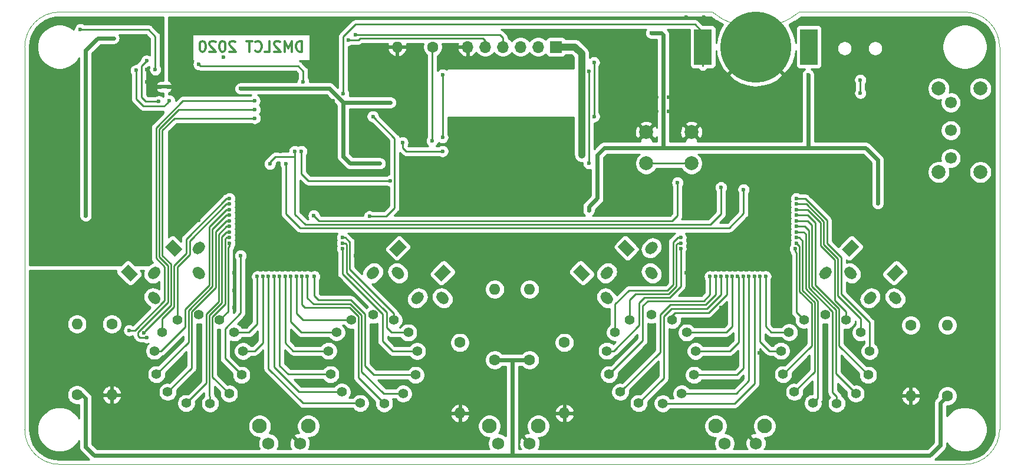
<source format=gbl>
G04 #@! TF.GenerationSoftware,KiCad,Pcbnew,5.1.7+dfsg1-1*
G04 #@! TF.CreationDate,2021-01-19T22:48:43+01:00*
G04 #@! TF.ProjectId,Nixie_proj,4e697869-655f-4707-926f-6a2e6b696361,rev?*
G04 #@! TF.SameCoordinates,Original*
G04 #@! TF.FileFunction,Copper,L2,Bot*
G04 #@! TF.FilePolarity,Positive*
%FSLAX46Y46*%
G04 Gerber Fmt 4.6, Leading zero omitted, Abs format (unit mm)*
G04 Created by KiCad (PCBNEW 5.1.7+dfsg1-1) date 2021-01-19 22:48:43*
%MOMM*%
%LPD*%
G01*
G04 APERTURE LIST*
G04 #@! TA.AperFunction,Profile*
%ADD10C,0.100000*%
G04 #@! TD*
G04 #@! TA.AperFunction,NonConductor*
%ADD11C,0.300000*%
G04 #@! TD*
G04 #@! TA.AperFunction,EtchedComponent*
%ADD12C,0.100000*%
G04 #@! TD*
G04 #@! TA.AperFunction,ComponentPad*
%ADD13O,1.700000X1.700000*%
G04 #@! TD*
G04 #@! TA.AperFunction,ComponentPad*
%ADD14R,1.700000X1.700000*%
G04 #@! TD*
G04 #@! TA.AperFunction,SMDPad,CuDef*
%ADD15C,10.200000*%
G04 #@! TD*
G04 #@! TA.AperFunction,SMDPad,CuDef*
%ADD16R,2.500000X5.100000*%
G04 #@! TD*
G04 #@! TA.AperFunction,ComponentPad*
%ADD17C,1.600000*%
G04 #@! TD*
G04 #@! TA.AperFunction,ComponentPad*
%ADD18O,1.600000X1.600000*%
G04 #@! TD*
G04 #@! TA.AperFunction,ComponentPad*
%ADD19C,1.408000*%
G04 #@! TD*
G04 #@! TA.AperFunction,ComponentPad*
%ADD20C,0.100000*%
G04 #@! TD*
G04 #@! TA.AperFunction,ComponentPad*
%ADD21C,2.000000*%
G04 #@! TD*
G04 #@! TA.AperFunction,ComponentPad*
%ADD22C,2.100000*%
G04 #@! TD*
G04 #@! TA.AperFunction,ComponentPad*
%ADD23C,1.750000*%
G04 #@! TD*
G04 #@! TA.AperFunction,ComponentPad*
%ADD24C,1.700000*%
G04 #@! TD*
G04 #@! TA.AperFunction,SMDPad,CuDef*
%ADD25C,0.500000*%
G04 #@! TD*
G04 #@! TA.AperFunction,ViaPad*
%ADD26C,0.600000*%
G04 #@! TD*
G04 #@! TA.AperFunction,Conductor*
%ADD27C,0.600000*%
G04 #@! TD*
G04 #@! TA.AperFunction,Conductor*
%ADD28C,1.000000*%
G04 #@! TD*
G04 #@! TA.AperFunction,Conductor*
%ADD29C,0.250000*%
G04 #@! TD*
G04 #@! TA.AperFunction,Conductor*
%ADD30C,0.254000*%
G04 #@! TD*
G04 #@! TA.AperFunction,Conductor*
%ADD31C,0.100000*%
G04 #@! TD*
G04 APERTURE END LIST*
D10*
X146250000Y-50000000D02*
X170000000Y-50000000D01*
X146249999Y-49999999D02*
G75*
G02*
X133750001Y-49999999I-6249999J7499999D01*
G01*
D11*
X74821428Y-55678571D02*
X74821428Y-54178571D01*
X74464285Y-54178571D01*
X74250000Y-54250000D01*
X74107142Y-54392857D01*
X74035714Y-54535714D01*
X73964285Y-54821428D01*
X73964285Y-55035714D01*
X74035714Y-55321428D01*
X74107142Y-55464285D01*
X74250000Y-55607142D01*
X74464285Y-55678571D01*
X74821428Y-55678571D01*
X73321428Y-55678571D02*
X73321428Y-54178571D01*
X72821428Y-55250000D01*
X72321428Y-54178571D01*
X72321428Y-55678571D01*
X71678571Y-54321428D02*
X71607142Y-54250000D01*
X71464285Y-54178571D01*
X71107142Y-54178571D01*
X70964285Y-54250000D01*
X70892857Y-54321428D01*
X70821428Y-54464285D01*
X70821428Y-54607142D01*
X70892857Y-54821428D01*
X71750000Y-55678571D01*
X70821428Y-55678571D01*
X69464285Y-55678571D02*
X70178571Y-55678571D01*
X70178571Y-54178571D01*
X68107142Y-55535714D02*
X68178571Y-55607142D01*
X68392857Y-55678571D01*
X68535714Y-55678571D01*
X68750000Y-55607142D01*
X68892857Y-55464285D01*
X68964285Y-55321428D01*
X69035714Y-55035714D01*
X69035714Y-54821428D01*
X68964285Y-54535714D01*
X68892857Y-54392857D01*
X68750000Y-54250000D01*
X68535714Y-54178571D01*
X68392857Y-54178571D01*
X68178571Y-54250000D01*
X68107142Y-54321428D01*
X67678571Y-54178571D02*
X66821428Y-54178571D01*
X67250000Y-55678571D02*
X67250000Y-54178571D01*
X65250000Y-54321428D02*
X65178571Y-54250000D01*
X65035714Y-54178571D01*
X64678571Y-54178571D01*
X64535714Y-54250000D01*
X64464285Y-54321428D01*
X64392857Y-54464285D01*
X64392857Y-54607142D01*
X64464285Y-54821428D01*
X65321428Y-55678571D01*
X64392857Y-55678571D01*
X63464285Y-54178571D02*
X63321428Y-54178571D01*
X63178571Y-54250000D01*
X63107142Y-54321428D01*
X63035714Y-54464285D01*
X62964285Y-54750000D01*
X62964285Y-55107142D01*
X63035714Y-55392857D01*
X63107142Y-55535714D01*
X63178571Y-55607142D01*
X63321428Y-55678571D01*
X63464285Y-55678571D01*
X63607142Y-55607142D01*
X63678571Y-55535714D01*
X63750000Y-55392857D01*
X63821428Y-55107142D01*
X63821428Y-54750000D01*
X63750000Y-54464285D01*
X63678571Y-54321428D01*
X63607142Y-54250000D01*
X63464285Y-54178571D01*
X62392857Y-54321428D02*
X62321428Y-54250000D01*
X62178571Y-54178571D01*
X61821428Y-54178571D01*
X61678571Y-54250000D01*
X61607142Y-54321428D01*
X61535714Y-54464285D01*
X61535714Y-54607142D01*
X61607142Y-54821428D01*
X62464285Y-55678571D01*
X61535714Y-55678571D01*
X60607142Y-54178571D02*
X60464285Y-54178571D01*
X60321428Y-54250000D01*
X60250000Y-54321428D01*
X60178571Y-54464285D01*
X60107142Y-54750000D01*
X60107142Y-55107142D01*
X60178571Y-55392857D01*
X60250000Y-55535714D01*
X60321428Y-55607142D01*
X60464285Y-55678571D01*
X60607142Y-55678571D01*
X60750000Y-55607142D01*
X60821428Y-55535714D01*
X60892857Y-55392857D01*
X60964285Y-55107142D01*
X60964285Y-54750000D01*
X60892857Y-54464285D01*
X60821428Y-54321428D01*
X60750000Y-54250000D01*
X60607142Y-54178571D01*
D10*
X175000000Y-55000000D02*
G75*
G03*
X170000000Y-50000000I-5000000J0D01*
G01*
X170000000Y-115000000D02*
G75*
G03*
X175000000Y-110000000I0J5000000D01*
G01*
X35000000Y-110000000D02*
G75*
G03*
X40000000Y-115000000I5000000J0D01*
G01*
X40000000Y-50000000D02*
G75*
G03*
X35000000Y-55000000I0J-5000000D01*
G01*
X170000000Y-115000000D02*
X40000000Y-115000000D01*
X175000000Y-55000000D02*
X175000000Y-110000000D01*
X40000000Y-50000000D02*
X133750000Y-50000000D01*
X35000000Y-110000000D02*
X35000000Y-55000000D01*
D12*
G36*
X54500000Y-61000000D02*
G01*
X55500000Y-61000000D01*
X55500000Y-60500000D01*
X54500000Y-60500000D01*
X54500000Y-61000000D01*
G37*
D13*
X98590000Y-55000000D03*
X101130000Y-55000000D03*
X103670000Y-55000000D03*
X106210000Y-55000000D03*
X108750000Y-55000000D03*
D14*
X111290000Y-55000000D03*
D15*
X140000000Y-55000000D03*
D16*
X147600000Y-55000000D03*
X132400000Y-55000000D03*
D17*
X93580000Y-55000000D03*
D18*
X88500000Y-55000000D03*
D19*
X64348000Y-104846000D03*
X61621000Y-106243000D03*
X66350000Y-98730000D03*
X66120000Y-102154000D03*
X55531000Y-104594000D03*
X53911000Y-102063000D03*
X60000000Y-93523000D03*
X54768000Y-96027000D03*
X53607000Y-98693000D03*
X65080000Y-96063000D03*
X56896000Y-94248000D03*
X58178000Y-106213000D03*
X62978000Y-94275000D03*
G04 #@! TA.AperFunction,ComponentPad*
G36*
G01*
X59292893Y-84615005D02*
X59292893Y-84615005D01*
G75*
G02*
X59292893Y-83554345I530330J530330D01*
G01*
X59646447Y-83200791D01*
G75*
G02*
X60707107Y-83200791I530330J-530330D01*
G01*
X60707107Y-83200791D01*
G75*
G02*
X60707107Y-84261451I-530330J-530330D01*
G01*
X60353553Y-84615005D01*
G75*
G02*
X59292893Y-84615005I-530330J530330D01*
G01*
G37*
G04 #@! TD.AperFunction*
G04 #@! TA.AperFunction,ComponentPad*
D20*
G36*
X56584675Y-85145335D02*
G01*
X55170461Y-83731121D01*
X56231121Y-82670461D01*
X57645335Y-84084675D01*
X56584675Y-85145335D01*
G37*
G04 #@! TD.AperFunction*
G04 #@! TA.AperFunction,ComponentPad*
G36*
G01*
X59646447Y-88207107D02*
X59292893Y-87853553D01*
G75*
G02*
X59292893Y-86792893I530330J530330D01*
G01*
X59292893Y-86792893D01*
G75*
G02*
X60353553Y-86792893I530330J-530330D01*
G01*
X60707107Y-87146447D01*
G75*
G02*
X60707107Y-88207107I-530330J-530330D01*
G01*
X60707107Y-88207107D01*
G75*
G02*
X59646447Y-88207107I-530330J530330D01*
G01*
G37*
G04 #@! TD.AperFunction*
G04 #@! TA.AperFunction,ComponentPad*
G36*
G01*
X52884995Y-88207107D02*
X52884995Y-88207107D01*
G75*
G02*
X52884995Y-87146447I530330J530330D01*
G01*
X53238549Y-86792893D01*
G75*
G02*
X54299209Y-86792893I530330J-530330D01*
G01*
X54299209Y-86792893D01*
G75*
G02*
X54299209Y-87853553I-530330J-530330D01*
G01*
X53945655Y-88207107D01*
G75*
G02*
X52884995Y-88207107I-530330J530330D01*
G01*
G37*
G04 #@! TD.AperFunction*
G04 #@! TA.AperFunction,ComponentPad*
G36*
X50176777Y-88737437D02*
G01*
X48762563Y-87323223D01*
X49823223Y-86262563D01*
X51237437Y-87676777D01*
X50176777Y-88737437D01*
G37*
G04 #@! TD.AperFunction*
G04 #@! TA.AperFunction,ComponentPad*
G36*
G01*
X53945655Y-90384995D02*
X54299209Y-90738549D01*
G75*
G02*
X54299209Y-91799209I-530330J-530330D01*
G01*
X54299209Y-91799209D01*
G75*
G02*
X53238549Y-91799209I-530330J530330D01*
G01*
X52884995Y-91445655D01*
G75*
G02*
X52884995Y-90384995I530330J530330D01*
G01*
X52884995Y-90384995D01*
G75*
G02*
X53945655Y-90384995I530330J-530330D01*
G01*
G37*
G04 #@! TD.AperFunction*
G04 #@! TA.AperFunction,ComponentPad*
G36*
G01*
X94292893Y-90384995D02*
X94292893Y-90384995D01*
G75*
G02*
X95353553Y-90384995I530330J-530330D01*
G01*
X95707107Y-90738549D01*
G75*
G02*
X95707107Y-91799209I-530330J-530330D01*
G01*
X95707107Y-91799209D01*
G75*
G02*
X94646447Y-91799209I-530330J530330D01*
G01*
X94292893Y-91445655D01*
G75*
G02*
X94292893Y-90384995I530330J530330D01*
G01*
G37*
G04 #@! TD.AperFunction*
G04 #@! TA.AperFunction,ComponentPad*
G36*
X93762563Y-87676777D02*
G01*
X95176777Y-86262563D01*
X96237437Y-87323223D01*
X94823223Y-88737437D01*
X93762563Y-87676777D01*
G37*
G04 #@! TD.AperFunction*
G04 #@! TA.AperFunction,ComponentPad*
G36*
G01*
X90700791Y-90738549D02*
X91054345Y-90384995D01*
G75*
G02*
X92115005Y-90384995I530330J-530330D01*
G01*
X92115005Y-90384995D01*
G75*
G02*
X92115005Y-91445655I-530330J-530330D01*
G01*
X91761451Y-91799209D01*
G75*
G02*
X90700791Y-91799209I-530330J530330D01*
G01*
X90700791Y-91799209D01*
G75*
G02*
X90700791Y-90738549I530330J530330D01*
G01*
G37*
G04 #@! TD.AperFunction*
G04 #@! TA.AperFunction,ComponentPad*
G36*
G01*
X87884995Y-86792893D02*
X87884995Y-86792893D01*
G75*
G02*
X88945655Y-86792893I530330J-530330D01*
G01*
X89299209Y-87146447D01*
G75*
G02*
X89299209Y-88207107I-530330J-530330D01*
G01*
X89299209Y-88207107D01*
G75*
G02*
X88238549Y-88207107I-530330J530330D01*
G01*
X87884995Y-87853553D01*
G75*
G02*
X87884995Y-86792893I530330J530330D01*
G01*
G37*
G04 #@! TD.AperFunction*
G04 #@! TA.AperFunction,ComponentPad*
G36*
X87354665Y-84084675D02*
G01*
X88768879Y-82670461D01*
X89829539Y-83731121D01*
X88415325Y-85145335D01*
X87354665Y-84084675D01*
G37*
G04 #@! TD.AperFunction*
G04 #@! TA.AperFunction,ComponentPad*
G36*
G01*
X84292893Y-87146447D02*
X84646447Y-86792893D01*
G75*
G02*
X85707107Y-86792893I530330J-530330D01*
G01*
X85707107Y-86792893D01*
G75*
G02*
X85707107Y-87853553I-530330J-530330D01*
G01*
X85353553Y-88207107D01*
G75*
G02*
X84292893Y-88207107I-530330J530330D01*
G01*
X84292893Y-88207107D01*
G75*
G02*
X84292893Y-87146447I530330J530330D01*
G01*
G37*
G04 #@! TD.AperFunction*
G04 #@! TA.AperFunction,ComponentPad*
G36*
G01*
X117884995Y-88207107D02*
X117884995Y-88207107D01*
G75*
G02*
X117884995Y-87146447I530330J530330D01*
G01*
X118238549Y-86792893D01*
G75*
G02*
X119299209Y-86792893I530330J-530330D01*
G01*
X119299209Y-86792893D01*
G75*
G02*
X119299209Y-87853553I-530330J-530330D01*
G01*
X118945655Y-88207107D01*
G75*
G02*
X117884995Y-88207107I-530330J530330D01*
G01*
G37*
G04 #@! TD.AperFunction*
G04 #@! TA.AperFunction,ComponentPad*
G36*
X115176777Y-88737437D02*
G01*
X113762563Y-87323223D01*
X114823223Y-86262563D01*
X116237437Y-87676777D01*
X115176777Y-88737437D01*
G37*
G04 #@! TD.AperFunction*
G04 #@! TA.AperFunction,ComponentPad*
G36*
G01*
X118238549Y-91799209D02*
X117884995Y-91445655D01*
G75*
G02*
X117884995Y-90384995I530330J530330D01*
G01*
X117884995Y-90384995D01*
G75*
G02*
X118945655Y-90384995I530330J-530330D01*
G01*
X119299209Y-90738549D01*
G75*
G02*
X119299209Y-91799209I-530330J-530330D01*
G01*
X119299209Y-91799209D01*
G75*
G02*
X118238549Y-91799209I-530330J530330D01*
G01*
G37*
G04 #@! TD.AperFunction*
G04 #@! TA.AperFunction,ComponentPad*
G36*
G01*
X124292893Y-84615005D02*
X124292893Y-84615005D01*
G75*
G02*
X124292893Y-83554345I530330J530330D01*
G01*
X124646447Y-83200791D01*
G75*
G02*
X125707107Y-83200791I530330J-530330D01*
G01*
X125707107Y-83200791D01*
G75*
G02*
X125707107Y-84261451I-530330J-530330D01*
G01*
X125353553Y-84615005D01*
G75*
G02*
X124292893Y-84615005I-530330J530330D01*
G01*
G37*
G04 #@! TD.AperFunction*
G04 #@! TA.AperFunction,ComponentPad*
G36*
X121584675Y-85145335D02*
G01*
X120170461Y-83731121D01*
X121231121Y-82670461D01*
X122645335Y-84084675D01*
X121584675Y-85145335D01*
G37*
G04 #@! TD.AperFunction*
G04 #@! TA.AperFunction,ComponentPad*
G36*
G01*
X124646447Y-88207107D02*
X124292893Y-87853553D01*
G75*
G02*
X124292893Y-86792893I530330J530330D01*
G01*
X124292893Y-86792893D01*
G75*
G02*
X125353553Y-86792893I530330J-530330D01*
G01*
X125707107Y-87146447D01*
G75*
G02*
X125707107Y-88207107I-530330J-530330D01*
G01*
X125707107Y-88207107D01*
G75*
G02*
X124646447Y-88207107I-530330J530330D01*
G01*
G37*
G04 #@! TD.AperFunction*
G04 #@! TA.AperFunction,ComponentPad*
G36*
G01*
X159292893Y-90384995D02*
X159292893Y-90384995D01*
G75*
G02*
X160353553Y-90384995I530330J-530330D01*
G01*
X160707107Y-90738549D01*
G75*
G02*
X160707107Y-91799209I-530330J-530330D01*
G01*
X160707107Y-91799209D01*
G75*
G02*
X159646447Y-91799209I-530330J530330D01*
G01*
X159292893Y-91445655D01*
G75*
G02*
X159292893Y-90384995I530330J530330D01*
G01*
G37*
G04 #@! TD.AperFunction*
G04 #@! TA.AperFunction,ComponentPad*
G36*
X158762563Y-87676777D02*
G01*
X160176777Y-86262563D01*
X161237437Y-87323223D01*
X159823223Y-88737437D01*
X158762563Y-87676777D01*
G37*
G04 #@! TD.AperFunction*
G04 #@! TA.AperFunction,ComponentPad*
G36*
G01*
X155700791Y-90738549D02*
X156054345Y-90384995D01*
G75*
G02*
X157115005Y-90384995I530330J-530330D01*
G01*
X157115005Y-90384995D01*
G75*
G02*
X157115005Y-91445655I-530330J-530330D01*
G01*
X156761451Y-91799209D01*
G75*
G02*
X155700791Y-91799209I-530330J530330D01*
G01*
X155700791Y-91799209D01*
G75*
G02*
X155700791Y-90738549I530330J530330D01*
G01*
G37*
G04 #@! TD.AperFunction*
G04 #@! TA.AperFunction,ComponentPad*
G36*
G01*
X152884995Y-86792893D02*
X152884995Y-86792893D01*
G75*
G02*
X153945655Y-86792893I530330J-530330D01*
G01*
X154299209Y-87146447D01*
G75*
G02*
X154299209Y-88207107I-530330J-530330D01*
G01*
X154299209Y-88207107D01*
G75*
G02*
X153238549Y-88207107I-530330J530330D01*
G01*
X152884995Y-87853553D01*
G75*
G02*
X152884995Y-86792893I530330J530330D01*
G01*
G37*
G04 #@! TD.AperFunction*
G04 #@! TA.AperFunction,ComponentPad*
G36*
X152354665Y-84084675D02*
G01*
X153768879Y-82670461D01*
X154829539Y-83731121D01*
X153415325Y-85145335D01*
X152354665Y-84084675D01*
G37*
G04 #@! TD.AperFunction*
G04 #@! TA.AperFunction,ComponentPad*
G36*
G01*
X149292893Y-87146447D02*
X149646447Y-86792893D01*
G75*
G02*
X150707107Y-86792893I530330J-530330D01*
G01*
X150707107Y-86792893D01*
G75*
G02*
X150707107Y-87853553I-530330J-530330D01*
G01*
X150353553Y-88207107D01*
G75*
G02*
X149292893Y-88207107I-530330J530330D01*
G01*
X149292893Y-88207107D01*
G75*
G02*
X149292893Y-87146447I530330J530330D01*
G01*
G37*
G04 #@! TD.AperFunction*
D17*
X47500000Y-94840000D03*
D18*
X47500000Y-105000000D03*
D17*
X42500000Y-105000000D03*
D18*
X42500000Y-94840000D03*
D17*
X97500000Y-97500000D03*
D18*
X97500000Y-107660000D03*
D17*
X102500000Y-100000000D03*
D18*
X102500000Y-89840000D03*
D17*
X112500000Y-97500000D03*
D18*
X112500000Y-107660000D03*
D17*
X107500000Y-100000000D03*
D18*
X107500000Y-89840000D03*
D17*
X162250000Y-95000000D03*
D18*
X162250000Y-105160000D03*
D17*
X167500000Y-105160000D03*
D18*
X167500000Y-95000000D03*
D19*
X89348000Y-104846000D03*
X86621000Y-106243000D03*
X91350000Y-98730000D03*
X91120000Y-102154000D03*
X80531000Y-104594000D03*
X78911000Y-102063000D03*
X85000000Y-93523000D03*
X79768000Y-96027000D03*
X78607000Y-98693000D03*
X90080000Y-96063000D03*
X81896000Y-94248000D03*
X83178000Y-106213000D03*
X87978000Y-94275000D03*
X129348000Y-104846000D03*
X126621000Y-106243000D03*
X131350000Y-98730000D03*
X131120000Y-102154000D03*
X120531000Y-104594000D03*
X118911000Y-102063000D03*
X125000000Y-93523000D03*
X119768000Y-96027000D03*
X118607000Y-98693000D03*
X130080000Y-96063000D03*
X121896000Y-94248000D03*
X123178000Y-106213000D03*
X127978000Y-94275000D03*
X154348000Y-104846000D03*
X151621000Y-106243000D03*
X156350000Y-98730000D03*
X156120000Y-102154000D03*
X145531000Y-104594000D03*
X143911000Y-102063000D03*
X150000000Y-93523000D03*
X144768000Y-96027000D03*
X143607000Y-98693000D03*
X155080000Y-96063000D03*
X146896000Y-94248000D03*
X148178000Y-106213000D03*
X152978000Y-94275000D03*
D21*
X130750000Y-67250000D03*
X130750000Y-71750000D03*
X124250000Y-67250000D03*
X124250000Y-71750000D03*
D22*
X134240000Y-109510000D03*
D23*
X135500000Y-112000000D03*
X140000000Y-112000000D03*
D22*
X141250000Y-109510000D03*
X108750000Y-109510000D03*
D23*
X107500000Y-112000000D03*
X103000000Y-112000000D03*
D22*
X101740000Y-109510000D03*
X68740000Y-109510000D03*
D23*
X70000000Y-112000000D03*
X74500000Y-112000000D03*
D22*
X75750000Y-109510000D03*
D21*
X166250000Y-73000000D03*
X166250000Y-61000000D03*
X172250000Y-61000000D03*
X172250000Y-73000000D03*
D24*
X168000000Y-71000000D03*
X168000000Y-67000000D03*
X168000000Y-63000000D03*
D25*
X54500000Y-60750000D03*
X55500000Y-60750000D03*
D26*
X65000000Y-67500000D03*
X63500007Y-56500007D03*
X130000000Y-52750000D03*
X115000000Y-79000000D03*
X79250000Y-69500000D03*
X125000000Y-97500000D03*
X150000000Y-97500000D03*
X62499990Y-58750010D03*
X67500000Y-59750000D03*
X125750000Y-64250000D03*
X140500000Y-99000000D03*
X74000000Y-97750000D03*
X56000000Y-58250000D03*
X157500000Y-82500000D03*
X82500000Y-72999986D03*
X172750000Y-82499974D03*
X165000000Y-57500000D03*
X160000000Y-55000000D03*
X155000000Y-55000000D03*
X145000000Y-65000000D03*
X150000000Y-65000000D03*
X165000000Y-110000000D03*
X160000000Y-110000000D03*
X155000000Y-110000000D03*
X150000000Y-110000000D03*
X145000000Y-110000000D03*
X130000000Y-110000000D03*
X125000000Y-110000000D03*
X120000000Y-110000000D03*
X115000000Y-110000000D03*
X95000000Y-110000000D03*
X90000000Y-110000000D03*
X85000000Y-110000000D03*
X80000000Y-110000000D03*
X65000000Y-110000000D03*
X60000000Y-110000000D03*
X55000000Y-110000000D03*
X50000000Y-110000000D03*
X45000000Y-110000000D03*
X45000000Y-100000000D03*
X165000000Y-100000000D03*
X165000000Y-95000000D03*
X45000000Y-95000000D03*
X95000000Y-100000000D03*
X115000000Y-100000000D03*
X100000000Y-95000000D03*
X110000000Y-95000000D03*
X110000000Y-85000000D03*
X105000000Y-85000000D03*
X100000000Y-85000000D03*
X95000000Y-85000000D03*
X115000000Y-85000000D03*
X100000000Y-75000000D03*
X105000000Y-75000000D03*
X110000000Y-75000000D03*
X60000000Y-75000000D03*
X65000000Y-75000000D03*
X70000000Y-80000000D03*
X155000000Y-65000000D03*
X170000000Y-85000000D03*
X165000000Y-90000000D03*
X70000000Y-82500000D03*
X72500000Y-82500000D03*
X75000000Y-82500000D03*
X70000000Y-77500000D03*
X75000000Y-77500000D03*
X140000000Y-77500000D03*
X140000000Y-80000000D03*
X140000000Y-82500000D03*
X137500000Y-82500000D03*
X135000000Y-82500000D03*
X145000000Y-67500000D03*
X142500000Y-67500000D03*
X140000000Y-67500000D03*
X137500000Y-67500000D03*
X135000000Y-67500000D03*
X140000000Y-54000000D03*
X165000000Y-52500000D03*
X112500000Y-92500000D03*
X97500000Y-92500000D03*
X100000000Y-72500000D03*
X105000000Y-72500000D03*
X110000000Y-77500000D03*
X110000000Y-67500000D03*
X105000000Y-67500000D03*
X70066949Y-70066949D03*
X71750000Y-70066949D03*
X142500000Y-72500000D03*
X145000000Y-72500000D03*
X145000000Y-75000000D03*
X147500000Y-75000000D03*
X150000000Y-75000000D03*
X150000000Y-72500000D03*
X155000000Y-67500000D03*
X152500000Y-75000000D03*
X152500000Y-77500000D03*
X129500000Y-57000000D03*
X129508723Y-60227001D03*
X129625066Y-62250000D03*
X59945924Y-79945924D03*
X137000000Y-75500000D03*
X71500000Y-71798437D03*
X60000000Y-70000000D03*
X152500000Y-80000000D03*
X150000000Y-77500000D03*
X130000000Y-87500000D03*
X142500000Y-87500000D03*
X132500000Y-87500000D03*
X142500000Y-92500000D03*
X135000000Y-92500000D03*
X135000000Y-95000000D03*
X132500000Y-95000000D03*
X142500000Y-95000000D03*
X67500000Y-87500000D03*
X67500000Y-90000000D03*
X67500000Y-92500000D03*
X77500000Y-87500000D03*
X80000000Y-90000000D03*
X77500000Y-90000000D03*
X82500000Y-85000000D03*
X82500000Y-82500000D03*
X85000000Y-85000000D03*
X92500000Y-85000000D03*
X95000000Y-82500000D03*
X92500000Y-82500000D03*
X90000000Y-82500000D03*
X87500000Y-90000000D03*
X62500000Y-67500000D03*
X62500000Y-70000000D03*
X62500000Y-72500000D03*
X62500000Y-75000000D03*
X65000000Y-70000000D03*
X57500000Y-57500000D03*
X57500000Y-55000000D03*
X45000000Y-105000000D03*
X45000000Y-90000000D03*
X102500000Y-95000000D03*
X107500000Y-95000000D03*
X165000000Y-105000000D03*
X160000000Y-60000000D03*
X150000000Y-60000000D03*
X144999925Y-87500000D03*
X144999925Y-92500000D03*
X65025010Y-92500000D03*
X65025010Y-87500000D03*
X65025010Y-90000000D03*
X69750000Y-62750000D03*
X71500000Y-62750000D03*
X73750000Y-62750000D03*
X71500000Y-64500000D03*
X73750000Y-64500000D03*
X76250000Y-64500000D03*
X77750000Y-64500000D03*
X77750000Y-62750000D03*
X76250000Y-62750000D03*
X79250000Y-67250000D03*
X79250000Y-64500000D03*
X79250000Y-62750000D03*
X125750000Y-62250000D03*
X127500000Y-62250000D03*
X127500000Y-64250000D03*
X121750000Y-64250000D03*
X120250000Y-64250000D03*
X120250000Y-66500000D03*
X121750000Y-66500000D03*
X173000000Y-90000000D03*
X173000000Y-95000000D03*
X173000000Y-100000000D03*
X173000000Y-105000000D03*
X60000000Y-72500000D03*
X132500000Y-50750000D03*
X130000000Y-50750000D03*
X155000000Y-52500000D03*
X150000000Y-55000000D03*
X145000000Y-60000000D03*
X146250000Y-60500000D03*
X60000000Y-97500000D03*
X85000000Y-97500000D03*
X87500000Y-63000000D03*
X86000000Y-71750000D03*
X66000000Y-60999992D03*
X115000000Y-70500000D03*
X115000000Y-69450063D03*
X157500000Y-77500000D03*
X116000000Y-78500000D03*
X147500000Y-58999996D03*
X125000000Y-53000000D03*
X43750000Y-79250000D03*
X47750016Y-53750000D03*
X155000006Y-59750000D03*
X155000000Y-61625010D03*
X76500000Y-79250000D03*
X128750000Y-74500000D03*
X50000000Y-95750000D03*
X68000000Y-62750000D03*
X68045010Y-65250000D03*
X52066944Y-96066954D03*
X68045010Y-64000000D03*
X52500000Y-96750000D03*
X93500020Y-68500000D03*
X64399987Y-82399977D03*
X64400000Y-81599966D03*
X68399982Y-88002948D03*
X66000000Y-85000000D03*
X64400004Y-79999954D03*
X64400000Y-79199943D03*
X64400000Y-76799908D03*
X64399988Y-78399932D03*
X69199986Y-88006347D03*
X64400000Y-80799965D03*
X75600000Y-88000000D03*
X74800000Y-88000000D03*
X80600000Y-84000000D03*
X76600000Y-88000004D03*
X70799985Y-88000000D03*
X73200000Y-88000000D03*
X71599987Y-88000000D03*
X72400000Y-88000000D03*
X80600000Y-83200000D03*
X69999972Y-88000000D03*
X137399959Y-88000000D03*
X136599946Y-88000000D03*
X138999985Y-88000000D03*
X138199972Y-88000000D03*
X134199907Y-88000000D03*
X133399894Y-88000000D03*
X129199982Y-82400000D03*
X129200000Y-84000000D03*
X134999920Y-88000000D03*
X145800000Y-79999972D03*
X145800000Y-80799985D03*
X145800000Y-76799924D03*
X145800000Y-79199959D03*
X145800000Y-82400000D03*
X145800000Y-83200000D03*
X141400000Y-88000000D03*
X140600000Y-88000000D03*
X145799988Y-77599935D03*
X145800000Y-81599998D03*
X60000000Y-57500000D03*
X75000000Y-60000002D03*
X116000000Y-58500000D03*
X115999988Y-71750000D03*
X139799996Y-88000000D03*
X72512036Y-71811692D03*
X138250000Y-75499980D03*
X73770000Y-70000012D03*
X70200000Y-71800000D03*
X134999940Y-75200020D03*
X64400000Y-77599921D03*
X64400000Y-83199988D03*
X80600000Y-82400000D03*
X74000000Y-88000000D03*
X87500000Y-74250000D03*
X74750012Y-70000008D03*
X80750004Y-61750000D03*
X54249991Y-62849990D03*
X52500010Y-56999990D03*
X129200000Y-83200000D03*
X135799933Y-88000000D03*
X145624935Y-84000000D03*
X145800000Y-78399946D03*
X43000000Y-52500000D03*
X53750000Y-58250000D03*
X47750000Y-56000000D03*
X54250000Y-61750000D03*
X52500000Y-55000000D03*
X50000000Y-60000000D03*
X50000000Y-62500000D03*
X50000000Y-65000000D03*
X37500000Y-81750000D03*
X40000000Y-81750000D03*
X42500000Y-81750000D03*
X45000000Y-81750000D03*
X47500000Y-81750000D03*
X50000000Y-81750000D03*
X52500000Y-81750000D03*
X52500000Y-85000000D03*
X47750000Y-57500000D03*
X52500000Y-60000000D03*
X52500000Y-58250000D03*
X47500000Y-65000000D03*
X47500000Y-67500000D03*
X37500000Y-67500000D03*
X40000000Y-67500000D03*
X42500000Y-67500000D03*
X45000000Y-67500000D03*
X37500000Y-65000000D03*
X40000000Y-65000000D03*
X40000000Y-70000000D03*
X37500000Y-70000000D03*
X45000000Y-70000000D03*
X42500000Y-70000000D03*
X47500000Y-70000000D03*
X50000000Y-67500000D03*
X45000000Y-65000000D03*
X42500000Y-65000000D03*
X51000022Y-58374990D03*
X55750000Y-62749984D03*
X85000000Y-65000000D03*
X82500000Y-53250012D03*
X84500000Y-79374990D03*
X81499998Y-54000000D03*
X95000000Y-68000000D03*
X95000000Y-58999992D03*
X89250000Y-68750000D03*
X95000000Y-70000000D03*
X116750000Y-65000000D03*
X116750000Y-57250000D03*
D27*
X55500000Y-60750000D02*
X56750000Y-60750000D01*
X87500000Y-63000000D02*
X80750000Y-63000000D01*
X86000000Y-71750000D02*
X81750000Y-71750000D01*
X80750000Y-70750000D02*
X80750000Y-63000000D01*
X81750000Y-71750000D02*
X80750000Y-70750000D01*
X80750000Y-63000000D02*
X78749992Y-60999992D01*
X78749992Y-60999992D02*
X66424264Y-60999992D01*
X66424264Y-60999992D02*
X66000000Y-60999992D01*
D28*
X115000000Y-70500000D02*
X115000000Y-69450063D01*
X115000000Y-56000000D02*
X115000000Y-69450063D01*
X114000000Y-55000000D02*
X115000000Y-56000000D01*
X111290000Y-55000000D02*
X114000000Y-55000000D01*
D27*
X147500000Y-69250000D02*
X147500000Y-58999996D01*
X117250000Y-76750000D02*
X117250000Y-76250000D01*
X117250000Y-70500000D02*
X117250000Y-76750000D01*
X118250000Y-69500000D02*
X117250000Y-70500000D01*
X126750000Y-69500000D02*
X118250000Y-69500000D01*
X116000000Y-78000000D02*
X116000000Y-78500000D01*
X117250000Y-76750000D02*
X116000000Y-78000000D01*
X126699999Y-53224999D02*
X126475000Y-53000000D01*
X126699999Y-69449999D02*
X126699999Y-53224999D01*
X126475000Y-53000000D02*
X125000000Y-53000000D01*
X126750000Y-69500000D02*
X126699999Y-69449999D01*
X154000000Y-69500000D02*
X147500000Y-69500000D01*
X126750000Y-69500000D02*
X154000000Y-69500000D01*
X157500000Y-71250000D02*
X155750000Y-69500000D01*
X155750000Y-69500000D02*
X154000000Y-69500000D01*
X157500000Y-77500000D02*
X157500000Y-71250000D01*
X102500000Y-100000000D02*
X105000000Y-100000000D01*
X105000000Y-100000000D02*
X107500000Y-100000000D01*
X105000000Y-100000000D02*
X105000000Y-113750000D01*
X45000000Y-113750000D02*
X105000000Y-113750000D01*
X43750000Y-112500000D02*
X45000000Y-113750000D01*
X43750000Y-105500000D02*
X43750000Y-112500000D01*
X42500000Y-105000000D02*
X43250000Y-105000000D01*
X43250000Y-105000000D02*
X43750000Y-105500000D01*
X166500000Y-112250000D02*
X166500000Y-106160000D01*
X105000000Y-113750000D02*
X165000000Y-113750000D01*
X166500000Y-106160000D02*
X167500000Y-105160000D01*
X165000000Y-113750000D02*
X166500000Y-112250000D01*
X43750000Y-79250000D02*
X43750000Y-55500000D01*
X43750000Y-55500000D02*
X45500000Y-53750000D01*
X45500000Y-53750000D02*
X47750016Y-53750000D01*
D29*
X155000006Y-59750000D02*
X155000006Y-61625004D01*
X155000006Y-61625004D02*
X155000000Y-61625010D01*
D27*
X56407898Y-84684204D02*
X56407898Y-83907898D01*
D29*
X77250000Y-80000000D02*
X128000000Y-80000000D01*
X76500000Y-79250000D02*
X77250000Y-80000000D01*
X128000000Y-80000000D02*
X128750000Y-79250000D01*
X128750000Y-79250000D02*
X128750000Y-74500000D01*
X55095956Y-86618778D02*
X55095956Y-91462098D01*
X53849978Y-66627200D02*
X53849978Y-85372800D01*
X50424264Y-95750000D02*
X50000000Y-95750000D01*
X55095956Y-91462098D02*
X50808054Y-95750000D01*
X68000000Y-62750000D02*
X57727178Y-62750000D01*
X50808054Y-95750000D02*
X50424264Y-95750000D01*
X57727178Y-62750000D02*
X53849978Y-66627200D01*
X53849978Y-85372800D02*
X55095956Y-86618778D01*
X52366943Y-95766955D02*
X52066944Y-96066954D01*
X55995978Y-86221957D02*
X55995978Y-92137920D01*
X54750000Y-84975979D02*
X55995978Y-86221957D01*
X56500000Y-65250000D02*
X54750000Y-67000000D01*
X68045010Y-65250000D02*
X56500000Y-65250000D01*
X54750000Y-67000000D02*
X54750000Y-84975979D01*
X55995978Y-92137920D02*
X52366943Y-95766955D01*
X54299989Y-85186399D02*
X55545967Y-86432377D01*
X51250000Y-96500000D02*
X51500000Y-96750000D01*
X51250000Y-96000000D02*
X51250000Y-96500000D01*
X57113589Y-64000000D02*
X54299989Y-66813600D01*
X51500000Y-96750000D02*
X52075736Y-96750000D01*
X55545967Y-86432377D02*
X55545967Y-91704033D01*
X68045010Y-64000000D02*
X57113589Y-64000000D01*
X54299989Y-66813600D02*
X54299989Y-85186399D01*
X52075736Y-96750000D02*
X52500000Y-96750000D01*
X55545967Y-91704033D02*
X51250000Y-96000000D01*
X93500020Y-55079980D02*
X93580000Y-55000000D01*
X93500020Y-68500000D02*
X93500020Y-55079980D01*
X61948999Y-102446999D02*
X61948999Y-93781079D01*
X61948999Y-93781079D02*
X63749989Y-91980089D01*
X63975723Y-82399977D02*
X64399987Y-82399977D01*
X63749989Y-82625711D02*
X63975723Y-82399977D01*
X63749989Y-91980089D02*
X63749989Y-82625711D01*
X64348000Y-104846000D02*
X61948999Y-102446999D01*
X61498988Y-93594679D02*
X63299978Y-91793689D01*
X63299978Y-82275724D02*
X63975736Y-81599966D01*
X61621000Y-106243000D02*
X61621000Y-105247394D01*
X63975736Y-81599966D02*
X64400000Y-81599966D01*
X61621000Y-105247394D02*
X61498988Y-105125382D01*
X63299978Y-91793689D02*
X63299978Y-82275724D01*
X61498988Y-105125382D02*
X61498988Y-93594679D01*
X68399982Y-88427212D02*
X68399982Y-88002948D01*
X68399982Y-94850018D02*
X68399982Y-88427212D01*
X65080000Y-96063000D02*
X67187000Y-96063000D01*
X67187000Y-96063000D02*
X68399982Y-94850018D01*
X66000000Y-93250000D02*
X66000000Y-85424264D01*
X66000000Y-85424264D02*
X66000000Y-85000000D01*
X63750000Y-95500000D02*
X66000000Y-93250000D01*
X66120000Y-102154000D02*
X63750000Y-99784000D01*
X63750000Y-99784000D02*
X63750000Y-95500000D01*
X58970999Y-93052232D02*
X62399956Y-89623276D01*
X62399956Y-89623276D02*
X62399956Y-81575738D01*
X62399956Y-81575738D02*
X63975740Y-79999954D01*
X58970999Y-101154001D02*
X58970999Y-93052232D01*
X55531000Y-104594000D02*
X58970999Y-101154001D01*
X63975740Y-79999954D02*
X64400004Y-79999954D01*
X53911000Y-102063000D02*
X58500000Y-97474000D01*
X58500000Y-97474000D02*
X58500000Y-92886820D01*
X61949945Y-81225734D02*
X63975736Y-79199943D01*
X63975736Y-79199943D02*
X64400000Y-79199943D01*
X61949945Y-89436876D02*
X61949945Y-81225734D01*
X58500000Y-92886820D02*
X61949945Y-89436876D01*
X58166000Y-84697590D02*
X58166000Y-82609746D01*
X63975838Y-76799908D02*
X64400000Y-76799908D01*
X54768000Y-94095590D02*
X56445989Y-92417601D01*
X56445989Y-92417601D02*
X56445989Y-86417600D01*
X58166000Y-82609746D02*
X63975838Y-76799908D01*
X54768000Y-96027000D02*
X54768000Y-94095590D01*
X56445989Y-86417600D02*
X58166000Y-84697590D01*
X54602606Y-98693000D02*
X58000000Y-95295606D01*
X63975724Y-78399932D02*
X64399988Y-78399932D01*
X58000000Y-95295606D02*
X58000000Y-92750410D01*
X61499934Y-89250476D02*
X61499934Y-80875722D01*
X61499934Y-80875722D02*
X63975724Y-78399932D01*
X58000000Y-92750410D02*
X61499934Y-89250476D01*
X53607000Y-98693000D02*
X54602606Y-98693000D01*
X69199986Y-97550014D02*
X69199986Y-88430611D01*
X66350000Y-98730000D02*
X68020000Y-98730000D01*
X69199986Y-88430611D02*
X69199986Y-88006347D01*
X68020000Y-98730000D02*
X69199986Y-97550014D01*
X63975736Y-80799965D02*
X64400000Y-80799965D01*
X62849967Y-81925734D02*
X63975736Y-80799965D01*
X58178000Y-106213000D02*
X61048977Y-103342023D01*
X62849967Y-91607289D02*
X62849967Y-81925734D01*
X61048977Y-93408279D02*
X62849967Y-91607289D01*
X61048977Y-103342023D02*
X61048977Y-93408279D01*
X89348000Y-104846000D02*
X86558000Y-104846000D01*
X83369989Y-94933344D02*
X83375012Y-94928321D01*
X86558000Y-104846000D02*
X83369989Y-101657989D01*
X83375012Y-94928321D02*
X83375012Y-93567679D01*
X83369989Y-101657989D02*
X83369989Y-94933344D01*
X83375012Y-93567679D02*
X81755333Y-91948000D01*
X75600000Y-88424264D02*
X75600000Y-88000000D01*
X81755333Y-91948000D02*
X76454000Y-91948000D01*
X75600000Y-91094000D02*
X75600000Y-88424264D01*
X76454000Y-91948000D02*
X75600000Y-91094000D01*
X74800000Y-92072000D02*
X74800000Y-88424264D01*
X81626922Y-92456000D02*
X75184000Y-92456000D01*
X82925001Y-94741921D02*
X82925001Y-93754079D01*
X82919978Y-94746944D02*
X82925001Y-94741921D01*
X82925001Y-93754079D02*
X81626922Y-92456000D01*
X82919978Y-102541978D02*
X82919978Y-94746944D01*
X74800000Y-88424264D02*
X74800000Y-88000000D01*
X86621000Y-106243000D02*
X82919978Y-102541978D01*
X75184000Y-92456000D02*
X74800000Y-92072000D01*
X87808000Y-98730000D02*
X86360000Y-97282000D01*
X91350000Y-98730000D02*
X87808000Y-98730000D01*
X86360000Y-93360000D02*
X80600000Y-87600000D01*
X80600000Y-87600000D02*
X80600000Y-84424264D01*
X86360000Y-97282000D02*
X86360000Y-93360000D01*
X80600000Y-84424264D02*
X80600000Y-84000000D01*
X91120000Y-102154000D02*
X85136000Y-102154000D01*
X76600000Y-90800000D02*
X76600000Y-88000004D01*
X83825023Y-93381279D02*
X81843744Y-91400000D01*
X85136000Y-102154000D02*
X83825023Y-100843023D01*
X81843744Y-91400000D02*
X77200000Y-91400000D01*
X83825023Y-100843023D02*
X83825023Y-93381279D01*
X77200000Y-91400000D02*
X76600000Y-90800000D01*
X74368000Y-104594000D02*
X70799985Y-101025985D01*
X70799985Y-101025985D02*
X70799985Y-88424264D01*
X70799985Y-88424264D02*
X70799985Y-88000000D01*
X80531000Y-104594000D02*
X74368000Y-104594000D01*
X74691000Y-96027000D02*
X73200000Y-94536000D01*
X79768000Y-96027000D02*
X74691000Y-96027000D01*
X73200000Y-88424264D02*
X73200000Y-88000000D01*
X73200000Y-94536000D02*
X73200000Y-88424264D01*
X71599987Y-88424264D02*
X71599987Y-88000000D01*
X78911000Y-102063000D02*
X72853000Y-102063000D01*
X72853000Y-102063000D02*
X71599987Y-100809987D01*
X71599987Y-100809987D02*
X71599987Y-88424264D01*
X73547000Y-98693000D02*
X72400000Y-97546000D01*
X72400000Y-88424264D02*
X72400000Y-88000000D01*
X78607000Y-98693000D02*
X73547000Y-98693000D01*
X72400000Y-97546000D02*
X72400000Y-88424264D01*
X87681000Y-96063000D02*
X86948999Y-95330999D01*
X81024264Y-83200000D02*
X80600000Y-83200000D01*
X86948999Y-95330999D02*
X86948999Y-93170589D01*
X86948999Y-93170589D02*
X81225001Y-87446591D01*
X81225001Y-87446591D02*
X81225001Y-83400737D01*
X81225001Y-83400737D02*
X81024264Y-83200000D01*
X90080000Y-96063000D02*
X87681000Y-96063000D01*
X69999972Y-101241972D02*
X69999972Y-88424264D01*
X69999972Y-88424264D02*
X69999972Y-88000000D01*
X74971000Y-106213000D02*
X69999972Y-101241972D01*
X83178000Y-106213000D02*
X74971000Y-106213000D01*
X137500000Y-88100041D02*
X137399959Y-88000000D01*
X137500000Y-97500000D02*
X137500000Y-88100041D01*
X131350000Y-98730000D02*
X136270000Y-98730000D01*
X136270000Y-98730000D02*
X137500000Y-97500000D01*
X136599946Y-88424264D02*
X136599946Y-88000000D01*
X136599946Y-95150054D02*
X136599946Y-88424264D01*
X135750000Y-96000000D02*
X136599946Y-95150054D01*
X130080000Y-96063000D02*
X130143000Y-96000000D01*
X130143000Y-96000000D02*
X135750000Y-96000000D01*
X138999985Y-88424264D02*
X138999985Y-88000000D01*
X139000000Y-88424279D02*
X138999985Y-88424264D01*
X129348000Y-104846000D02*
X137154000Y-104846000D01*
X139000000Y-103000000D02*
X139000000Y-88424279D01*
X137154000Y-104846000D02*
X139000000Y-103000000D01*
X138199972Y-88424264D02*
X138199972Y-88000000D01*
X138199972Y-101200028D02*
X138199972Y-88424264D01*
X131120000Y-102154000D02*
X137246000Y-102154000D01*
X137246000Y-102154000D02*
X138199972Y-101200028D01*
X134199907Y-90600093D02*
X134199907Y-88000000D01*
X132800000Y-92000000D02*
X134199907Y-90600093D01*
X127750000Y-92000000D02*
X132800000Y-92000000D01*
X120531000Y-104594000D02*
X126250000Y-98875000D01*
X126250000Y-93500000D02*
X127750000Y-92000000D01*
X126250000Y-98875000D02*
X126250000Y-93500000D01*
X133400000Y-88000106D02*
X133399894Y-88000000D01*
X123750000Y-97224000D02*
X123750000Y-92250000D01*
X118911000Y-102063000D02*
X123750000Y-97224000D01*
X123750000Y-92250000D02*
X124500000Y-91500000D01*
X124500000Y-91500000D02*
X132500000Y-91500000D01*
X132500000Y-91500000D02*
X133400000Y-90600000D01*
X133400000Y-90600000D02*
X133400000Y-88000106D01*
X119768000Y-96027000D02*
X119768000Y-91982000D01*
X121750000Y-90000000D02*
X127327180Y-90000000D01*
X119768000Y-91982000D02*
X121750000Y-90000000D01*
X128775718Y-82400000D02*
X129199982Y-82400000D01*
X128124988Y-89202192D02*
X128124988Y-83050730D01*
X128124988Y-83050730D02*
X128775718Y-82400000D01*
X127327180Y-90000000D02*
X128124988Y-89202192D01*
X127600000Y-91000000D02*
X129200000Y-89400000D01*
X124000000Y-91000000D02*
X127600000Y-91000000D01*
X123250000Y-91750000D02*
X124000000Y-91000000D01*
X123250000Y-95045606D02*
X123250000Y-91750000D01*
X119602606Y-98693000D02*
X123250000Y-95045606D01*
X129200000Y-89400000D02*
X129200000Y-84000000D01*
X118607000Y-98693000D02*
X119602606Y-98693000D01*
X133000000Y-92600000D02*
X134999920Y-90600080D01*
X127900000Y-92600000D02*
X133000000Y-92600000D01*
X134999920Y-90600080D02*
X134999920Y-88000000D01*
X126750000Y-93750000D02*
X127900000Y-92600000D01*
X123178000Y-106213000D02*
X126750000Y-102641000D01*
X126750000Y-102641000D02*
X126750000Y-93750000D01*
X154348000Y-104846000D02*
X151479012Y-101977012D01*
X151479012Y-101977012D02*
X151479012Y-92842681D01*
X151479012Y-92842681D02*
X148050055Y-89413724D01*
X148049989Y-80649989D02*
X147399972Y-79999972D01*
X148050055Y-89413724D02*
X148050055Y-83667329D01*
X148050055Y-83667329D02*
X148049989Y-83667263D01*
X148049989Y-83667263D02*
X148049989Y-80649989D01*
X146224264Y-79999972D02*
X145800000Y-79999972D01*
X147399972Y-79999972D02*
X146224264Y-79999972D01*
X147600044Y-83853729D02*
X147599978Y-83853663D01*
X147600044Y-89600124D02*
X147600044Y-83853729D01*
X147599978Y-81349978D02*
X147049985Y-80799985D01*
X146224264Y-80799985D02*
X145800000Y-80799985D01*
X151029001Y-93029082D02*
X147600044Y-89600124D01*
X147049985Y-80799985D02*
X146224264Y-80799985D01*
X151029001Y-104655395D02*
X151029001Y-93029082D01*
X151621000Y-106243000D02*
X151621000Y-105247394D01*
X151621000Y-105247394D02*
X151029001Y-104655395D01*
X147599978Y-83853663D02*
X147599978Y-81349978D01*
X147072746Y-76799924D02*
X146224264Y-76799924D01*
X150200000Y-79927178D02*
X147072746Y-76799924D01*
X150200000Y-83200000D02*
X150200000Y-79927178D01*
X152250000Y-85250000D02*
X150200000Y-83200000D01*
X152250000Y-90500000D02*
X152250000Y-85250000D01*
X156350000Y-94600000D02*
X152250000Y-90500000D01*
X156350000Y-98730000D02*
X156350000Y-94600000D01*
X146224264Y-76799924D02*
X145800000Y-76799924D01*
X151948999Y-92676257D02*
X148500066Y-89227324D01*
X148500000Y-80300000D02*
X147399959Y-79199959D01*
X146224264Y-79199959D02*
X145800000Y-79199959D01*
X147399959Y-79199959D02*
X146224264Y-79199959D01*
X148500000Y-83480863D02*
X148500000Y-80300000D01*
X148500066Y-89227324D02*
X148500066Y-83480929D01*
X148500066Y-83480929D02*
X148500000Y-83480863D01*
X151948999Y-97982999D02*
X151948999Y-92676257D01*
X156120000Y-102154000D02*
X151948999Y-97982999D01*
X146700022Y-84226529D02*
X146699956Y-84226463D01*
X146699956Y-84226463D02*
X146699956Y-82875692D01*
X146224264Y-82400000D02*
X145800000Y-82400000D01*
X146700022Y-89972924D02*
X146700022Y-84226529D01*
X146699956Y-82875692D02*
X146224264Y-82400000D01*
X148450010Y-91722912D02*
X146700022Y-89972924D01*
X148450010Y-101674990D02*
X148450010Y-91722912D01*
X145531000Y-104594000D02*
X148450010Y-101674990D01*
X146099999Y-83499999D02*
X145800000Y-83200000D01*
X147999999Y-91909312D02*
X146250011Y-90159324D01*
X147999999Y-97974001D02*
X147999999Y-91909312D01*
X146250011Y-90159324D02*
X146250011Y-84412929D01*
X146250011Y-84412929D02*
X146249945Y-84412863D01*
X146249945Y-83649945D02*
X146099999Y-83499999D01*
X146249945Y-84412863D02*
X146249945Y-83649945D01*
X143911000Y-102063000D02*
X147999999Y-97974001D01*
X142227000Y-96027000D02*
X141400000Y-95200000D01*
X144768000Y-96027000D02*
X142227000Y-96027000D01*
X141400000Y-95200000D02*
X141400000Y-88000000D01*
X140600000Y-88424264D02*
X140600000Y-88000000D01*
X140600000Y-97350000D02*
X140600000Y-88424264D01*
X143607000Y-98693000D02*
X141943000Y-98693000D01*
X141943000Y-98693000D02*
X140600000Y-97350000D01*
X151799989Y-85436399D02*
X149749989Y-83386400D01*
X149749989Y-83386400D02*
X149749989Y-80113578D01*
X155080000Y-94080000D02*
X151799989Y-90799989D01*
X155080000Y-96063000D02*
X155080000Y-94080000D01*
X147236346Y-77599935D02*
X146224252Y-77599935D01*
X149749989Y-80113578D02*
X147236346Y-77599935D01*
X146224252Y-77599935D02*
X145799988Y-77599935D01*
X151799989Y-90799989D02*
X151799989Y-85436399D01*
X146849998Y-81599998D02*
X146224264Y-81599998D01*
X148900021Y-91536512D02*
X147150033Y-89786524D01*
X148178000Y-106213000D02*
X148900021Y-105490979D01*
X146224264Y-81599998D02*
X145800000Y-81599998D01*
X147149967Y-81899967D02*
X146849998Y-81599998D01*
X148900021Y-105490979D02*
X148900021Y-91536512D01*
X147149967Y-84040063D02*
X147149967Y-81899967D01*
X147150033Y-84040129D02*
X147149967Y-84040063D01*
X147150033Y-89786524D02*
X147150033Y-84040129D01*
X74250000Y-57750000D02*
X75000000Y-58500000D01*
X60000000Y-57500000D02*
X60250000Y-57750000D01*
X75000000Y-58500000D02*
X75000000Y-60000002D01*
X60250000Y-57750000D02*
X74250000Y-57750000D01*
X125664213Y-71750000D02*
X130750000Y-71750000D01*
X124250000Y-71750000D02*
X125664213Y-71750000D01*
X116000000Y-71749988D02*
X115999988Y-71750000D01*
X116000000Y-58500000D02*
X116000000Y-71749988D01*
X139799996Y-88424264D02*
X139799996Y-88000000D01*
X126621000Y-106243000D02*
X136957000Y-106243000D01*
X139799996Y-103400004D02*
X139799996Y-88424264D01*
X136957000Y-106243000D02*
X139799996Y-103400004D01*
X138250000Y-78950000D02*
X138250000Y-75924244D01*
X136200000Y-81000000D02*
X138250000Y-78950000D01*
X138250000Y-75924244D02*
X138250000Y-75499980D01*
X74500000Y-81000000D02*
X136200000Y-81000000D01*
X72512036Y-79012036D02*
X74500000Y-81000000D01*
X72512036Y-71811692D02*
X72512036Y-79012036D01*
X73770000Y-71570000D02*
X73800000Y-71600000D01*
X73800000Y-71500001D02*
X73800000Y-71600000D01*
X73770000Y-70000012D02*
X73770000Y-71200000D01*
X73770000Y-71200000D02*
X73770000Y-71570000D01*
X135000000Y-75200080D02*
X134999940Y-75200020D01*
X135000000Y-79000000D02*
X135000000Y-75200080D01*
X75299989Y-80549989D02*
X133450011Y-80549989D01*
X133450011Y-80549989D02*
X135000000Y-79000000D01*
X73800000Y-71600000D02*
X73800000Y-79050000D01*
X73800000Y-79050000D02*
X75299989Y-80549989D01*
X73770000Y-70800000D02*
X73770000Y-71200000D01*
X70950000Y-70800000D02*
X73770000Y-70800000D01*
X70200000Y-71800000D02*
X70200000Y-71550000D01*
X70200000Y-71550000D02*
X70950000Y-70800000D01*
X56896000Y-86604000D02*
X58674000Y-84826000D01*
X58674000Y-84826000D02*
X58674000Y-82901657D01*
X56896000Y-94248000D02*
X56896000Y-86604000D01*
X63975736Y-77599921D02*
X64400000Y-77599921D01*
X58674000Y-82901657D02*
X63975736Y-77599921D01*
X64200000Y-83824252D02*
X64400000Y-83624252D01*
X64400000Y-83624252D02*
X64400000Y-83199988D01*
X62978000Y-94275000D02*
X64200000Y-93053000D01*
X64200000Y-93053000D02*
X64200000Y-83824252D01*
X87978000Y-93279394D02*
X81675012Y-86976406D01*
X87978000Y-94275000D02*
X87978000Y-93279394D01*
X81675012Y-86976406D02*
X81675012Y-83050748D01*
X81675012Y-83050748D02*
X81024264Y-82400000D01*
X81024264Y-82400000D02*
X80600000Y-82400000D01*
X74944000Y-94248000D02*
X74000000Y-93304000D01*
X81896000Y-94248000D02*
X74944000Y-94248000D01*
X74000000Y-93304000D02*
X74000000Y-88424264D01*
X74000000Y-88424264D02*
X74000000Y-88000000D01*
X74750000Y-70000020D02*
X74750012Y-70000008D01*
X74750000Y-73250000D02*
X74750000Y-70000020D01*
X87500000Y-74250000D02*
X75750000Y-74250000D01*
X75750000Y-74250000D02*
X74750000Y-73250000D01*
X132381975Y-57768025D02*
X132400000Y-57750000D01*
X80750004Y-61750000D02*
X80750004Y-53499996D01*
X132400000Y-52900000D02*
X132400000Y-57750000D01*
X131250000Y-51750000D02*
X132400000Y-52900000D01*
X82500000Y-51750000D02*
X131250000Y-51750000D01*
X80750004Y-53499996D02*
X82500000Y-51750000D01*
X54225001Y-62825000D02*
X54249991Y-62849990D01*
X51750000Y-57750000D02*
X52500010Y-56999990D01*
X51750000Y-62250000D02*
X51750000Y-57750000D01*
X54249991Y-62849990D02*
X52349990Y-62849990D01*
X52349990Y-62849990D02*
X51750000Y-62250000D01*
X128775736Y-83200000D02*
X129200000Y-83200000D01*
X128574999Y-89388591D02*
X128574999Y-83400737D01*
X128574999Y-83400737D02*
X128775736Y-83200000D01*
X127463590Y-90500000D02*
X128574999Y-89388591D01*
X121896000Y-91354000D02*
X122750000Y-90500000D01*
X121896000Y-94248000D02*
X121896000Y-91354000D01*
X122750000Y-90500000D02*
X127463590Y-90500000D01*
X135799933Y-90600067D02*
X135799933Y-88000000D01*
X133200000Y-93200000D02*
X135799933Y-90600067D01*
X128400000Y-93200000D02*
X133200000Y-93200000D01*
X127978000Y-94275000D02*
X127978000Y-93622000D01*
X127978000Y-93622000D02*
X128400000Y-93200000D01*
X145624935Y-84424264D02*
X145624935Y-84000000D01*
X146896000Y-94248000D02*
X145800000Y-93152000D01*
X145800000Y-93152000D02*
X145800000Y-84599329D01*
X145800000Y-84599329D02*
X145624935Y-84424264D01*
X152978000Y-93279394D02*
X152978000Y-94275000D01*
X147399946Y-78399946D02*
X149299978Y-80299978D01*
X145800000Y-78399946D02*
X147399946Y-78399946D01*
X152978000Y-93068848D02*
X152978000Y-93279394D01*
X149299978Y-83572800D02*
X151349978Y-85622799D01*
X151349978Y-91440826D02*
X152978000Y-93068848D01*
X149299978Y-80299978D02*
X149299978Y-83572800D01*
X151349978Y-85622799D02*
X151349978Y-91440826D01*
X43000000Y-52500000D02*
X52750000Y-52500000D01*
X53750000Y-53500000D02*
X53750000Y-57825736D01*
X53750000Y-57825736D02*
X53750000Y-58250000D01*
X52750000Y-52500000D02*
X53750000Y-53500000D01*
X54500000Y-60750000D02*
X53750000Y-60750000D01*
D27*
X54500000Y-60750000D02*
X53500000Y-60750000D01*
D29*
X55450001Y-63049983D02*
X55750000Y-62749984D01*
X54999984Y-63500000D02*
X55450001Y-63049983D01*
X52000000Y-63500000D02*
X54999984Y-63500000D01*
X51000022Y-58374990D02*
X51000022Y-62500022D01*
X51000022Y-62500022D02*
X52000000Y-63500000D01*
X88125001Y-68125001D02*
X88125001Y-78124999D01*
X86875010Y-79374990D02*
X84924264Y-79374990D01*
X85000000Y-65000000D02*
X88125001Y-68125001D01*
X84924264Y-79374990D02*
X84500000Y-79374990D01*
X88125001Y-78124999D02*
X86875010Y-79374990D01*
X103670000Y-53670000D02*
X103670000Y-55000000D01*
X103250012Y-53250012D02*
X103670000Y-53670000D01*
X82500000Y-53250012D02*
X103250012Y-53250012D01*
X82925004Y-54000000D02*
X81499998Y-54000000D01*
X83175004Y-53750000D02*
X82925004Y-54000000D01*
X101130000Y-54130000D02*
X100750000Y-53750000D01*
X100750000Y-53750000D02*
X83175004Y-53750000D01*
X101130000Y-55000000D02*
X101130000Y-54130000D01*
X95000000Y-68000000D02*
X95000000Y-58999992D01*
X94575736Y-70000000D02*
X95000000Y-70000000D01*
X89750000Y-70000000D02*
X94575736Y-70000000D01*
X89250000Y-68750000D02*
X89250000Y-69500000D01*
X89250000Y-69500000D02*
X89750000Y-70000000D01*
X116750000Y-65000000D02*
X116750000Y-57250000D01*
D30*
X170763637Y-50755875D02*
X171503140Y-50958180D01*
X172195128Y-51288242D01*
X172817733Y-51735629D01*
X173351268Y-52286195D01*
X173778876Y-52922544D01*
X174087041Y-53624561D01*
X174267283Y-54375320D01*
X174315000Y-55025112D01*
X174315001Y-109969484D01*
X174244125Y-110763637D01*
X174041820Y-111503140D01*
X173711758Y-112195128D01*
X173264371Y-112817733D01*
X172713808Y-113351266D01*
X172077456Y-113778876D01*
X171375437Y-114087042D01*
X170624681Y-114267282D01*
X169974888Y-114315000D01*
X165757289Y-114315000D01*
X167128665Y-112943624D01*
X167164344Y-112914344D01*
X167281186Y-112771972D01*
X167368007Y-112609540D01*
X167412061Y-112464314D01*
X167421471Y-112433293D01*
X167439524Y-112250001D01*
X167435000Y-112204069D01*
X167435000Y-111969654D01*
X167493425Y-112057093D01*
X167942907Y-112506575D01*
X168471442Y-112859730D01*
X169058719Y-113102988D01*
X169682168Y-113227000D01*
X170317832Y-113227000D01*
X170941281Y-113102988D01*
X171528558Y-112859730D01*
X172057093Y-112506575D01*
X172506575Y-112057093D01*
X172859730Y-111528558D01*
X173102988Y-110941281D01*
X173227000Y-110317832D01*
X173227000Y-109682168D01*
X173102988Y-109058719D01*
X172859730Y-108471442D01*
X172506575Y-107942907D01*
X172057093Y-107493425D01*
X171528558Y-107140270D01*
X170941281Y-106897012D01*
X170317832Y-106773000D01*
X169682168Y-106773000D01*
X169058719Y-106897012D01*
X168471442Y-107140270D01*
X167942907Y-107493425D01*
X167493425Y-107942907D01*
X167435000Y-108030346D01*
X167435000Y-106595000D01*
X167641335Y-106595000D01*
X167918574Y-106539853D01*
X168179727Y-106431680D01*
X168414759Y-106274637D01*
X168614637Y-106074759D01*
X168771680Y-105839727D01*
X168879853Y-105578574D01*
X168935000Y-105301335D01*
X168935000Y-105018665D01*
X168879853Y-104741426D01*
X168771680Y-104480273D01*
X168614637Y-104245241D01*
X168414759Y-104045363D01*
X168179727Y-103888320D01*
X167918574Y-103780147D01*
X167641335Y-103725000D01*
X167358665Y-103725000D01*
X167081426Y-103780147D01*
X166820273Y-103888320D01*
X166585241Y-104045363D01*
X166385363Y-104245241D01*
X166228320Y-104480273D01*
X166120147Y-104741426D01*
X166065000Y-105018665D01*
X166065000Y-105272711D01*
X165871336Y-105466375D01*
X165835657Y-105495656D01*
X165718815Y-105638028D01*
X165653430Y-105760356D01*
X165631994Y-105800460D01*
X165578529Y-105976709D01*
X165560476Y-106160000D01*
X165565001Y-106205942D01*
X165565000Y-111862710D01*
X164612711Y-112815000D01*
X141207321Y-112815000D01*
X141297868Y-112785975D01*
X141426267Y-112517671D01*
X141499855Y-112229474D01*
X141515804Y-111932457D01*
X141473501Y-111638037D01*
X141374572Y-111357526D01*
X141297868Y-111214025D01*
X141238517Y-111195000D01*
X141415958Y-111195000D01*
X141741496Y-111130246D01*
X142048147Y-111003228D01*
X142324125Y-110818825D01*
X142558825Y-110584125D01*
X142743228Y-110308147D01*
X142870246Y-110001496D01*
X142935000Y-109675958D01*
X142935000Y-109344042D01*
X142870246Y-109018504D01*
X142743228Y-108711853D01*
X142558825Y-108435875D01*
X142324125Y-108201175D01*
X142048147Y-108016772D01*
X141741496Y-107889754D01*
X141415958Y-107825000D01*
X141084042Y-107825000D01*
X140758504Y-107889754D01*
X140451853Y-108016772D01*
X140175875Y-108201175D01*
X139941175Y-108435875D01*
X139756772Y-108711853D01*
X139629754Y-109018504D01*
X139565000Y-109344042D01*
X139565000Y-109675958D01*
X139629754Y-110001496D01*
X139756772Y-110308147D01*
X139879490Y-110491806D01*
X139638037Y-110526499D01*
X139357526Y-110625428D01*
X139214025Y-110702132D01*
X139133365Y-110953760D01*
X140000000Y-111820395D01*
X140014143Y-111806253D01*
X140193748Y-111985858D01*
X140179605Y-112000000D01*
X140193748Y-112014143D01*
X140014143Y-112193748D01*
X140000000Y-112179605D01*
X139985858Y-112193748D01*
X139806253Y-112014143D01*
X139820395Y-112000000D01*
X138953760Y-111133365D01*
X138702132Y-111214025D01*
X138573733Y-111482329D01*
X138500145Y-111770526D01*
X138484196Y-112067543D01*
X138526499Y-112361963D01*
X138625428Y-112642474D01*
X138702132Y-112785975D01*
X138792679Y-112815000D01*
X136771495Y-112815000D01*
X136838144Y-112715253D01*
X136951971Y-112440451D01*
X137010000Y-112148722D01*
X137010000Y-111851278D01*
X136951971Y-111559549D01*
X136838144Y-111284747D01*
X136672893Y-111037431D01*
X136462569Y-110827107D01*
X136215253Y-110661856D01*
X135940451Y-110548029D01*
X135648722Y-110490000D01*
X135611717Y-110490000D01*
X135733228Y-110308147D01*
X135860246Y-110001496D01*
X135925000Y-109675958D01*
X135925000Y-109344042D01*
X135860246Y-109018504D01*
X135733228Y-108711853D01*
X135548825Y-108435875D01*
X135314125Y-108201175D01*
X135038147Y-108016772D01*
X134731496Y-107889754D01*
X134405958Y-107825000D01*
X134074042Y-107825000D01*
X133748504Y-107889754D01*
X133441853Y-108016772D01*
X133165875Y-108201175D01*
X132931175Y-108435875D01*
X132746772Y-108711853D01*
X132619754Y-109018504D01*
X132555000Y-109344042D01*
X132555000Y-109675958D01*
X132619754Y-110001496D01*
X132746772Y-110308147D01*
X132931175Y-110584125D01*
X133165875Y-110818825D01*
X133441853Y-111003228D01*
X133748504Y-111130246D01*
X134074042Y-111195000D01*
X134221823Y-111195000D01*
X134161856Y-111284747D01*
X134048029Y-111559549D01*
X133990000Y-111851278D01*
X133990000Y-112148722D01*
X134048029Y-112440451D01*
X134161856Y-112715253D01*
X134228505Y-112815000D01*
X108707321Y-112815000D01*
X108797868Y-112785975D01*
X108926267Y-112517671D01*
X108999855Y-112229474D01*
X109015804Y-111932457D01*
X108973501Y-111638037D01*
X108874572Y-111357526D01*
X108797868Y-111214025D01*
X108738517Y-111195000D01*
X108915958Y-111195000D01*
X109241496Y-111130246D01*
X109548147Y-111003228D01*
X109824125Y-110818825D01*
X110058825Y-110584125D01*
X110243228Y-110308147D01*
X110370246Y-110001496D01*
X110435000Y-109675958D01*
X110435000Y-109344042D01*
X110370246Y-109018504D01*
X110243228Y-108711853D01*
X110058825Y-108435875D01*
X109824125Y-108201175D01*
X109548147Y-108016772D01*
X109529481Y-108009040D01*
X111108091Y-108009040D01*
X111202930Y-108273881D01*
X111347615Y-108515131D01*
X111536586Y-108723519D01*
X111762580Y-108891037D01*
X112016913Y-109011246D01*
X112150961Y-109051904D01*
X112373000Y-108929915D01*
X112373000Y-107787000D01*
X112627000Y-107787000D01*
X112627000Y-108929915D01*
X112849039Y-109051904D01*
X112983087Y-109011246D01*
X113237420Y-108891037D01*
X113463414Y-108723519D01*
X113652385Y-108515131D01*
X113797070Y-108273881D01*
X113891909Y-108009040D01*
X113770624Y-107787000D01*
X112627000Y-107787000D01*
X112373000Y-107787000D01*
X111229376Y-107787000D01*
X111108091Y-108009040D01*
X109529481Y-108009040D01*
X109241496Y-107889754D01*
X108915958Y-107825000D01*
X108584042Y-107825000D01*
X108258504Y-107889754D01*
X107951853Y-108016772D01*
X107675875Y-108201175D01*
X107441175Y-108435875D01*
X107256772Y-108711853D01*
X107129754Y-109018504D01*
X107065000Y-109344042D01*
X107065000Y-109675958D01*
X107129754Y-110001496D01*
X107256772Y-110308147D01*
X107379490Y-110491806D01*
X107138037Y-110526499D01*
X106857526Y-110625428D01*
X106714025Y-110702132D01*
X106633365Y-110953760D01*
X107500000Y-111820395D01*
X107514143Y-111806253D01*
X107693748Y-111985858D01*
X107679605Y-112000000D01*
X107693748Y-112014143D01*
X107514143Y-112193748D01*
X107500000Y-112179605D01*
X107485858Y-112193748D01*
X107306253Y-112014143D01*
X107320395Y-112000000D01*
X106453760Y-111133365D01*
X106202132Y-111214025D01*
X106073733Y-111482329D01*
X106000145Y-111770526D01*
X105984196Y-112067543D01*
X106026499Y-112361963D01*
X106125428Y-112642474D01*
X106202132Y-112785975D01*
X106292679Y-112815000D01*
X105935000Y-112815000D01*
X105935000Y-107310960D01*
X111108091Y-107310960D01*
X111229376Y-107533000D01*
X112373000Y-107533000D01*
X112373000Y-106390085D01*
X112627000Y-106390085D01*
X112627000Y-107533000D01*
X113770624Y-107533000D01*
X113891909Y-107310960D01*
X113797070Y-107046119D01*
X113652385Y-106804869D01*
X113463414Y-106596481D01*
X113237420Y-106428963D01*
X112983087Y-106308754D01*
X112849039Y-106268096D01*
X112627000Y-106390085D01*
X112373000Y-106390085D01*
X112150961Y-106268096D01*
X112016913Y-106308754D01*
X111762580Y-106428963D01*
X111536586Y-106596481D01*
X111347615Y-106804869D01*
X111202930Y-107046119D01*
X111108091Y-107310960D01*
X105935000Y-107310960D01*
X105935000Y-100935000D01*
X106405604Y-100935000D01*
X106585241Y-101114637D01*
X106820273Y-101271680D01*
X107081426Y-101379853D01*
X107358665Y-101435000D01*
X107641335Y-101435000D01*
X107918574Y-101379853D01*
X108179727Y-101271680D01*
X108414759Y-101114637D01*
X108614637Y-100914759D01*
X108771680Y-100679727D01*
X108879853Y-100418574D01*
X108935000Y-100141335D01*
X108935000Y-99858665D01*
X108879853Y-99581426D01*
X108771680Y-99320273D01*
X108614637Y-99085241D01*
X108414759Y-98885363D01*
X108179727Y-98728320D01*
X107918574Y-98620147D01*
X107641335Y-98565000D01*
X107358665Y-98565000D01*
X107081426Y-98620147D01*
X106820273Y-98728320D01*
X106585241Y-98885363D01*
X106405604Y-99065000D01*
X105045932Y-99065000D01*
X105000000Y-99060476D01*
X104954068Y-99065000D01*
X103594396Y-99065000D01*
X103414759Y-98885363D01*
X103179727Y-98728320D01*
X102918574Y-98620147D01*
X102641335Y-98565000D01*
X102358665Y-98565000D01*
X102081426Y-98620147D01*
X101820273Y-98728320D01*
X101585241Y-98885363D01*
X101385363Y-99085241D01*
X101228320Y-99320273D01*
X101120147Y-99581426D01*
X101065000Y-99858665D01*
X101065000Y-100141335D01*
X101120147Y-100418574D01*
X101228320Y-100679727D01*
X101385363Y-100914759D01*
X101585241Y-101114637D01*
X101820273Y-101271680D01*
X102081426Y-101379853D01*
X102358665Y-101435000D01*
X102641335Y-101435000D01*
X102918574Y-101379853D01*
X103179727Y-101271680D01*
X103414759Y-101114637D01*
X103594396Y-100935000D01*
X104065000Y-100935000D01*
X104065001Y-110929539D01*
X103962569Y-110827107D01*
X103715253Y-110661856D01*
X103440451Y-110548029D01*
X103148722Y-110490000D01*
X103111717Y-110490000D01*
X103233228Y-110308147D01*
X103360246Y-110001496D01*
X103425000Y-109675958D01*
X103425000Y-109344042D01*
X103360246Y-109018504D01*
X103233228Y-108711853D01*
X103048825Y-108435875D01*
X102814125Y-108201175D01*
X102538147Y-108016772D01*
X102231496Y-107889754D01*
X101905958Y-107825000D01*
X101574042Y-107825000D01*
X101248504Y-107889754D01*
X100941853Y-108016772D01*
X100665875Y-108201175D01*
X100431175Y-108435875D01*
X100246772Y-108711853D01*
X100119754Y-109018504D01*
X100055000Y-109344042D01*
X100055000Y-109675958D01*
X100119754Y-110001496D01*
X100246772Y-110308147D01*
X100431175Y-110584125D01*
X100665875Y-110818825D01*
X100941853Y-111003228D01*
X101248504Y-111130246D01*
X101574042Y-111195000D01*
X101721823Y-111195000D01*
X101661856Y-111284747D01*
X101548029Y-111559549D01*
X101490000Y-111851278D01*
X101490000Y-112148722D01*
X101548029Y-112440451D01*
X101661856Y-112715253D01*
X101728505Y-112815000D01*
X75707321Y-112815000D01*
X75797868Y-112785975D01*
X75926267Y-112517671D01*
X75999855Y-112229474D01*
X76015804Y-111932457D01*
X75973501Y-111638037D01*
X75874572Y-111357526D01*
X75797868Y-111214025D01*
X75738517Y-111195000D01*
X75915958Y-111195000D01*
X76241496Y-111130246D01*
X76548147Y-111003228D01*
X76824125Y-110818825D01*
X77058825Y-110584125D01*
X77243228Y-110308147D01*
X77370246Y-110001496D01*
X77435000Y-109675958D01*
X77435000Y-109344042D01*
X77370246Y-109018504D01*
X77243228Y-108711853D01*
X77058825Y-108435875D01*
X76824125Y-108201175D01*
X76548147Y-108016772D01*
X76529481Y-108009040D01*
X96108091Y-108009040D01*
X96202930Y-108273881D01*
X96347615Y-108515131D01*
X96536586Y-108723519D01*
X96762580Y-108891037D01*
X97016913Y-109011246D01*
X97150961Y-109051904D01*
X97373000Y-108929915D01*
X97373000Y-107787000D01*
X97627000Y-107787000D01*
X97627000Y-108929915D01*
X97849039Y-109051904D01*
X97983087Y-109011246D01*
X98237420Y-108891037D01*
X98463414Y-108723519D01*
X98652385Y-108515131D01*
X98797070Y-108273881D01*
X98891909Y-108009040D01*
X98770624Y-107787000D01*
X97627000Y-107787000D01*
X97373000Y-107787000D01*
X96229376Y-107787000D01*
X96108091Y-108009040D01*
X76529481Y-108009040D01*
X76241496Y-107889754D01*
X75915958Y-107825000D01*
X75584042Y-107825000D01*
X75258504Y-107889754D01*
X74951853Y-108016772D01*
X74675875Y-108201175D01*
X74441175Y-108435875D01*
X74256772Y-108711853D01*
X74129754Y-109018504D01*
X74065000Y-109344042D01*
X74065000Y-109675958D01*
X74129754Y-110001496D01*
X74256772Y-110308147D01*
X74379490Y-110491806D01*
X74138037Y-110526499D01*
X73857526Y-110625428D01*
X73714025Y-110702132D01*
X73633365Y-110953760D01*
X74500000Y-111820395D01*
X74514143Y-111806253D01*
X74693748Y-111985858D01*
X74679605Y-112000000D01*
X74693748Y-112014143D01*
X74514143Y-112193748D01*
X74500000Y-112179605D01*
X74485858Y-112193748D01*
X74306253Y-112014143D01*
X74320395Y-112000000D01*
X73453760Y-111133365D01*
X73202132Y-111214025D01*
X73073733Y-111482329D01*
X73000145Y-111770526D01*
X72984196Y-112067543D01*
X73026499Y-112361963D01*
X73125428Y-112642474D01*
X73202132Y-112785975D01*
X73292679Y-112815000D01*
X71271495Y-112815000D01*
X71338144Y-112715253D01*
X71451971Y-112440451D01*
X71510000Y-112148722D01*
X71510000Y-111851278D01*
X71451971Y-111559549D01*
X71338144Y-111284747D01*
X71172893Y-111037431D01*
X70962569Y-110827107D01*
X70715253Y-110661856D01*
X70440451Y-110548029D01*
X70148722Y-110490000D01*
X70111717Y-110490000D01*
X70233228Y-110308147D01*
X70360246Y-110001496D01*
X70425000Y-109675958D01*
X70425000Y-109344042D01*
X70360246Y-109018504D01*
X70233228Y-108711853D01*
X70048825Y-108435875D01*
X69814125Y-108201175D01*
X69538147Y-108016772D01*
X69231496Y-107889754D01*
X68905958Y-107825000D01*
X68574042Y-107825000D01*
X68248504Y-107889754D01*
X67941853Y-108016772D01*
X67665875Y-108201175D01*
X67431175Y-108435875D01*
X67246772Y-108711853D01*
X67119754Y-109018504D01*
X67055000Y-109344042D01*
X67055000Y-109675958D01*
X67119754Y-110001496D01*
X67246772Y-110308147D01*
X67431175Y-110584125D01*
X67665875Y-110818825D01*
X67941853Y-111003228D01*
X68248504Y-111130246D01*
X68574042Y-111195000D01*
X68721823Y-111195000D01*
X68661856Y-111284747D01*
X68548029Y-111559549D01*
X68490000Y-111851278D01*
X68490000Y-112148722D01*
X68548029Y-112440451D01*
X68661856Y-112715253D01*
X68728505Y-112815000D01*
X45387289Y-112815000D01*
X44685000Y-112112711D01*
X44685000Y-105545935D01*
X44689524Y-105500000D01*
X44674657Y-105349040D01*
X46108091Y-105349040D01*
X46202930Y-105613881D01*
X46347615Y-105855131D01*
X46536586Y-106063519D01*
X46762580Y-106231037D01*
X47016913Y-106351246D01*
X47150961Y-106391904D01*
X47373000Y-106269915D01*
X47373000Y-105127000D01*
X47627000Y-105127000D01*
X47627000Y-106269915D01*
X47849039Y-106391904D01*
X47983087Y-106351246D01*
X48237420Y-106231037D01*
X48463414Y-106063519D01*
X48652385Y-105855131D01*
X48797070Y-105613881D01*
X48891909Y-105349040D01*
X48770624Y-105127000D01*
X47627000Y-105127000D01*
X47373000Y-105127000D01*
X46229376Y-105127000D01*
X46108091Y-105349040D01*
X44674657Y-105349040D01*
X44671472Y-105316708D01*
X44635684Y-105198733D01*
X44618007Y-105140460D01*
X44531186Y-104978028D01*
X44414344Y-104835656D01*
X44378655Y-104806367D01*
X44223249Y-104650960D01*
X46108091Y-104650960D01*
X46229376Y-104873000D01*
X47373000Y-104873000D01*
X47373000Y-103730085D01*
X47627000Y-103730085D01*
X47627000Y-104873000D01*
X48770624Y-104873000D01*
X48891909Y-104650960D01*
X48797070Y-104386119D01*
X48652385Y-104144869D01*
X48463414Y-103936481D01*
X48237420Y-103768963D01*
X47983087Y-103648754D01*
X47849039Y-103608096D01*
X47627000Y-103730085D01*
X47373000Y-103730085D01*
X47150961Y-103608096D01*
X47016913Y-103648754D01*
X46762580Y-103768963D01*
X46536586Y-103936481D01*
X46347615Y-104144869D01*
X46202930Y-104386119D01*
X46108091Y-104650960D01*
X44223249Y-104650960D01*
X43943631Y-104371342D01*
X43914344Y-104335656D01*
X43771972Y-104218814D01*
X43666062Y-104162205D01*
X43614637Y-104085241D01*
X43414759Y-103885363D01*
X43179727Y-103728320D01*
X42918574Y-103620147D01*
X42641335Y-103565000D01*
X42358665Y-103565000D01*
X42081426Y-103620147D01*
X41820273Y-103728320D01*
X41585241Y-103885363D01*
X41385363Y-104085241D01*
X41228320Y-104320273D01*
X41120147Y-104581426D01*
X41065000Y-104858665D01*
X41065000Y-105141335D01*
X41120147Y-105418574D01*
X41228320Y-105679727D01*
X41385363Y-105914759D01*
X41585241Y-106114637D01*
X41820273Y-106271680D01*
X42081426Y-106379853D01*
X42358665Y-106435000D01*
X42641335Y-106435000D01*
X42815000Y-106400455D01*
X42815000Y-108404499D01*
X42506575Y-107942907D01*
X42057093Y-107493425D01*
X41528558Y-107140270D01*
X40941281Y-106897012D01*
X40317832Y-106773000D01*
X39682168Y-106773000D01*
X39058719Y-106897012D01*
X38471442Y-107140270D01*
X37942907Y-107493425D01*
X37493425Y-107942907D01*
X37140270Y-108471442D01*
X36897012Y-109058719D01*
X36773000Y-109682168D01*
X36773000Y-110317832D01*
X36897012Y-110941281D01*
X37140270Y-111528558D01*
X37493425Y-112057093D01*
X37942907Y-112506575D01*
X38471442Y-112859730D01*
X39058719Y-113102988D01*
X39682168Y-113227000D01*
X40317832Y-113227000D01*
X40941281Y-113102988D01*
X41528558Y-112859730D01*
X42057093Y-112506575D01*
X42506575Y-112057093D01*
X42815001Y-111595500D01*
X42815001Y-112454058D01*
X42810476Y-112500000D01*
X42828529Y-112683291D01*
X42856406Y-112775187D01*
X42881994Y-112859540D01*
X42968815Y-113021972D01*
X43085657Y-113164344D01*
X43121336Y-113193625D01*
X44242711Y-114315000D01*
X40030505Y-114315000D01*
X39236363Y-114244125D01*
X38496860Y-114041820D01*
X37804872Y-113711758D01*
X37182267Y-113264371D01*
X36648734Y-112713808D01*
X36221124Y-112077456D01*
X35912958Y-111375437D01*
X35732718Y-110624681D01*
X35685000Y-109974888D01*
X35685000Y-94698665D01*
X41065000Y-94698665D01*
X41065000Y-94981335D01*
X41120147Y-95258574D01*
X41228320Y-95519727D01*
X41385363Y-95754759D01*
X41585241Y-95954637D01*
X41820273Y-96111680D01*
X42081426Y-96219853D01*
X42358665Y-96275000D01*
X42641335Y-96275000D01*
X42918574Y-96219853D01*
X43179727Y-96111680D01*
X43414759Y-95954637D01*
X43614637Y-95754759D01*
X43771680Y-95519727D01*
X43879853Y-95258574D01*
X43935000Y-94981335D01*
X43935000Y-94698665D01*
X46065000Y-94698665D01*
X46065000Y-94981335D01*
X46120147Y-95258574D01*
X46228320Y-95519727D01*
X46385363Y-95754759D01*
X46585241Y-95954637D01*
X46820273Y-96111680D01*
X47081426Y-96219853D01*
X47358665Y-96275000D01*
X47641335Y-96275000D01*
X47918574Y-96219853D01*
X48179727Y-96111680D01*
X48414759Y-95954637D01*
X48614637Y-95754759D01*
X48771680Y-95519727D01*
X48879853Y-95258574D01*
X48935000Y-94981335D01*
X48935000Y-94698665D01*
X48879853Y-94421426D01*
X48771680Y-94160273D01*
X48614637Y-93925241D01*
X48414759Y-93725363D01*
X48179727Y-93568320D01*
X47918574Y-93460147D01*
X47641335Y-93405000D01*
X47358665Y-93405000D01*
X47081426Y-93460147D01*
X46820273Y-93568320D01*
X46585241Y-93725363D01*
X46385363Y-93925241D01*
X46228320Y-94160273D01*
X46120147Y-94421426D01*
X46065000Y-94698665D01*
X43935000Y-94698665D01*
X43879853Y-94421426D01*
X43771680Y-94160273D01*
X43614637Y-93925241D01*
X43414759Y-93725363D01*
X43179727Y-93568320D01*
X42918574Y-93460147D01*
X42641335Y-93405000D01*
X42358665Y-93405000D01*
X42081426Y-93460147D01*
X41820273Y-93568320D01*
X41585241Y-93725363D01*
X41385363Y-93925241D01*
X41228320Y-94160273D01*
X41120147Y-94421426D01*
X41065000Y-94698665D01*
X35685000Y-94698665D01*
X35685000Y-87135000D01*
X48156087Y-87135000D01*
X48136751Y-87198741D01*
X48124491Y-87323223D01*
X48136751Y-87447705D01*
X48173061Y-87567403D01*
X48232026Y-87677717D01*
X48311378Y-87774408D01*
X49725592Y-89188622D01*
X49822283Y-89267974D01*
X49932597Y-89326939D01*
X50052295Y-89363249D01*
X50176777Y-89375509D01*
X50301259Y-89363249D01*
X50420957Y-89326939D01*
X50531271Y-89267974D01*
X50627962Y-89188622D01*
X51688622Y-88127962D01*
X51767974Y-88031271D01*
X51826939Y-87920957D01*
X51863249Y-87801259D01*
X51875509Y-87676777D01*
X51863249Y-87552295D01*
X51826939Y-87432597D01*
X51767974Y-87322283D01*
X51688622Y-87225592D01*
X51598030Y-87135000D01*
X52134477Y-87135000D01*
X52129561Y-87144197D01*
X52050365Y-87405270D01*
X52023625Y-87676777D01*
X52050365Y-87948284D01*
X52129561Y-88209357D01*
X52258169Y-88449965D01*
X52431244Y-88660858D01*
X52642137Y-88833933D01*
X52882745Y-88962541D01*
X53143818Y-89041737D01*
X53415325Y-89068477D01*
X53686832Y-89041737D01*
X53947905Y-88962541D01*
X54188513Y-88833933D01*
X54335956Y-88712929D01*
X54335957Y-89879173D01*
X54188513Y-89758169D01*
X53947905Y-89629561D01*
X53686832Y-89550365D01*
X53415325Y-89523625D01*
X53143818Y-89550365D01*
X52882745Y-89629561D01*
X52642137Y-89758169D01*
X52431244Y-89931244D01*
X52258169Y-90142137D01*
X52129561Y-90382745D01*
X52050365Y-90643818D01*
X52023625Y-90915325D01*
X52050365Y-91186832D01*
X52129561Y-91447905D01*
X52258169Y-91688513D01*
X52387873Y-91846558D01*
X52837646Y-92296331D01*
X52995692Y-92426036D01*
X53035786Y-92447467D01*
X50514194Y-94969059D01*
X50442889Y-94921414D01*
X50272729Y-94850932D01*
X50092089Y-94815000D01*
X49907911Y-94815000D01*
X49727271Y-94850932D01*
X49557111Y-94921414D01*
X49403972Y-95023738D01*
X49273738Y-95153972D01*
X49171414Y-95307111D01*
X49100932Y-95477271D01*
X49065000Y-95657911D01*
X49065000Y-95842089D01*
X49100932Y-96022729D01*
X49171414Y-96192889D01*
X49273738Y-96346028D01*
X49403972Y-96476262D01*
X49557111Y-96578586D01*
X49727271Y-96649068D01*
X49907911Y-96685000D01*
X50092089Y-96685000D01*
X50272729Y-96649068D01*
X50442889Y-96578586D01*
X50490903Y-96546504D01*
X50500997Y-96648986D01*
X50544454Y-96792247D01*
X50615026Y-96924276D01*
X50710000Y-97040001D01*
X50738997Y-97063798D01*
X50936200Y-97261002D01*
X50959999Y-97290001D01*
X51075724Y-97384974D01*
X51207753Y-97455546D01*
X51351014Y-97499003D01*
X51462667Y-97510000D01*
X51462676Y-97510000D01*
X51499999Y-97513676D01*
X51537322Y-97510000D01*
X51954465Y-97510000D01*
X52057111Y-97578586D01*
X52227271Y-97649068D01*
X52407911Y-97685000D01*
X52592089Y-97685000D01*
X52753491Y-97652895D01*
X52753437Y-97652931D01*
X52566931Y-97839437D01*
X52420393Y-98058746D01*
X52319457Y-98302428D01*
X52268000Y-98561120D01*
X52268000Y-98824880D01*
X52319457Y-99083572D01*
X52420393Y-99327254D01*
X52566931Y-99546563D01*
X52753437Y-99733069D01*
X52972746Y-99879607D01*
X53216428Y-99980543D01*
X53475120Y-100032000D01*
X53738880Y-100032000D01*
X53997572Y-99980543D01*
X54241254Y-99879607D01*
X54460563Y-99733069D01*
X54647069Y-99546563D01*
X54714492Y-99445657D01*
X54751592Y-99442003D01*
X54894853Y-99398546D01*
X55026882Y-99327974D01*
X55142607Y-99233001D01*
X55166410Y-99203997D01*
X57740000Y-96630408D01*
X57740000Y-97159198D01*
X54153246Y-100745953D01*
X54042880Y-100724000D01*
X53779120Y-100724000D01*
X53520428Y-100775457D01*
X53276746Y-100876393D01*
X53057437Y-101022931D01*
X52870931Y-101209437D01*
X52724393Y-101428746D01*
X52623457Y-101672428D01*
X52572000Y-101931120D01*
X52572000Y-102194880D01*
X52623457Y-102453572D01*
X52724393Y-102697254D01*
X52870931Y-102916563D01*
X53057437Y-103103069D01*
X53276746Y-103249607D01*
X53520428Y-103350543D01*
X53779120Y-103402000D01*
X54042880Y-103402000D01*
X54301572Y-103350543D01*
X54545254Y-103249607D01*
X54764563Y-103103069D01*
X54951069Y-102916563D01*
X55097607Y-102697254D01*
X55198543Y-102453572D01*
X55250000Y-102194880D01*
X55250000Y-101931120D01*
X55228047Y-101820754D01*
X58210999Y-98837803D01*
X58210999Y-100839199D01*
X55773246Y-103276953D01*
X55662880Y-103255000D01*
X55399120Y-103255000D01*
X55140428Y-103306457D01*
X54896746Y-103407393D01*
X54677437Y-103553931D01*
X54490931Y-103740437D01*
X54344393Y-103959746D01*
X54243457Y-104203428D01*
X54192000Y-104462120D01*
X54192000Y-104725880D01*
X54243457Y-104984572D01*
X54344393Y-105228254D01*
X54490931Y-105447563D01*
X54677437Y-105634069D01*
X54896746Y-105780607D01*
X55140428Y-105881543D01*
X55399120Y-105933000D01*
X55662880Y-105933000D01*
X55921572Y-105881543D01*
X56165254Y-105780607D01*
X56384563Y-105634069D01*
X56571069Y-105447563D01*
X56717607Y-105228254D01*
X56818543Y-104984572D01*
X56870000Y-104725880D01*
X56870000Y-104462120D01*
X56848047Y-104351754D01*
X59482003Y-101717799D01*
X59511000Y-101694002D01*
X59605973Y-101578277D01*
X59676545Y-101446248D01*
X59720002Y-101302987D01*
X59730999Y-101191334D01*
X59730999Y-101191325D01*
X59734675Y-101154002D01*
X59730999Y-101116679D01*
X59730999Y-94834725D01*
X59868120Y-94862000D01*
X60131880Y-94862000D01*
X60288978Y-94830751D01*
X60288977Y-103027221D01*
X58420246Y-104895953D01*
X58309880Y-104874000D01*
X58046120Y-104874000D01*
X57787428Y-104925457D01*
X57543746Y-105026393D01*
X57324437Y-105172931D01*
X57137931Y-105359437D01*
X56991393Y-105578746D01*
X56890457Y-105822428D01*
X56839000Y-106081120D01*
X56839000Y-106344880D01*
X56890457Y-106603572D01*
X56991393Y-106847254D01*
X57137931Y-107066563D01*
X57324437Y-107253069D01*
X57543746Y-107399607D01*
X57787428Y-107500543D01*
X58046120Y-107552000D01*
X58309880Y-107552000D01*
X58568572Y-107500543D01*
X58812254Y-107399607D01*
X59031563Y-107253069D01*
X59218069Y-107066563D01*
X59364607Y-106847254D01*
X59465543Y-106603572D01*
X59517000Y-106344880D01*
X59517000Y-106081120D01*
X59495047Y-105970754D01*
X60738988Y-104726814D01*
X60738988Y-105088060D01*
X60735312Y-105125382D01*
X60738988Y-105162704D01*
X60738988Y-105162714D01*
X60745145Y-105225223D01*
X60580931Y-105389437D01*
X60434393Y-105608746D01*
X60333457Y-105852428D01*
X60282000Y-106111120D01*
X60282000Y-106374880D01*
X60333457Y-106633572D01*
X60434393Y-106877254D01*
X60580931Y-107096563D01*
X60767437Y-107283069D01*
X60986746Y-107429607D01*
X61230428Y-107530543D01*
X61489120Y-107582000D01*
X61752880Y-107582000D01*
X62011572Y-107530543D01*
X62255254Y-107429607D01*
X62474563Y-107283069D01*
X62661069Y-107096563D01*
X62807607Y-106877254D01*
X62908543Y-106633572D01*
X62960000Y-106374880D01*
X62960000Y-106111120D01*
X62908543Y-105852428D01*
X62807607Y-105608746D01*
X62661069Y-105389437D01*
X62474563Y-105202931D01*
X62373657Y-105135508D01*
X62370003Y-105098408D01*
X62326546Y-104955147D01*
X62258988Y-104828757D01*
X62258988Y-103831789D01*
X63030953Y-104603755D01*
X63009000Y-104714120D01*
X63009000Y-104977880D01*
X63060457Y-105236572D01*
X63161393Y-105480254D01*
X63307931Y-105699563D01*
X63494437Y-105886069D01*
X63713746Y-106032607D01*
X63957428Y-106133543D01*
X64216120Y-106185000D01*
X64479880Y-106185000D01*
X64738572Y-106133543D01*
X64982254Y-106032607D01*
X65201563Y-105886069D01*
X65388069Y-105699563D01*
X65534607Y-105480254D01*
X65635543Y-105236572D01*
X65687000Y-104977880D01*
X65687000Y-104714120D01*
X65635543Y-104455428D01*
X65534607Y-104211746D01*
X65388069Y-103992437D01*
X65201563Y-103805931D01*
X64982254Y-103659393D01*
X64738572Y-103558457D01*
X64479880Y-103507000D01*
X64216120Y-103507000D01*
X64105755Y-103528953D01*
X62708999Y-102132198D01*
X62708999Y-95586725D01*
X62846120Y-95614000D01*
X62990001Y-95614000D01*
X62990000Y-99746677D01*
X62986324Y-99784000D01*
X62990000Y-99821322D01*
X62990000Y-99821332D01*
X63000997Y-99932985D01*
X63039825Y-100060985D01*
X63044454Y-100076246D01*
X63115026Y-100208276D01*
X63146140Y-100246188D01*
X63209999Y-100324001D01*
X63239003Y-100347804D01*
X64802953Y-101911755D01*
X64781000Y-102022120D01*
X64781000Y-102285880D01*
X64832457Y-102544572D01*
X64933393Y-102788254D01*
X65079931Y-103007563D01*
X65266437Y-103194069D01*
X65485746Y-103340607D01*
X65729428Y-103441543D01*
X65988120Y-103493000D01*
X66251880Y-103493000D01*
X66510572Y-103441543D01*
X66754254Y-103340607D01*
X66973563Y-103194069D01*
X67160069Y-103007563D01*
X67306607Y-102788254D01*
X67407543Y-102544572D01*
X67459000Y-102285880D01*
X67459000Y-102022120D01*
X67407543Y-101763428D01*
X67306607Y-101519746D01*
X67160069Y-101300437D01*
X66973563Y-101113931D01*
X66754254Y-100967393D01*
X66510572Y-100866457D01*
X66251880Y-100815000D01*
X65988120Y-100815000D01*
X65877755Y-100836953D01*
X64510000Y-99469199D01*
X64510000Y-97276222D01*
X64689428Y-97350543D01*
X64948120Y-97402000D01*
X65211880Y-97402000D01*
X65470572Y-97350543D01*
X65714254Y-97249607D01*
X65933563Y-97103069D01*
X66120069Y-96916563D01*
X66182586Y-96823000D01*
X67149678Y-96823000D01*
X67187000Y-96826676D01*
X67224322Y-96823000D01*
X67224333Y-96823000D01*
X67335986Y-96812003D01*
X67479247Y-96768546D01*
X67611276Y-96697974D01*
X67727001Y-96603001D01*
X67750804Y-96573997D01*
X68439986Y-95884815D01*
X68439986Y-97235212D01*
X67705199Y-97970000D01*
X67452586Y-97970000D01*
X67390069Y-97876437D01*
X67203563Y-97689931D01*
X66984254Y-97543393D01*
X66740572Y-97442457D01*
X66481880Y-97391000D01*
X66218120Y-97391000D01*
X65959428Y-97442457D01*
X65715746Y-97543393D01*
X65496437Y-97689931D01*
X65309931Y-97876437D01*
X65163393Y-98095746D01*
X65062457Y-98339428D01*
X65011000Y-98598120D01*
X65011000Y-98861880D01*
X65062457Y-99120572D01*
X65163393Y-99364254D01*
X65309931Y-99583563D01*
X65496437Y-99770069D01*
X65715746Y-99916607D01*
X65959428Y-100017543D01*
X66218120Y-100069000D01*
X66481880Y-100069000D01*
X66740572Y-100017543D01*
X66984254Y-99916607D01*
X67203563Y-99770069D01*
X67390069Y-99583563D01*
X67452586Y-99490000D01*
X67982678Y-99490000D01*
X68020000Y-99493676D01*
X68057322Y-99490000D01*
X68057333Y-99490000D01*
X68168986Y-99479003D01*
X68312247Y-99435546D01*
X68444276Y-99364974D01*
X68560001Y-99270001D01*
X68583804Y-99240997D01*
X69239972Y-98584829D01*
X69239972Y-101204650D01*
X69236296Y-101241972D01*
X69239972Y-101279294D01*
X69239972Y-101279304D01*
X69250969Y-101390957D01*
X69277372Y-101477997D01*
X69294426Y-101534218D01*
X69364998Y-101666248D01*
X69388858Y-101695321D01*
X69459971Y-101781973D01*
X69488975Y-101805776D01*
X74407201Y-106724003D01*
X74430999Y-106753001D01*
X74546724Y-106847974D01*
X74678753Y-106918546D01*
X74822014Y-106962003D01*
X74933667Y-106973000D01*
X74933676Y-106973000D01*
X74970999Y-106976676D01*
X75008322Y-106973000D01*
X82075414Y-106973000D01*
X82137931Y-107066563D01*
X82324437Y-107253069D01*
X82543746Y-107399607D01*
X82787428Y-107500543D01*
X83046120Y-107552000D01*
X83309880Y-107552000D01*
X83568572Y-107500543D01*
X83812254Y-107399607D01*
X84031563Y-107253069D01*
X84218069Y-107066563D01*
X84364607Y-106847254D01*
X84465543Y-106603572D01*
X84517000Y-106344880D01*
X84517000Y-106081120D01*
X84465543Y-105822428D01*
X84364607Y-105578746D01*
X84218069Y-105359437D01*
X84031563Y-105172931D01*
X83812254Y-105026393D01*
X83568572Y-104925457D01*
X83309880Y-104874000D01*
X83046120Y-104874000D01*
X82787428Y-104925457D01*
X82543746Y-105026393D01*
X82324437Y-105172931D01*
X82137931Y-105359437D01*
X82075414Y-105453000D01*
X81565632Y-105453000D01*
X81571069Y-105447563D01*
X81717607Y-105228254D01*
X81818543Y-104984572D01*
X81870000Y-104725880D01*
X81870000Y-104462120D01*
X81818543Y-104203428D01*
X81717607Y-103959746D01*
X81571069Y-103740437D01*
X81384563Y-103553931D01*
X81165254Y-103407393D01*
X80921572Y-103306457D01*
X80662880Y-103255000D01*
X80399120Y-103255000D01*
X80140428Y-103306457D01*
X79896746Y-103407393D01*
X79677437Y-103553931D01*
X79490931Y-103740437D01*
X79428414Y-103834000D01*
X74682802Y-103834000D01*
X73671802Y-102823000D01*
X77808414Y-102823000D01*
X77870931Y-102916563D01*
X78057437Y-103103069D01*
X78276746Y-103249607D01*
X78520428Y-103350543D01*
X78779120Y-103402000D01*
X79042880Y-103402000D01*
X79301572Y-103350543D01*
X79545254Y-103249607D01*
X79764563Y-103103069D01*
X79951069Y-102916563D01*
X80097607Y-102697254D01*
X80198543Y-102453572D01*
X80250000Y-102194880D01*
X80250000Y-101931120D01*
X80198543Y-101672428D01*
X80097607Y-101428746D01*
X79951069Y-101209437D01*
X79764563Y-101022931D01*
X79545254Y-100876393D01*
X79301572Y-100775457D01*
X79042880Y-100724000D01*
X78779120Y-100724000D01*
X78520428Y-100775457D01*
X78276746Y-100876393D01*
X78057437Y-101022931D01*
X77870931Y-101209437D01*
X77808414Y-101303000D01*
X73167802Y-101303000D01*
X72359987Y-100495186D01*
X72359987Y-98580788D01*
X72983201Y-99204003D01*
X73006999Y-99233001D01*
X73035997Y-99256799D01*
X73122723Y-99327974D01*
X73182123Y-99359724D01*
X73254753Y-99398546D01*
X73398014Y-99442003D01*
X73509667Y-99453000D01*
X73509677Y-99453000D01*
X73547000Y-99456676D01*
X73584323Y-99453000D01*
X77504414Y-99453000D01*
X77566931Y-99546563D01*
X77753437Y-99733069D01*
X77972746Y-99879607D01*
X78216428Y-99980543D01*
X78475120Y-100032000D01*
X78738880Y-100032000D01*
X78997572Y-99980543D01*
X79241254Y-99879607D01*
X79460563Y-99733069D01*
X79647069Y-99546563D01*
X79793607Y-99327254D01*
X79894543Y-99083572D01*
X79946000Y-98824880D01*
X79946000Y-98561120D01*
X79894543Y-98302428D01*
X79793607Y-98058746D01*
X79647069Y-97839437D01*
X79460563Y-97652931D01*
X79241254Y-97506393D01*
X78997572Y-97405457D01*
X78738880Y-97354000D01*
X78475120Y-97354000D01*
X78216428Y-97405457D01*
X77972746Y-97506393D01*
X77753437Y-97652931D01*
X77566931Y-97839437D01*
X77504414Y-97933000D01*
X73861802Y-97933000D01*
X73160000Y-97231199D01*
X73160000Y-95570802D01*
X74127205Y-96538008D01*
X74150999Y-96567001D01*
X74179992Y-96590795D01*
X74179996Y-96590799D01*
X74223863Y-96626799D01*
X74266724Y-96661974D01*
X74398753Y-96732546D01*
X74542014Y-96776003D01*
X74653667Y-96787000D01*
X74653676Y-96787000D01*
X74690999Y-96790676D01*
X74728322Y-96787000D01*
X78665414Y-96787000D01*
X78727931Y-96880563D01*
X78914437Y-97067069D01*
X79133746Y-97213607D01*
X79377428Y-97314543D01*
X79636120Y-97366000D01*
X79899880Y-97366000D01*
X80158572Y-97314543D01*
X80402254Y-97213607D01*
X80621563Y-97067069D01*
X80808069Y-96880563D01*
X80954607Y-96661254D01*
X81055543Y-96417572D01*
X81107000Y-96158880D01*
X81107000Y-95895120D01*
X81055543Y-95636428D01*
X80954607Y-95392746D01*
X80808069Y-95173437D01*
X80642632Y-95008000D01*
X80793414Y-95008000D01*
X80855931Y-95101563D01*
X81042437Y-95288069D01*
X81261746Y-95434607D01*
X81505428Y-95535543D01*
X81764120Y-95587000D01*
X82027880Y-95587000D01*
X82159979Y-95560724D01*
X82159978Y-102504656D01*
X82156302Y-102541978D01*
X82159978Y-102579300D01*
X82159978Y-102579310D01*
X82170975Y-102690963D01*
X82211027Y-102823000D01*
X82214432Y-102834224D01*
X82285004Y-102966254D01*
X82302030Y-102987000D01*
X82379977Y-103081979D01*
X82408981Y-103105782D01*
X85303953Y-106000755D01*
X85282000Y-106111120D01*
X85282000Y-106374880D01*
X85333457Y-106633572D01*
X85434393Y-106877254D01*
X85580931Y-107096563D01*
X85767437Y-107283069D01*
X85986746Y-107429607D01*
X86230428Y-107530543D01*
X86489120Y-107582000D01*
X86752880Y-107582000D01*
X87011572Y-107530543D01*
X87255254Y-107429607D01*
X87432821Y-107310960D01*
X96108091Y-107310960D01*
X96229376Y-107533000D01*
X97373000Y-107533000D01*
X97373000Y-106390085D01*
X97627000Y-106390085D01*
X97627000Y-107533000D01*
X98770624Y-107533000D01*
X98891909Y-107310960D01*
X98797070Y-107046119D01*
X98652385Y-106804869D01*
X98463414Y-106596481D01*
X98237420Y-106428963D01*
X97983087Y-106308754D01*
X97849039Y-106268096D01*
X97627000Y-106390085D01*
X97373000Y-106390085D01*
X97150961Y-106268096D01*
X97016913Y-106308754D01*
X96762580Y-106428963D01*
X96536586Y-106596481D01*
X96347615Y-106804869D01*
X96202930Y-107046119D01*
X96108091Y-107310960D01*
X87432821Y-107310960D01*
X87474563Y-107283069D01*
X87661069Y-107096563D01*
X87807607Y-106877254D01*
X87908543Y-106633572D01*
X87960000Y-106374880D01*
X87960000Y-106111120D01*
X87908543Y-105852428D01*
X87807607Y-105608746D01*
X87805772Y-105606000D01*
X88245414Y-105606000D01*
X88307931Y-105699563D01*
X88494437Y-105886069D01*
X88713746Y-106032607D01*
X88957428Y-106133543D01*
X89216120Y-106185000D01*
X89479880Y-106185000D01*
X89738572Y-106133543D01*
X89982254Y-106032607D01*
X90201563Y-105886069D01*
X90388069Y-105699563D01*
X90534607Y-105480254D01*
X90635543Y-105236572D01*
X90687000Y-104977880D01*
X90687000Y-104714120D01*
X90635543Y-104455428D01*
X90534607Y-104211746D01*
X90388069Y-103992437D01*
X90201563Y-103805931D01*
X89982254Y-103659393D01*
X89738572Y-103558457D01*
X89479880Y-103507000D01*
X89216120Y-103507000D01*
X88957428Y-103558457D01*
X88713746Y-103659393D01*
X88494437Y-103805931D01*
X88307931Y-103992437D01*
X88245414Y-104086000D01*
X86872803Y-104086000D01*
X85700802Y-102914000D01*
X90017414Y-102914000D01*
X90079931Y-103007563D01*
X90266437Y-103194069D01*
X90485746Y-103340607D01*
X90729428Y-103441543D01*
X90988120Y-103493000D01*
X91251880Y-103493000D01*
X91510572Y-103441543D01*
X91754254Y-103340607D01*
X91973563Y-103194069D01*
X92160069Y-103007563D01*
X92306607Y-102788254D01*
X92407543Y-102544572D01*
X92459000Y-102285880D01*
X92459000Y-102022120D01*
X92407543Y-101763428D01*
X92306607Y-101519746D01*
X92160069Y-101300437D01*
X91973563Y-101113931D01*
X91754254Y-100967393D01*
X91510572Y-100866457D01*
X91251880Y-100815000D01*
X90988120Y-100815000D01*
X90729428Y-100866457D01*
X90485746Y-100967393D01*
X90266437Y-101113931D01*
X90079931Y-101300437D01*
X90017414Y-101394000D01*
X85450803Y-101394000D01*
X84585023Y-100528222D01*
X84585023Y-94800434D01*
X84609428Y-94810543D01*
X84868120Y-94862000D01*
X85131880Y-94862000D01*
X85390572Y-94810543D01*
X85600001Y-94723795D01*
X85600000Y-97244677D01*
X85596324Y-97282000D01*
X85600000Y-97319322D01*
X85600000Y-97319332D01*
X85610997Y-97430985D01*
X85643257Y-97537333D01*
X85654454Y-97574246D01*
X85725026Y-97706276D01*
X85748603Y-97735004D01*
X85819999Y-97822001D01*
X85849003Y-97845804D01*
X87244201Y-99241003D01*
X87267999Y-99270001D01*
X87383724Y-99364974D01*
X87515753Y-99435546D01*
X87659014Y-99479003D01*
X87770667Y-99490000D01*
X87770676Y-99490000D01*
X87807999Y-99493676D01*
X87845322Y-99490000D01*
X90247414Y-99490000D01*
X90309931Y-99583563D01*
X90496437Y-99770069D01*
X90715746Y-99916607D01*
X90959428Y-100017543D01*
X91218120Y-100069000D01*
X91481880Y-100069000D01*
X91740572Y-100017543D01*
X91984254Y-99916607D01*
X92203563Y-99770069D01*
X92390069Y-99583563D01*
X92536607Y-99364254D01*
X92637543Y-99120572D01*
X92689000Y-98861880D01*
X92689000Y-98598120D01*
X92637543Y-98339428D01*
X92536607Y-98095746D01*
X92390069Y-97876437D01*
X92203563Y-97689931D01*
X91984254Y-97543393D01*
X91740572Y-97442457D01*
X91481880Y-97391000D01*
X91218120Y-97391000D01*
X90959428Y-97442457D01*
X90715746Y-97543393D01*
X90496437Y-97689931D01*
X90309931Y-97876437D01*
X90247414Y-97970000D01*
X88122802Y-97970000D01*
X87120000Y-96967199D01*
X87120000Y-96577414D01*
X87140999Y-96603001D01*
X87256724Y-96697974D01*
X87388753Y-96768546D01*
X87532014Y-96812003D01*
X87643667Y-96823000D01*
X87643675Y-96823000D01*
X87681000Y-96826676D01*
X87718325Y-96823000D01*
X88977414Y-96823000D01*
X89039931Y-96916563D01*
X89226437Y-97103069D01*
X89445746Y-97249607D01*
X89689428Y-97350543D01*
X89948120Y-97402000D01*
X90211880Y-97402000D01*
X90429739Y-97358665D01*
X96065000Y-97358665D01*
X96065000Y-97641335D01*
X96120147Y-97918574D01*
X96228320Y-98179727D01*
X96385363Y-98414759D01*
X96585241Y-98614637D01*
X96820273Y-98771680D01*
X97081426Y-98879853D01*
X97358665Y-98935000D01*
X97641335Y-98935000D01*
X97918574Y-98879853D01*
X98179727Y-98771680D01*
X98414759Y-98614637D01*
X98614637Y-98414759D01*
X98771680Y-98179727D01*
X98879853Y-97918574D01*
X98935000Y-97641335D01*
X98935000Y-97358665D01*
X111065000Y-97358665D01*
X111065000Y-97641335D01*
X111120147Y-97918574D01*
X111228320Y-98179727D01*
X111385363Y-98414759D01*
X111585241Y-98614637D01*
X111820273Y-98771680D01*
X112081426Y-98879853D01*
X112358665Y-98935000D01*
X112641335Y-98935000D01*
X112918574Y-98879853D01*
X113179727Y-98771680D01*
X113414759Y-98614637D01*
X113614637Y-98414759D01*
X113771680Y-98179727D01*
X113879853Y-97918574D01*
X113935000Y-97641335D01*
X113935000Y-97358665D01*
X113879853Y-97081426D01*
X113771680Y-96820273D01*
X113614637Y-96585241D01*
X113414759Y-96385363D01*
X113179727Y-96228320D01*
X112918574Y-96120147D01*
X112641335Y-96065000D01*
X112358665Y-96065000D01*
X112081426Y-96120147D01*
X111820273Y-96228320D01*
X111585241Y-96385363D01*
X111385363Y-96585241D01*
X111228320Y-96820273D01*
X111120147Y-97081426D01*
X111065000Y-97358665D01*
X98935000Y-97358665D01*
X98879853Y-97081426D01*
X98771680Y-96820273D01*
X98614637Y-96585241D01*
X98414759Y-96385363D01*
X98179727Y-96228320D01*
X97918574Y-96120147D01*
X97641335Y-96065000D01*
X97358665Y-96065000D01*
X97081426Y-96120147D01*
X96820273Y-96228320D01*
X96585241Y-96385363D01*
X96385363Y-96585241D01*
X96228320Y-96820273D01*
X96120147Y-97081426D01*
X96065000Y-97358665D01*
X90429739Y-97358665D01*
X90470572Y-97350543D01*
X90714254Y-97249607D01*
X90933563Y-97103069D01*
X91120069Y-96916563D01*
X91266607Y-96697254D01*
X91367543Y-96453572D01*
X91419000Y-96194880D01*
X91419000Y-95931120D01*
X91367543Y-95672428D01*
X91266607Y-95428746D01*
X91120069Y-95209437D01*
X90933563Y-95022931D01*
X90714254Y-94876393D01*
X90470572Y-94775457D01*
X90211880Y-94724000D01*
X89948120Y-94724000D01*
X89689428Y-94775457D01*
X89445746Y-94876393D01*
X89226437Y-95022931D01*
X89039931Y-95209437D01*
X88977414Y-95303000D01*
X88843632Y-95303000D01*
X89018069Y-95128563D01*
X89164607Y-94909254D01*
X89265543Y-94665572D01*
X89317000Y-94406880D01*
X89317000Y-94143120D01*
X89265543Y-93884428D01*
X89164607Y-93640746D01*
X89018069Y-93421437D01*
X88831563Y-93234931D01*
X88730657Y-93167508D01*
X88727003Y-93130408D01*
X88683546Y-92987147D01*
X88681865Y-92984003D01*
X88612974Y-92855117D01*
X88541799Y-92768391D01*
X88518001Y-92739393D01*
X88489003Y-92715595D01*
X87042287Y-91268879D01*
X89839421Y-91268879D01*
X89866161Y-91540386D01*
X89945357Y-91801459D01*
X90073965Y-92042067D01*
X90247040Y-92252960D01*
X90457933Y-92426035D01*
X90698541Y-92554643D01*
X90959614Y-92633839D01*
X91231121Y-92660579D01*
X91502628Y-92633839D01*
X91763701Y-92554643D01*
X92004309Y-92426035D01*
X92162354Y-92296331D01*
X92612127Y-91846558D01*
X92741832Y-91688512D01*
X92870439Y-91447905D01*
X92949635Y-91186832D01*
X92976375Y-90915325D01*
X93431523Y-90915325D01*
X93458263Y-91186832D01*
X93537459Y-91447905D01*
X93666067Y-91688513D01*
X93795771Y-91846558D01*
X94245544Y-92296331D01*
X94403590Y-92426036D01*
X94644197Y-92554643D01*
X94905270Y-92633839D01*
X95176777Y-92660579D01*
X95448284Y-92633839D01*
X95709357Y-92554643D01*
X95949965Y-92426036D01*
X96160858Y-92252960D01*
X96333934Y-92042067D01*
X96462541Y-91801459D01*
X96541737Y-91540386D01*
X96568477Y-91268879D01*
X96541737Y-90997372D01*
X96462541Y-90736299D01*
X96333934Y-90495692D01*
X96204229Y-90337646D01*
X95754456Y-89887873D01*
X95596411Y-89758169D01*
X95485088Y-89698665D01*
X101065000Y-89698665D01*
X101065000Y-89981335D01*
X101120147Y-90258574D01*
X101228320Y-90519727D01*
X101385363Y-90754759D01*
X101585241Y-90954637D01*
X101820273Y-91111680D01*
X102081426Y-91219853D01*
X102358665Y-91275000D01*
X102641335Y-91275000D01*
X102918574Y-91219853D01*
X103179727Y-91111680D01*
X103414759Y-90954637D01*
X103614637Y-90754759D01*
X103771680Y-90519727D01*
X103879853Y-90258574D01*
X103935000Y-89981335D01*
X103935000Y-89698665D01*
X106065000Y-89698665D01*
X106065000Y-89981335D01*
X106120147Y-90258574D01*
X106228320Y-90519727D01*
X106385363Y-90754759D01*
X106585241Y-90954637D01*
X106820273Y-91111680D01*
X107081426Y-91219853D01*
X107358665Y-91275000D01*
X107641335Y-91275000D01*
X107918574Y-91219853D01*
X108179727Y-91111680D01*
X108414759Y-90954637D01*
X108614637Y-90754759D01*
X108771680Y-90519727D01*
X108879853Y-90258574D01*
X108935000Y-89981335D01*
X108935000Y-89698665D01*
X108879853Y-89421426D01*
X108771680Y-89160273D01*
X108614637Y-88925241D01*
X108414759Y-88725363D01*
X108179727Y-88568320D01*
X107918574Y-88460147D01*
X107641335Y-88405000D01*
X107358665Y-88405000D01*
X107081426Y-88460147D01*
X106820273Y-88568320D01*
X106585241Y-88725363D01*
X106385363Y-88925241D01*
X106228320Y-89160273D01*
X106120147Y-89421426D01*
X106065000Y-89698665D01*
X103935000Y-89698665D01*
X103879853Y-89421426D01*
X103771680Y-89160273D01*
X103614637Y-88925241D01*
X103414759Y-88725363D01*
X103179727Y-88568320D01*
X102918574Y-88460147D01*
X102641335Y-88405000D01*
X102358665Y-88405000D01*
X102081426Y-88460147D01*
X101820273Y-88568320D01*
X101585241Y-88725363D01*
X101385363Y-88925241D01*
X101228320Y-89160273D01*
X101120147Y-89421426D01*
X101065000Y-89698665D01*
X95485088Y-89698665D01*
X95355803Y-89629561D01*
X95094730Y-89550365D01*
X94823223Y-89523625D01*
X94551716Y-89550365D01*
X94290643Y-89629561D01*
X94050035Y-89758169D01*
X93839142Y-89931244D01*
X93666067Y-90142137D01*
X93537459Y-90382745D01*
X93458263Y-90643818D01*
X93431523Y-90915325D01*
X92976375Y-90915325D01*
X92949635Y-90643818D01*
X92870439Y-90382745D01*
X92741832Y-90142137D01*
X92568756Y-89931244D01*
X92357863Y-89758168D01*
X92117255Y-89629561D01*
X91856182Y-89550365D01*
X91584675Y-89523625D01*
X91313168Y-89550365D01*
X91052095Y-89629561D01*
X90811488Y-89758168D01*
X90653442Y-89887873D01*
X90203669Y-90337646D01*
X90073965Y-90495691D01*
X89945357Y-90736299D01*
X89866161Y-90997372D01*
X89839421Y-91268879D01*
X87042287Y-91268879D01*
X84840211Y-89066804D01*
X85094730Y-89041737D01*
X85355803Y-88962541D01*
X85596411Y-88833933D01*
X85754456Y-88704229D01*
X86204229Y-88254456D01*
X86333934Y-88096410D01*
X86462541Y-87855803D01*
X86541737Y-87594730D01*
X86568477Y-87323223D01*
X87023625Y-87323223D01*
X87050365Y-87594730D01*
X87129561Y-87855803D01*
X87258169Y-88096411D01*
X87387873Y-88254456D01*
X87837646Y-88704229D01*
X87995692Y-88833934D01*
X88236299Y-88962541D01*
X88497372Y-89041737D01*
X88768879Y-89068477D01*
X89040386Y-89041737D01*
X89301459Y-88962541D01*
X89542067Y-88833934D01*
X89752960Y-88660858D01*
X89926036Y-88449965D01*
X90054643Y-88209357D01*
X90133839Y-87948284D01*
X90160579Y-87676777D01*
X93124491Y-87676777D01*
X93136751Y-87801259D01*
X93173061Y-87920957D01*
X93232026Y-88031271D01*
X93311378Y-88127962D01*
X94372038Y-89188622D01*
X94468729Y-89267974D01*
X94579043Y-89326939D01*
X94698741Y-89363249D01*
X94823223Y-89375509D01*
X94947705Y-89363249D01*
X95067403Y-89326939D01*
X95177717Y-89267974D01*
X95274408Y-89188622D01*
X96688622Y-87774408D01*
X96767974Y-87677717D01*
X96826939Y-87567403D01*
X96863249Y-87447705D01*
X96875509Y-87323223D01*
X113124491Y-87323223D01*
X113136751Y-87447705D01*
X113173061Y-87567403D01*
X113232026Y-87677717D01*
X113311378Y-87774408D01*
X114725592Y-89188622D01*
X114822283Y-89267974D01*
X114932597Y-89326939D01*
X115052295Y-89363249D01*
X115176777Y-89375509D01*
X115301259Y-89363249D01*
X115420957Y-89326939D01*
X115531271Y-89267974D01*
X115627962Y-89188622D01*
X116688622Y-88127962D01*
X116767974Y-88031271D01*
X116826939Y-87920957D01*
X116863249Y-87801259D01*
X116875509Y-87676777D01*
X117023625Y-87676777D01*
X117050365Y-87948284D01*
X117129561Y-88209357D01*
X117258169Y-88449965D01*
X117431244Y-88660858D01*
X117642137Y-88833933D01*
X117882745Y-88962541D01*
X118143818Y-89041737D01*
X118415325Y-89068477D01*
X118686832Y-89041737D01*
X118947905Y-88962541D01*
X119188513Y-88833933D01*
X119346558Y-88704229D01*
X119796331Y-88254456D01*
X119926036Y-88096410D01*
X120054643Y-87855803D01*
X120133839Y-87594730D01*
X120160579Y-87323223D01*
X123431523Y-87323223D01*
X123458263Y-87594730D01*
X123537459Y-87855803D01*
X123666067Y-88096411D01*
X123795771Y-88254456D01*
X124245544Y-88704229D01*
X124403590Y-88833934D01*
X124644197Y-88962541D01*
X124905270Y-89041737D01*
X125176777Y-89068477D01*
X125448284Y-89041737D01*
X125709357Y-88962541D01*
X125949965Y-88833934D01*
X126160858Y-88660858D01*
X126333934Y-88449965D01*
X126462541Y-88209357D01*
X126541737Y-87948284D01*
X126568477Y-87676777D01*
X126541737Y-87405270D01*
X126462541Y-87144197D01*
X126333934Y-86903590D01*
X126204229Y-86745544D01*
X125754456Y-86295771D01*
X125596411Y-86166067D01*
X125355803Y-86037459D01*
X125094730Y-85958263D01*
X124823223Y-85931523D01*
X124551716Y-85958263D01*
X124290643Y-86037459D01*
X124050035Y-86166067D01*
X123839142Y-86339142D01*
X123666067Y-86550035D01*
X123537459Y-86790643D01*
X123458263Y-87051716D01*
X123431523Y-87323223D01*
X120160579Y-87323223D01*
X120133839Y-87051716D01*
X120054643Y-86790643D01*
X119926036Y-86550035D01*
X119752960Y-86339142D01*
X119542067Y-86166066D01*
X119301459Y-86037459D01*
X119040386Y-85958263D01*
X118768879Y-85931523D01*
X118497372Y-85958263D01*
X118236299Y-86037459D01*
X117995692Y-86166066D01*
X117837646Y-86295771D01*
X117387873Y-86745544D01*
X117258169Y-86903589D01*
X117129561Y-87144197D01*
X117050365Y-87405270D01*
X117023625Y-87676777D01*
X116875509Y-87676777D01*
X116863249Y-87552295D01*
X116826939Y-87432597D01*
X116767974Y-87322283D01*
X116688622Y-87225592D01*
X115274408Y-85811378D01*
X115177717Y-85732026D01*
X115067403Y-85673061D01*
X114947705Y-85636751D01*
X114823223Y-85624491D01*
X114698741Y-85636751D01*
X114579043Y-85673061D01*
X114468729Y-85732026D01*
X114372038Y-85811378D01*
X113311378Y-86872038D01*
X113232026Y-86968729D01*
X113173061Y-87079043D01*
X113136751Y-87198741D01*
X113124491Y-87323223D01*
X96875509Y-87323223D01*
X96863249Y-87198741D01*
X96826939Y-87079043D01*
X96767974Y-86968729D01*
X96688622Y-86872038D01*
X95627962Y-85811378D01*
X95531271Y-85732026D01*
X95420957Y-85673061D01*
X95301259Y-85636751D01*
X95176777Y-85624491D01*
X95052295Y-85636751D01*
X94932597Y-85673061D01*
X94822283Y-85732026D01*
X94725592Y-85811378D01*
X93311378Y-87225592D01*
X93232026Y-87322283D01*
X93173061Y-87432597D01*
X93136751Y-87552295D01*
X93124491Y-87676777D01*
X90160579Y-87676777D01*
X90133839Y-87405270D01*
X90054643Y-87144197D01*
X89926036Y-86903590D01*
X89796331Y-86745544D01*
X89346558Y-86295771D01*
X89188513Y-86166067D01*
X88947905Y-86037459D01*
X88686832Y-85958263D01*
X88415325Y-85931523D01*
X88143818Y-85958263D01*
X87882745Y-86037459D01*
X87642137Y-86166067D01*
X87431244Y-86339142D01*
X87258169Y-86550035D01*
X87129561Y-86790643D01*
X87050365Y-87051716D01*
X87023625Y-87323223D01*
X86568477Y-87323223D01*
X86541737Y-87051716D01*
X86462541Y-86790643D01*
X86333934Y-86550035D01*
X86160858Y-86339142D01*
X85949965Y-86166066D01*
X85709357Y-86037459D01*
X85448284Y-85958263D01*
X85176777Y-85931523D01*
X84905270Y-85958263D01*
X84644197Y-86037459D01*
X84403590Y-86166066D01*
X84245544Y-86295771D01*
X83795771Y-86745544D01*
X83666067Y-86903589D01*
X83537459Y-87144197D01*
X83458263Y-87405270D01*
X83433196Y-87659789D01*
X82435012Y-86661605D01*
X82435012Y-84084675D01*
X86716593Y-84084675D01*
X86728853Y-84209157D01*
X86765163Y-84328855D01*
X86824128Y-84439169D01*
X86903480Y-84535860D01*
X87964140Y-85596520D01*
X88060831Y-85675872D01*
X88171145Y-85734837D01*
X88290843Y-85771147D01*
X88415325Y-85783407D01*
X88539807Y-85771147D01*
X88659505Y-85734837D01*
X88769819Y-85675872D01*
X88866510Y-85596520D01*
X90280724Y-84182306D01*
X90360076Y-84085615D01*
X90419041Y-83975301D01*
X90455351Y-83855603D01*
X90467611Y-83731121D01*
X119532389Y-83731121D01*
X119544649Y-83855603D01*
X119580959Y-83975301D01*
X119639924Y-84085615D01*
X119719276Y-84182306D01*
X121133490Y-85596520D01*
X121230181Y-85675872D01*
X121340495Y-85734837D01*
X121460193Y-85771147D01*
X121584675Y-85783407D01*
X121709157Y-85771147D01*
X121828855Y-85734837D01*
X121939169Y-85675872D01*
X122035860Y-85596520D01*
X123096520Y-84535860D01*
X123175872Y-84439169D01*
X123234837Y-84328855D01*
X123271147Y-84209157D01*
X123283407Y-84084675D01*
X123431523Y-84084675D01*
X123458263Y-84356182D01*
X123537459Y-84617255D01*
X123666067Y-84857863D01*
X123839142Y-85068756D01*
X124050035Y-85241831D01*
X124290643Y-85370439D01*
X124551716Y-85449635D01*
X124823223Y-85476375D01*
X125094730Y-85449635D01*
X125355803Y-85370439D01*
X125596411Y-85241831D01*
X125754456Y-85112127D01*
X126204229Y-84662354D01*
X126333934Y-84504308D01*
X126462541Y-84263701D01*
X126541737Y-84002628D01*
X126568477Y-83731121D01*
X126541737Y-83459614D01*
X126462541Y-83198541D01*
X126333934Y-82957933D01*
X126160858Y-82747040D01*
X125949965Y-82573964D01*
X125709357Y-82445357D01*
X125448284Y-82366161D01*
X125176777Y-82339421D01*
X124905270Y-82366161D01*
X124644197Y-82445357D01*
X124403590Y-82573964D01*
X124245544Y-82703669D01*
X123795771Y-83153442D01*
X123666067Y-83311487D01*
X123537459Y-83552095D01*
X123458263Y-83813168D01*
X123431523Y-84084675D01*
X123283407Y-84084675D01*
X123271147Y-83960193D01*
X123234837Y-83840495D01*
X123175872Y-83730181D01*
X123096520Y-83633490D01*
X121682306Y-82219276D01*
X121585615Y-82139924D01*
X121475301Y-82080959D01*
X121355603Y-82044649D01*
X121231121Y-82032389D01*
X121106639Y-82044649D01*
X120986941Y-82080959D01*
X120876627Y-82139924D01*
X120779936Y-82219276D01*
X119719276Y-83279936D01*
X119639924Y-83376627D01*
X119580959Y-83486941D01*
X119544649Y-83606639D01*
X119532389Y-83731121D01*
X90467611Y-83731121D01*
X90455351Y-83606639D01*
X90419041Y-83486941D01*
X90360076Y-83376627D01*
X90280724Y-83279936D01*
X89220064Y-82219276D01*
X89123373Y-82139924D01*
X89013059Y-82080959D01*
X88893361Y-82044649D01*
X88768879Y-82032389D01*
X88644397Y-82044649D01*
X88524699Y-82080959D01*
X88414385Y-82139924D01*
X88317694Y-82219276D01*
X86903480Y-83633490D01*
X86824128Y-83730181D01*
X86765163Y-83840495D01*
X86728853Y-83960193D01*
X86716593Y-84084675D01*
X82435012Y-84084675D01*
X82435012Y-83088073D01*
X82438688Y-83050748D01*
X82435012Y-83013423D01*
X82435012Y-83013415D01*
X82424015Y-82901762D01*
X82380558Y-82758501D01*
X82309986Y-82626472D01*
X82215013Y-82510747D01*
X82186014Y-82486948D01*
X81588067Y-81889002D01*
X81564265Y-81859999D01*
X81448540Y-81765026D01*
X81439137Y-81760000D01*
X128360845Y-81760000D01*
X128351442Y-81765026D01*
X128235717Y-81859999D01*
X128211918Y-81888998D01*
X127613986Y-82486931D01*
X127584988Y-82510729D01*
X127561190Y-82539727D01*
X127561189Y-82539728D01*
X127490014Y-82626454D01*
X127419442Y-82758484D01*
X127404081Y-82809124D01*
X127375986Y-82901744D01*
X127368627Y-82976461D01*
X127361312Y-83050730D01*
X127364989Y-83088062D01*
X127364988Y-88887390D01*
X127012379Y-89240000D01*
X121787322Y-89240000D01*
X121749999Y-89236324D01*
X121712676Y-89240000D01*
X121712667Y-89240000D01*
X121601014Y-89250997D01*
X121457753Y-89294454D01*
X121325724Y-89365026D01*
X121209999Y-89459999D01*
X121186201Y-89488997D01*
X120014327Y-90660872D01*
X119926036Y-90495692D01*
X119796331Y-90337646D01*
X119346558Y-89887873D01*
X119188513Y-89758169D01*
X118947905Y-89629561D01*
X118686832Y-89550365D01*
X118415325Y-89523625D01*
X118143818Y-89550365D01*
X117882745Y-89629561D01*
X117642137Y-89758169D01*
X117431244Y-89931244D01*
X117258169Y-90142137D01*
X117129561Y-90382745D01*
X117050365Y-90643818D01*
X117023625Y-90915325D01*
X117050365Y-91186832D01*
X117129561Y-91447905D01*
X117258169Y-91688513D01*
X117387873Y-91846558D01*
X117837646Y-92296331D01*
X117995692Y-92426036D01*
X118236299Y-92554643D01*
X118497372Y-92633839D01*
X118768879Y-92660579D01*
X119008001Y-92637029D01*
X119008000Y-94924414D01*
X118914437Y-94986931D01*
X118727931Y-95173437D01*
X118581393Y-95392746D01*
X118480457Y-95636428D01*
X118429000Y-95895120D01*
X118429000Y-96158880D01*
X118480457Y-96417572D01*
X118581393Y-96661254D01*
X118727931Y-96880563D01*
X118914437Y-97067069D01*
X119133746Y-97213607D01*
X119377428Y-97314543D01*
X119636120Y-97366000D01*
X119854805Y-97366000D01*
X119514218Y-97706586D01*
X119460563Y-97652931D01*
X119241254Y-97506393D01*
X118997572Y-97405457D01*
X118738880Y-97354000D01*
X118475120Y-97354000D01*
X118216428Y-97405457D01*
X117972746Y-97506393D01*
X117753437Y-97652931D01*
X117566931Y-97839437D01*
X117420393Y-98058746D01*
X117319457Y-98302428D01*
X117268000Y-98561120D01*
X117268000Y-98824880D01*
X117319457Y-99083572D01*
X117420393Y-99327254D01*
X117566931Y-99546563D01*
X117753437Y-99733069D01*
X117972746Y-99879607D01*
X118216428Y-99980543D01*
X118475120Y-100032000D01*
X118738880Y-100032000D01*
X118997572Y-99980543D01*
X119241254Y-99879607D01*
X119460563Y-99733069D01*
X119647069Y-99546563D01*
X119714492Y-99445657D01*
X119751592Y-99442003D01*
X119894853Y-99398546D01*
X120026882Y-99327974D01*
X120142607Y-99233001D01*
X120166410Y-99203997D01*
X122990000Y-96380408D01*
X122990000Y-96909197D01*
X119153246Y-100745953D01*
X119042880Y-100724000D01*
X118779120Y-100724000D01*
X118520428Y-100775457D01*
X118276746Y-100876393D01*
X118057437Y-101022931D01*
X117870931Y-101209437D01*
X117724393Y-101428746D01*
X117623457Y-101672428D01*
X117572000Y-101931120D01*
X117572000Y-102194880D01*
X117623457Y-102453572D01*
X117724393Y-102697254D01*
X117870931Y-102916563D01*
X118057437Y-103103069D01*
X118276746Y-103249607D01*
X118520428Y-103350543D01*
X118779120Y-103402000D01*
X119042880Y-103402000D01*
X119301572Y-103350543D01*
X119545254Y-103249607D01*
X119764563Y-103103069D01*
X119951069Y-102916563D01*
X120097607Y-102697254D01*
X120198543Y-102453572D01*
X120250000Y-102194880D01*
X120250000Y-101931120D01*
X120228047Y-101820754D01*
X124261009Y-97787794D01*
X124290001Y-97764001D01*
X124313795Y-97735008D01*
X124313799Y-97735004D01*
X124384973Y-97648277D01*
X124384974Y-97648276D01*
X124455546Y-97516247D01*
X124499003Y-97372986D01*
X124510000Y-97261333D01*
X124510000Y-97261324D01*
X124513676Y-97224001D01*
X124510000Y-97186678D01*
X124510000Y-94769359D01*
X124609428Y-94810543D01*
X124868120Y-94862000D01*
X125131880Y-94862000D01*
X125390572Y-94810543D01*
X125490001Y-94769358D01*
X125490000Y-98560198D01*
X120773246Y-103276953D01*
X120662880Y-103255000D01*
X120399120Y-103255000D01*
X120140428Y-103306457D01*
X119896746Y-103407393D01*
X119677437Y-103553931D01*
X119490931Y-103740437D01*
X119344393Y-103959746D01*
X119243457Y-104203428D01*
X119192000Y-104462120D01*
X119192000Y-104725880D01*
X119243457Y-104984572D01*
X119344393Y-105228254D01*
X119490931Y-105447563D01*
X119677437Y-105634069D01*
X119896746Y-105780607D01*
X120140428Y-105881543D01*
X120399120Y-105933000D01*
X120662880Y-105933000D01*
X120921572Y-105881543D01*
X121165254Y-105780607D01*
X121384563Y-105634069D01*
X121571069Y-105447563D01*
X121717607Y-105228254D01*
X121818543Y-104984572D01*
X121870000Y-104725880D01*
X121870000Y-104462120D01*
X121848047Y-104351754D01*
X125990000Y-100209802D01*
X125990000Y-102326198D01*
X123420246Y-104895953D01*
X123309880Y-104874000D01*
X123046120Y-104874000D01*
X122787428Y-104925457D01*
X122543746Y-105026393D01*
X122324437Y-105172931D01*
X122137931Y-105359437D01*
X121991393Y-105578746D01*
X121890457Y-105822428D01*
X121839000Y-106081120D01*
X121839000Y-106344880D01*
X121890457Y-106603572D01*
X121991393Y-106847254D01*
X122137931Y-107066563D01*
X122324437Y-107253069D01*
X122543746Y-107399607D01*
X122787428Y-107500543D01*
X123046120Y-107552000D01*
X123309880Y-107552000D01*
X123568572Y-107500543D01*
X123812254Y-107399607D01*
X124031563Y-107253069D01*
X124218069Y-107066563D01*
X124364607Y-106847254D01*
X124465543Y-106603572D01*
X124517000Y-106344880D01*
X124517000Y-106081120D01*
X124495047Y-105970754D01*
X127261004Y-103204798D01*
X127290001Y-103181001D01*
X127384974Y-103065276D01*
X127455546Y-102933247D01*
X127499003Y-102789986D01*
X127510000Y-102678333D01*
X127510000Y-102678323D01*
X127513676Y-102641000D01*
X127510000Y-102603677D01*
X127510000Y-95530471D01*
X127587428Y-95562543D01*
X127846120Y-95614000D01*
X128109880Y-95614000D01*
X128368572Y-95562543D01*
X128612254Y-95461607D01*
X128831563Y-95315069D01*
X129018069Y-95128563D01*
X129164607Y-94909254D01*
X129265543Y-94665572D01*
X129317000Y-94406880D01*
X129317000Y-94143120D01*
X129280575Y-93960000D01*
X133162678Y-93960000D01*
X133200000Y-93963676D01*
X133237322Y-93960000D01*
X133237333Y-93960000D01*
X133348986Y-93949003D01*
X133492247Y-93905546D01*
X133624276Y-93834974D01*
X133740001Y-93740001D01*
X133763804Y-93710997D01*
X135839947Y-91634855D01*
X135839946Y-94835252D01*
X135435199Y-95240000D01*
X131140491Y-95240000D01*
X131120069Y-95209437D01*
X130933563Y-95022931D01*
X130714254Y-94876393D01*
X130470572Y-94775457D01*
X130211880Y-94724000D01*
X129948120Y-94724000D01*
X129689428Y-94775457D01*
X129445746Y-94876393D01*
X129226437Y-95022931D01*
X129039931Y-95209437D01*
X128893393Y-95428746D01*
X128792457Y-95672428D01*
X128741000Y-95931120D01*
X128741000Y-96194880D01*
X128792457Y-96453572D01*
X128893393Y-96697254D01*
X129039931Y-96916563D01*
X129226437Y-97103069D01*
X129445746Y-97249607D01*
X129689428Y-97350543D01*
X129948120Y-97402000D01*
X130211880Y-97402000D01*
X130470572Y-97350543D01*
X130714254Y-97249607D01*
X130933563Y-97103069D01*
X131120069Y-96916563D01*
X131224681Y-96760000D01*
X135712678Y-96760000D01*
X135750000Y-96763676D01*
X135787322Y-96760000D01*
X135787333Y-96760000D01*
X135898986Y-96749003D01*
X136042247Y-96705546D01*
X136174276Y-96634974D01*
X136290001Y-96540001D01*
X136313803Y-96510998D01*
X136740000Y-96084801D01*
X136740000Y-97185198D01*
X135955199Y-97970000D01*
X132452586Y-97970000D01*
X132390069Y-97876437D01*
X132203563Y-97689931D01*
X131984254Y-97543393D01*
X131740572Y-97442457D01*
X131481880Y-97391000D01*
X131218120Y-97391000D01*
X130959428Y-97442457D01*
X130715746Y-97543393D01*
X130496437Y-97689931D01*
X130309931Y-97876437D01*
X130163393Y-98095746D01*
X130062457Y-98339428D01*
X130011000Y-98598120D01*
X130011000Y-98861880D01*
X130062457Y-99120572D01*
X130163393Y-99364254D01*
X130309931Y-99583563D01*
X130496437Y-99770069D01*
X130715746Y-99916607D01*
X130959428Y-100017543D01*
X131218120Y-100069000D01*
X131481880Y-100069000D01*
X131740572Y-100017543D01*
X131984254Y-99916607D01*
X132203563Y-99770069D01*
X132390069Y-99583563D01*
X132452586Y-99490000D01*
X136232678Y-99490000D01*
X136270000Y-99493676D01*
X136307322Y-99490000D01*
X136307333Y-99490000D01*
X136418986Y-99479003D01*
X136562247Y-99435546D01*
X136694276Y-99364974D01*
X136810001Y-99270001D01*
X136833804Y-99240997D01*
X137439972Y-98634829D01*
X137439972Y-100885226D01*
X136931199Y-101394000D01*
X132222586Y-101394000D01*
X132160069Y-101300437D01*
X131973563Y-101113931D01*
X131754254Y-100967393D01*
X131510572Y-100866457D01*
X131251880Y-100815000D01*
X130988120Y-100815000D01*
X130729428Y-100866457D01*
X130485746Y-100967393D01*
X130266437Y-101113931D01*
X130079931Y-101300437D01*
X129933393Y-101519746D01*
X129832457Y-101763428D01*
X129781000Y-102022120D01*
X129781000Y-102285880D01*
X129832457Y-102544572D01*
X129933393Y-102788254D01*
X130079931Y-103007563D01*
X130266437Y-103194069D01*
X130485746Y-103340607D01*
X130729428Y-103441543D01*
X130988120Y-103493000D01*
X131251880Y-103493000D01*
X131510572Y-103441543D01*
X131754254Y-103340607D01*
X131973563Y-103194069D01*
X132160069Y-103007563D01*
X132222586Y-102914000D01*
X137208678Y-102914000D01*
X137246000Y-102917676D01*
X137283322Y-102914000D01*
X137283333Y-102914000D01*
X137394986Y-102903003D01*
X137538247Y-102859546D01*
X137670276Y-102788974D01*
X137786001Y-102694001D01*
X137809804Y-102664998D01*
X138240000Y-102234801D01*
X138240000Y-102685198D01*
X136839199Y-104086000D01*
X130450586Y-104086000D01*
X130388069Y-103992437D01*
X130201563Y-103805931D01*
X129982254Y-103659393D01*
X129738572Y-103558457D01*
X129479880Y-103507000D01*
X129216120Y-103507000D01*
X128957428Y-103558457D01*
X128713746Y-103659393D01*
X128494437Y-103805931D01*
X128307931Y-103992437D01*
X128161393Y-104211746D01*
X128060457Y-104455428D01*
X128009000Y-104714120D01*
X128009000Y-104977880D01*
X128060457Y-105236572D01*
X128161393Y-105480254D01*
X128163228Y-105483000D01*
X127723586Y-105483000D01*
X127661069Y-105389437D01*
X127474563Y-105202931D01*
X127255254Y-105056393D01*
X127011572Y-104955457D01*
X126752880Y-104904000D01*
X126489120Y-104904000D01*
X126230428Y-104955457D01*
X125986746Y-105056393D01*
X125767437Y-105202931D01*
X125580931Y-105389437D01*
X125434393Y-105608746D01*
X125333457Y-105852428D01*
X125282000Y-106111120D01*
X125282000Y-106374880D01*
X125333457Y-106633572D01*
X125434393Y-106877254D01*
X125580931Y-107096563D01*
X125767437Y-107283069D01*
X125986746Y-107429607D01*
X126230428Y-107530543D01*
X126489120Y-107582000D01*
X126752880Y-107582000D01*
X127011572Y-107530543D01*
X127255254Y-107429607D01*
X127474563Y-107283069D01*
X127661069Y-107096563D01*
X127723586Y-107003000D01*
X136919678Y-107003000D01*
X136957000Y-107006676D01*
X136994322Y-107003000D01*
X136994333Y-107003000D01*
X137105986Y-106992003D01*
X137249247Y-106948546D01*
X137381276Y-106877974D01*
X137497001Y-106783001D01*
X137520804Y-106753997D01*
X140311000Y-103963802D01*
X140339997Y-103940005D01*
X140434970Y-103824280D01*
X140505542Y-103692251D01*
X140548999Y-103548990D01*
X140559996Y-103437337D01*
X140559996Y-103437336D01*
X140563673Y-103400004D01*
X140559996Y-103362671D01*
X140559996Y-101931120D01*
X142572000Y-101931120D01*
X142572000Y-102194880D01*
X142623457Y-102453572D01*
X142724393Y-102697254D01*
X142870931Y-102916563D01*
X143057437Y-103103069D01*
X143276746Y-103249607D01*
X143520428Y-103350543D01*
X143779120Y-103402000D01*
X144042880Y-103402000D01*
X144301572Y-103350543D01*
X144545254Y-103249607D01*
X144764563Y-103103069D01*
X144951069Y-102916563D01*
X145097607Y-102697254D01*
X145198543Y-102453572D01*
X145250000Y-102194880D01*
X145250000Y-101931120D01*
X145228047Y-101820754D01*
X147690010Y-99358792D01*
X147690010Y-101360188D01*
X145773246Y-103276953D01*
X145662880Y-103255000D01*
X145399120Y-103255000D01*
X145140428Y-103306457D01*
X144896746Y-103407393D01*
X144677437Y-103553931D01*
X144490931Y-103740437D01*
X144344393Y-103959746D01*
X144243457Y-104203428D01*
X144192000Y-104462120D01*
X144192000Y-104725880D01*
X144243457Y-104984572D01*
X144344393Y-105228254D01*
X144490931Y-105447563D01*
X144677437Y-105634069D01*
X144896746Y-105780607D01*
X145140428Y-105881543D01*
X145399120Y-105933000D01*
X145662880Y-105933000D01*
X145921572Y-105881543D01*
X146165254Y-105780607D01*
X146384563Y-105634069D01*
X146571069Y-105447563D01*
X146717607Y-105228254D01*
X146818543Y-104984572D01*
X146870000Y-104725880D01*
X146870000Y-104462120D01*
X146848047Y-104351754D01*
X148140021Y-103059781D01*
X148140021Y-104874000D01*
X148046120Y-104874000D01*
X147787428Y-104925457D01*
X147543746Y-105026393D01*
X147324437Y-105172931D01*
X147137931Y-105359437D01*
X146991393Y-105578746D01*
X146890457Y-105822428D01*
X146839000Y-106081120D01*
X146839000Y-106344880D01*
X146890457Y-106603572D01*
X146991393Y-106847254D01*
X147137931Y-107066563D01*
X147324437Y-107253069D01*
X147543746Y-107399607D01*
X147787428Y-107500543D01*
X148046120Y-107552000D01*
X148309880Y-107552000D01*
X148568572Y-107500543D01*
X148812254Y-107399607D01*
X149031563Y-107253069D01*
X149218069Y-107066563D01*
X149364607Y-106847254D01*
X149465543Y-106603572D01*
X149517000Y-106344880D01*
X149517000Y-106081120D01*
X149493955Y-105965263D01*
X149518791Y-105935000D01*
X149534995Y-105915256D01*
X149605567Y-105783226D01*
X149612504Y-105760356D01*
X149649024Y-105639965D01*
X149660021Y-105528312D01*
X149660021Y-105528302D01*
X149663697Y-105490979D01*
X149660021Y-105453656D01*
X149660021Y-94820607D01*
X149868120Y-94862000D01*
X150131880Y-94862000D01*
X150269002Y-94834725D01*
X150269001Y-104618073D01*
X150265325Y-104655395D01*
X150269001Y-104692717D01*
X150269001Y-104692727D01*
X150279998Y-104804380D01*
X150304832Y-104886247D01*
X150323455Y-104947641D01*
X150394027Y-105079671D01*
X150432869Y-105127000D01*
X150489000Y-105195396D01*
X150518003Y-105219198D01*
X150634586Y-105335782D01*
X150580931Y-105389437D01*
X150434393Y-105608746D01*
X150333457Y-105852428D01*
X150282000Y-106111120D01*
X150282000Y-106374880D01*
X150333457Y-106633572D01*
X150434393Y-106877254D01*
X150580931Y-107096563D01*
X150767437Y-107283069D01*
X150986746Y-107429607D01*
X151230428Y-107530543D01*
X151489120Y-107582000D01*
X151752880Y-107582000D01*
X152011572Y-107530543D01*
X152255254Y-107429607D01*
X152474563Y-107283069D01*
X152661069Y-107096563D01*
X152807607Y-106877254D01*
X152908543Y-106633572D01*
X152960000Y-106374880D01*
X152960000Y-106111120D01*
X152908543Y-105852428D01*
X152807607Y-105608746D01*
X152661069Y-105389437D01*
X152474563Y-105202931D01*
X152373657Y-105135508D01*
X152370003Y-105098408D01*
X152326546Y-104955147D01*
X152289717Y-104886246D01*
X152255974Y-104823117D01*
X152184799Y-104736391D01*
X152161001Y-104707393D01*
X152132002Y-104683594D01*
X151789001Y-104340594D01*
X151789001Y-103361802D01*
X153030953Y-104603755D01*
X153009000Y-104714120D01*
X153009000Y-104977880D01*
X153060457Y-105236572D01*
X153161393Y-105480254D01*
X153307931Y-105699563D01*
X153494437Y-105886069D01*
X153713746Y-106032607D01*
X153957428Y-106133543D01*
X154216120Y-106185000D01*
X154479880Y-106185000D01*
X154738572Y-106133543D01*
X154982254Y-106032607D01*
X155201563Y-105886069D01*
X155388069Y-105699563D01*
X155515372Y-105509040D01*
X160858091Y-105509040D01*
X160952930Y-105773881D01*
X161097615Y-106015131D01*
X161286586Y-106223519D01*
X161512580Y-106391037D01*
X161766913Y-106511246D01*
X161900961Y-106551904D01*
X162123000Y-106429915D01*
X162123000Y-105287000D01*
X162377000Y-105287000D01*
X162377000Y-106429915D01*
X162599039Y-106551904D01*
X162733087Y-106511246D01*
X162987420Y-106391037D01*
X163213414Y-106223519D01*
X163402385Y-106015131D01*
X163547070Y-105773881D01*
X163641909Y-105509040D01*
X163520624Y-105287000D01*
X162377000Y-105287000D01*
X162123000Y-105287000D01*
X160979376Y-105287000D01*
X160858091Y-105509040D01*
X155515372Y-105509040D01*
X155534607Y-105480254D01*
X155635543Y-105236572D01*
X155687000Y-104977880D01*
X155687000Y-104810960D01*
X160858091Y-104810960D01*
X160979376Y-105033000D01*
X162123000Y-105033000D01*
X162123000Y-103890085D01*
X162377000Y-103890085D01*
X162377000Y-105033000D01*
X163520624Y-105033000D01*
X163641909Y-104810960D01*
X163547070Y-104546119D01*
X163402385Y-104304869D01*
X163213414Y-104096481D01*
X162987420Y-103928963D01*
X162733087Y-103808754D01*
X162599039Y-103768096D01*
X162377000Y-103890085D01*
X162123000Y-103890085D01*
X161900961Y-103768096D01*
X161766913Y-103808754D01*
X161512580Y-103928963D01*
X161286586Y-104096481D01*
X161097615Y-104304869D01*
X160952930Y-104546119D01*
X160858091Y-104810960D01*
X155687000Y-104810960D01*
X155687000Y-104714120D01*
X155635543Y-104455428D01*
X155534607Y-104211746D01*
X155388069Y-103992437D01*
X155201563Y-103805931D01*
X154982254Y-103659393D01*
X154738572Y-103558457D01*
X154479880Y-103507000D01*
X154216120Y-103507000D01*
X154105755Y-103528953D01*
X152239012Y-101662211D01*
X152239012Y-99347813D01*
X154802953Y-101911755D01*
X154781000Y-102022120D01*
X154781000Y-102285880D01*
X154832457Y-102544572D01*
X154933393Y-102788254D01*
X155079931Y-103007563D01*
X155266437Y-103194069D01*
X155485746Y-103340607D01*
X155729428Y-103441543D01*
X155988120Y-103493000D01*
X156251880Y-103493000D01*
X156510572Y-103441543D01*
X156754254Y-103340607D01*
X156973563Y-103194069D01*
X157160069Y-103007563D01*
X157306607Y-102788254D01*
X157407543Y-102544572D01*
X157459000Y-102285880D01*
X157459000Y-102022120D01*
X157407543Y-101763428D01*
X157306607Y-101519746D01*
X157160069Y-101300437D01*
X156973563Y-101113931D01*
X156754254Y-100967393D01*
X156510572Y-100866457D01*
X156251880Y-100815000D01*
X155988120Y-100815000D01*
X155877755Y-100836953D01*
X152708999Y-97668198D01*
X152708999Y-95586725D01*
X152846120Y-95614000D01*
X153109880Y-95614000D01*
X153368572Y-95562543D01*
X153612254Y-95461607D01*
X153831563Y-95315069D01*
X154018069Y-95128563D01*
X154164607Y-94909254D01*
X154265543Y-94665572D01*
X154317000Y-94406880D01*
X154317000Y-94391802D01*
X154320001Y-94394803D01*
X154320001Y-94960414D01*
X154226437Y-95022931D01*
X154039931Y-95209437D01*
X153893393Y-95428746D01*
X153792457Y-95672428D01*
X153741000Y-95931120D01*
X153741000Y-96194880D01*
X153792457Y-96453572D01*
X153893393Y-96697254D01*
X154039931Y-96916563D01*
X154226437Y-97103069D01*
X154445746Y-97249607D01*
X154689428Y-97350543D01*
X154948120Y-97402000D01*
X155211880Y-97402000D01*
X155470572Y-97350543D01*
X155590000Y-97301074D01*
X155590000Y-97627414D01*
X155496437Y-97689931D01*
X155309931Y-97876437D01*
X155163393Y-98095746D01*
X155062457Y-98339428D01*
X155011000Y-98598120D01*
X155011000Y-98861880D01*
X155062457Y-99120572D01*
X155163393Y-99364254D01*
X155309931Y-99583563D01*
X155496437Y-99770069D01*
X155715746Y-99916607D01*
X155959428Y-100017543D01*
X156218120Y-100069000D01*
X156481880Y-100069000D01*
X156740572Y-100017543D01*
X156984254Y-99916607D01*
X157203563Y-99770069D01*
X157390069Y-99583563D01*
X157536607Y-99364254D01*
X157637543Y-99120572D01*
X157689000Y-98861880D01*
X157689000Y-98598120D01*
X157637543Y-98339428D01*
X157536607Y-98095746D01*
X157390069Y-97876437D01*
X157203563Y-97689931D01*
X157110000Y-97627414D01*
X157110000Y-94858665D01*
X160815000Y-94858665D01*
X160815000Y-95141335D01*
X160870147Y-95418574D01*
X160978320Y-95679727D01*
X161135363Y-95914759D01*
X161335241Y-96114637D01*
X161570273Y-96271680D01*
X161831426Y-96379853D01*
X162108665Y-96435000D01*
X162391335Y-96435000D01*
X162668574Y-96379853D01*
X162929727Y-96271680D01*
X163164759Y-96114637D01*
X163364637Y-95914759D01*
X163521680Y-95679727D01*
X163629853Y-95418574D01*
X163685000Y-95141335D01*
X163685000Y-94858665D01*
X166065000Y-94858665D01*
X166065000Y-95141335D01*
X166120147Y-95418574D01*
X166228320Y-95679727D01*
X166385363Y-95914759D01*
X166585241Y-96114637D01*
X166820273Y-96271680D01*
X167081426Y-96379853D01*
X167358665Y-96435000D01*
X167641335Y-96435000D01*
X167918574Y-96379853D01*
X168179727Y-96271680D01*
X168414759Y-96114637D01*
X168614637Y-95914759D01*
X168771680Y-95679727D01*
X168879853Y-95418574D01*
X168935000Y-95141335D01*
X168935000Y-94858665D01*
X168879853Y-94581426D01*
X168771680Y-94320273D01*
X168614637Y-94085241D01*
X168414759Y-93885363D01*
X168179727Y-93728320D01*
X167918574Y-93620147D01*
X167641335Y-93565000D01*
X167358665Y-93565000D01*
X167081426Y-93620147D01*
X166820273Y-93728320D01*
X166585241Y-93885363D01*
X166385363Y-94085241D01*
X166228320Y-94320273D01*
X166120147Y-94581426D01*
X166065000Y-94858665D01*
X163685000Y-94858665D01*
X163629853Y-94581426D01*
X163521680Y-94320273D01*
X163364637Y-94085241D01*
X163164759Y-93885363D01*
X162929727Y-93728320D01*
X162668574Y-93620147D01*
X162391335Y-93565000D01*
X162108665Y-93565000D01*
X161831426Y-93620147D01*
X161570273Y-93728320D01*
X161335241Y-93885363D01*
X161135363Y-94085241D01*
X160978320Y-94320273D01*
X160870147Y-94581426D01*
X160815000Y-94858665D01*
X157110000Y-94858665D01*
X157110000Y-94637333D01*
X157113677Y-94600000D01*
X157099003Y-94451014D01*
X157055546Y-94307753D01*
X156984974Y-94175724D01*
X156913799Y-94088997D01*
X156890001Y-94059999D01*
X156861003Y-94036201D01*
X154093681Y-91268879D01*
X154839421Y-91268879D01*
X154866161Y-91540386D01*
X154945357Y-91801459D01*
X155073965Y-92042067D01*
X155247040Y-92252960D01*
X155457933Y-92426035D01*
X155698541Y-92554643D01*
X155959614Y-92633839D01*
X156231121Y-92660579D01*
X156502628Y-92633839D01*
X156763701Y-92554643D01*
X157004309Y-92426035D01*
X157162354Y-92296331D01*
X157612127Y-91846558D01*
X157741832Y-91688512D01*
X157870439Y-91447905D01*
X157949635Y-91186832D01*
X157976375Y-90915325D01*
X158431523Y-90915325D01*
X158458263Y-91186832D01*
X158537459Y-91447905D01*
X158666067Y-91688513D01*
X158795771Y-91846558D01*
X159245544Y-92296331D01*
X159403590Y-92426036D01*
X159644197Y-92554643D01*
X159905270Y-92633839D01*
X160176777Y-92660579D01*
X160448284Y-92633839D01*
X160709357Y-92554643D01*
X160949965Y-92426036D01*
X161160858Y-92252960D01*
X161333934Y-92042067D01*
X161462541Y-91801459D01*
X161541737Y-91540386D01*
X161568477Y-91268879D01*
X161541737Y-90997372D01*
X161462541Y-90736299D01*
X161333934Y-90495692D01*
X161204229Y-90337646D01*
X160754456Y-89887873D01*
X160596411Y-89758169D01*
X160355803Y-89629561D01*
X160094730Y-89550365D01*
X159823223Y-89523625D01*
X159551716Y-89550365D01*
X159290643Y-89629561D01*
X159050035Y-89758169D01*
X158839142Y-89931244D01*
X158666067Y-90142137D01*
X158537459Y-90382745D01*
X158458263Y-90643818D01*
X158431523Y-90915325D01*
X157976375Y-90915325D01*
X157949635Y-90643818D01*
X157870439Y-90382745D01*
X157741832Y-90142137D01*
X157568756Y-89931244D01*
X157357863Y-89758168D01*
X157117255Y-89629561D01*
X156856182Y-89550365D01*
X156584675Y-89523625D01*
X156313168Y-89550365D01*
X156052095Y-89629561D01*
X155811488Y-89758168D01*
X155653442Y-89887873D01*
X155203669Y-90337646D01*
X155073965Y-90495691D01*
X154945357Y-90736299D01*
X154866161Y-90997372D01*
X154839421Y-91268879D01*
X154093681Y-91268879D01*
X153010000Y-90185199D01*
X153010000Y-88841582D01*
X153236299Y-88962541D01*
X153497372Y-89041737D01*
X153768879Y-89068477D01*
X154040386Y-89041737D01*
X154301459Y-88962541D01*
X154542067Y-88833934D01*
X154752960Y-88660858D01*
X154926036Y-88449965D01*
X155054643Y-88209357D01*
X155133839Y-87948284D01*
X155160579Y-87676777D01*
X158124491Y-87676777D01*
X158136751Y-87801259D01*
X158173061Y-87920957D01*
X158232026Y-88031271D01*
X158311378Y-88127962D01*
X159372038Y-89188622D01*
X159468729Y-89267974D01*
X159579043Y-89326939D01*
X159698741Y-89363249D01*
X159823223Y-89375509D01*
X159947705Y-89363249D01*
X160067403Y-89326939D01*
X160177717Y-89267974D01*
X160274408Y-89188622D01*
X161688622Y-87774408D01*
X161767974Y-87677717D01*
X161826939Y-87567403D01*
X161863249Y-87447705D01*
X161875509Y-87323223D01*
X161863249Y-87198741D01*
X161826939Y-87079043D01*
X161767974Y-86968729D01*
X161688622Y-86872038D01*
X160627962Y-85811378D01*
X160531271Y-85732026D01*
X160420957Y-85673061D01*
X160301259Y-85636751D01*
X160176777Y-85624491D01*
X160052295Y-85636751D01*
X159932597Y-85673061D01*
X159822283Y-85732026D01*
X159725592Y-85811378D01*
X158311378Y-87225592D01*
X158232026Y-87322283D01*
X158173061Y-87432597D01*
X158136751Y-87552295D01*
X158124491Y-87676777D01*
X155160579Y-87676777D01*
X155133839Y-87405270D01*
X155054643Y-87144197D01*
X154926036Y-86903590D01*
X154796331Y-86745544D01*
X154346558Y-86295771D01*
X154188513Y-86166067D01*
X153947905Y-86037459D01*
X153686832Y-85958263D01*
X153415325Y-85931523D01*
X153143818Y-85958263D01*
X153010000Y-85998856D01*
X153010000Y-85634156D01*
X153060831Y-85675872D01*
X153171145Y-85734837D01*
X153290843Y-85771147D01*
X153415325Y-85783407D01*
X153539807Y-85771147D01*
X153659505Y-85734837D01*
X153769819Y-85675872D01*
X153866510Y-85596520D01*
X155280724Y-84182306D01*
X155360076Y-84085615D01*
X155419041Y-83975301D01*
X155455351Y-83855603D01*
X155467611Y-83731121D01*
X155455351Y-83606639D01*
X155419041Y-83486941D01*
X155360076Y-83376627D01*
X155280724Y-83279936D01*
X154220064Y-82219276D01*
X154123373Y-82139924D01*
X154013059Y-82080959D01*
X153893361Y-82044649D01*
X153768879Y-82032389D01*
X153644397Y-82044649D01*
X153524699Y-82080959D01*
X153414385Y-82139924D01*
X153317694Y-82219276D01*
X151903480Y-83633490D01*
X151824128Y-83730181D01*
X151817459Y-83742658D01*
X150960000Y-82885199D01*
X150960000Y-79964500D01*
X150963676Y-79927177D01*
X150960000Y-79889855D01*
X150960000Y-79889845D01*
X150949003Y-79778192D01*
X150905546Y-79634931D01*
X150891974Y-79609540D01*
X150834974Y-79502901D01*
X150763799Y-79416175D01*
X150740001Y-79387177D01*
X150711003Y-79363379D01*
X147636550Y-76288927D01*
X147612747Y-76259923D01*
X147497022Y-76164950D01*
X147364993Y-76094378D01*
X147221732Y-76050921D01*
X147110079Y-76039924D01*
X147110068Y-76039924D01*
X147072746Y-76036248D01*
X147035424Y-76039924D01*
X146345535Y-76039924D01*
X146242889Y-75971338D01*
X146072729Y-75900856D01*
X145892089Y-75864924D01*
X145707911Y-75864924D01*
X145527271Y-75900856D01*
X145357111Y-75971338D01*
X145203972Y-76073662D01*
X145073738Y-76203896D01*
X144971414Y-76357035D01*
X144900932Y-76527195D01*
X144865000Y-76707835D01*
X144865000Y-76892013D01*
X144900932Y-77072653D01*
X144953645Y-77199915D01*
X144900920Y-77327206D01*
X144864988Y-77507846D01*
X144864988Y-77692024D01*
X144900920Y-77872664D01*
X144953645Y-77999955D01*
X144900932Y-78127217D01*
X144865000Y-78307857D01*
X144865000Y-78492035D01*
X144900932Y-78672675D01*
X144953652Y-78799952D01*
X144900932Y-78927230D01*
X144865000Y-79107870D01*
X144865000Y-79292048D01*
X144900932Y-79472688D01*
X144953652Y-79599966D01*
X144900932Y-79727243D01*
X144865000Y-79907883D01*
X144865000Y-80092061D01*
X144900932Y-80272701D01*
X144953652Y-80399979D01*
X144900932Y-80527256D01*
X144865000Y-80707896D01*
X144865000Y-80892074D01*
X144900932Y-81072714D01*
X144953652Y-81199992D01*
X144900932Y-81327269D01*
X144865000Y-81507909D01*
X144865000Y-81692087D01*
X144900932Y-81872727D01*
X144953649Y-81999999D01*
X144900932Y-82127271D01*
X144865000Y-82307911D01*
X144865000Y-82492089D01*
X144900932Y-82672729D01*
X144953649Y-82800000D01*
X144900932Y-82927271D01*
X144865000Y-83107911D01*
X144865000Y-83292089D01*
X144889874Y-83417140D01*
X144796349Y-83557111D01*
X144725867Y-83727271D01*
X144689935Y-83907911D01*
X144689935Y-84092089D01*
X144725867Y-84272729D01*
X144796349Y-84442889D01*
X144874632Y-84560048D01*
X144875932Y-84573249D01*
X144910558Y-84687396D01*
X144919389Y-84716510D01*
X144989961Y-84848540D01*
X145029806Y-84897090D01*
X145040001Y-84909513D01*
X145040000Y-93114678D01*
X145036324Y-93152000D01*
X145040000Y-93189322D01*
X145040000Y-93189332D01*
X145050997Y-93300985D01*
X145089168Y-93426821D01*
X145094454Y-93444246D01*
X145165026Y-93576276D01*
X145201030Y-93620147D01*
X145259999Y-93692001D01*
X145289002Y-93715804D01*
X145578953Y-94005754D01*
X145557000Y-94116120D01*
X145557000Y-94379880D01*
X145608457Y-94638572D01*
X145709393Y-94882254D01*
X145855931Y-95101563D01*
X146042437Y-95288069D01*
X146261746Y-95434607D01*
X146505428Y-95535543D01*
X146764120Y-95587000D01*
X147027880Y-95587000D01*
X147239999Y-95544807D01*
X147239999Y-97659199D01*
X144153246Y-100745953D01*
X144042880Y-100724000D01*
X143779120Y-100724000D01*
X143520428Y-100775457D01*
X143276746Y-100876393D01*
X143057437Y-101022931D01*
X142870931Y-101209437D01*
X142724393Y-101428746D01*
X142623457Y-101672428D01*
X142572000Y-101931120D01*
X140559996Y-101931120D01*
X140559996Y-98384797D01*
X141379201Y-99204003D01*
X141402999Y-99233001D01*
X141518724Y-99327974D01*
X141650753Y-99398546D01*
X141794014Y-99442003D01*
X141905667Y-99453000D01*
X141905677Y-99453000D01*
X141943000Y-99456676D01*
X141980323Y-99453000D01*
X142504414Y-99453000D01*
X142566931Y-99546563D01*
X142753437Y-99733069D01*
X142972746Y-99879607D01*
X143216428Y-99980543D01*
X143475120Y-100032000D01*
X143738880Y-100032000D01*
X143997572Y-99980543D01*
X144241254Y-99879607D01*
X144460563Y-99733069D01*
X144647069Y-99546563D01*
X144793607Y-99327254D01*
X144894543Y-99083572D01*
X144946000Y-98824880D01*
X144946000Y-98561120D01*
X144894543Y-98302428D01*
X144793607Y-98058746D01*
X144647069Y-97839437D01*
X144460563Y-97652931D01*
X144241254Y-97506393D01*
X143997572Y-97405457D01*
X143738880Y-97354000D01*
X143475120Y-97354000D01*
X143216428Y-97405457D01*
X142972746Y-97506393D01*
X142753437Y-97652931D01*
X142566931Y-97839437D01*
X142504414Y-97933000D01*
X142257802Y-97933000D01*
X141360000Y-97035199D01*
X141360000Y-96234802D01*
X141663201Y-96538002D01*
X141686999Y-96567001D01*
X141728443Y-96601013D01*
X141802724Y-96661974D01*
X141934753Y-96732546D01*
X142078014Y-96776003D01*
X142227000Y-96790677D01*
X142264333Y-96787000D01*
X143665414Y-96787000D01*
X143727931Y-96880563D01*
X143914437Y-97067069D01*
X144133746Y-97213607D01*
X144377428Y-97314543D01*
X144636120Y-97366000D01*
X144899880Y-97366000D01*
X145158572Y-97314543D01*
X145402254Y-97213607D01*
X145621563Y-97067069D01*
X145808069Y-96880563D01*
X145954607Y-96661254D01*
X146055543Y-96417572D01*
X146107000Y-96158880D01*
X146107000Y-95895120D01*
X146055543Y-95636428D01*
X145954607Y-95392746D01*
X145808069Y-95173437D01*
X145621563Y-94986931D01*
X145402254Y-94840393D01*
X145158572Y-94739457D01*
X144899880Y-94688000D01*
X144636120Y-94688000D01*
X144377428Y-94739457D01*
X144133746Y-94840393D01*
X143914437Y-94986931D01*
X143727931Y-95173437D01*
X143665414Y-95267000D01*
X142541802Y-95267000D01*
X142160000Y-94885199D01*
X142160000Y-88545535D01*
X142228586Y-88442889D01*
X142299068Y-88272729D01*
X142335000Y-88092089D01*
X142335000Y-87907911D01*
X142299068Y-87727271D01*
X142228586Y-87557111D01*
X142126262Y-87403972D01*
X141996028Y-87273738D01*
X141842889Y-87171414D01*
X141672729Y-87100932D01*
X141492089Y-87065000D01*
X141307911Y-87065000D01*
X141127271Y-87100932D01*
X141000000Y-87153649D01*
X140872729Y-87100932D01*
X140692089Y-87065000D01*
X140507911Y-87065000D01*
X140327271Y-87100932D01*
X140199998Y-87153650D01*
X140072725Y-87100932D01*
X139892085Y-87065000D01*
X139707907Y-87065000D01*
X139527267Y-87100932D01*
X139399991Y-87153651D01*
X139272714Y-87100932D01*
X139092074Y-87065000D01*
X138907896Y-87065000D01*
X138727256Y-87100932D01*
X138599979Y-87153652D01*
X138472701Y-87100932D01*
X138292061Y-87065000D01*
X138107883Y-87065000D01*
X137927243Y-87100932D01*
X137799966Y-87153652D01*
X137672688Y-87100932D01*
X137492048Y-87065000D01*
X137307870Y-87065000D01*
X137127230Y-87100932D01*
X136999953Y-87153652D01*
X136872675Y-87100932D01*
X136692035Y-87065000D01*
X136507857Y-87065000D01*
X136327217Y-87100932D01*
X136199940Y-87153652D01*
X136072662Y-87100932D01*
X135892022Y-87065000D01*
X135707844Y-87065000D01*
X135527204Y-87100932D01*
X135399927Y-87153652D01*
X135272649Y-87100932D01*
X135092009Y-87065000D01*
X134907831Y-87065000D01*
X134727191Y-87100932D01*
X134599914Y-87153652D01*
X134472636Y-87100932D01*
X134291996Y-87065000D01*
X134107818Y-87065000D01*
X133927178Y-87100932D01*
X133799901Y-87153652D01*
X133672623Y-87100932D01*
X133491983Y-87065000D01*
X133307805Y-87065000D01*
X133127165Y-87100932D01*
X132957005Y-87171414D01*
X132803866Y-87273738D01*
X132673632Y-87403972D01*
X132571308Y-87557111D01*
X132500826Y-87727271D01*
X132464894Y-87907911D01*
X132464894Y-88092089D01*
X132500826Y-88272729D01*
X132571308Y-88442889D01*
X132640001Y-88545695D01*
X132640000Y-90285198D01*
X132185199Y-90740000D01*
X128934801Y-90740000D01*
X129711004Y-89963798D01*
X129740001Y-89940001D01*
X129834974Y-89824276D01*
X129905546Y-89692247D01*
X129949003Y-89548986D01*
X129960000Y-89437333D01*
X129960000Y-89437325D01*
X129963676Y-89400000D01*
X129960000Y-89362675D01*
X129960000Y-84545535D01*
X130028586Y-84442889D01*
X130099068Y-84272729D01*
X130135000Y-84092089D01*
X130135000Y-83907911D01*
X130099068Y-83727271D01*
X130046351Y-83600000D01*
X130099068Y-83472729D01*
X130135000Y-83292089D01*
X130135000Y-83107911D01*
X130099068Y-82927271D01*
X130046342Y-82799978D01*
X130099050Y-82672729D01*
X130134982Y-82492089D01*
X130134982Y-82307911D01*
X130099050Y-82127271D01*
X130028568Y-81957111D01*
X129926244Y-81803972D01*
X129882272Y-81760000D01*
X136162678Y-81760000D01*
X136200000Y-81763676D01*
X136237322Y-81760000D01*
X136237333Y-81760000D01*
X136348986Y-81749003D01*
X136492247Y-81705546D01*
X136624276Y-81634974D01*
X136740001Y-81540001D01*
X136763804Y-81510997D01*
X138761004Y-79513798D01*
X138790001Y-79490001D01*
X138884974Y-79374276D01*
X138955546Y-79242247D01*
X138999003Y-79098986D01*
X139010000Y-78987333D01*
X139010000Y-78987323D01*
X139013676Y-78950000D01*
X139010000Y-78912677D01*
X139010000Y-76045515D01*
X139078586Y-75942869D01*
X139149068Y-75772709D01*
X139185000Y-75592069D01*
X139185000Y-75407891D01*
X139149068Y-75227251D01*
X139078586Y-75057091D01*
X138976262Y-74903952D01*
X138846028Y-74773718D01*
X138692889Y-74671394D01*
X138522729Y-74600912D01*
X138342089Y-74564980D01*
X138157911Y-74564980D01*
X137977271Y-74600912D01*
X137807111Y-74671394D01*
X137653972Y-74773718D01*
X137523738Y-74903952D01*
X137421414Y-75057091D01*
X137350932Y-75227251D01*
X137315000Y-75407891D01*
X137315000Y-75592069D01*
X137350932Y-75772709D01*
X137421414Y-75942869D01*
X137490001Y-76045517D01*
X137490000Y-78635198D01*
X135885199Y-80240000D01*
X134834802Y-80240000D01*
X135511009Y-79563794D01*
X135540001Y-79540001D01*
X135563795Y-79511008D01*
X135563799Y-79511004D01*
X135634973Y-79424277D01*
X135634974Y-79424276D01*
X135705546Y-79292247D01*
X135749003Y-79148986D01*
X135760000Y-79037333D01*
X135760000Y-79037324D01*
X135763676Y-79000001D01*
X135760000Y-78962678D01*
X135760000Y-75745466D01*
X135828526Y-75642909D01*
X135899008Y-75472749D01*
X135934940Y-75292109D01*
X135934940Y-75107931D01*
X135899008Y-74927291D01*
X135828526Y-74757131D01*
X135726202Y-74603992D01*
X135595968Y-74473758D01*
X135442829Y-74371434D01*
X135272669Y-74300952D01*
X135092029Y-74265020D01*
X134907851Y-74265020D01*
X134727211Y-74300952D01*
X134557051Y-74371434D01*
X134403912Y-74473758D01*
X134273678Y-74603992D01*
X134171354Y-74757131D01*
X134100872Y-74927291D01*
X134064940Y-75107931D01*
X134064940Y-75292109D01*
X134100872Y-75472749D01*
X134171354Y-75642909D01*
X134240001Y-75745646D01*
X134240000Y-78685197D01*
X133135210Y-79789989D01*
X129290011Y-79789989D01*
X129384974Y-79674276D01*
X129455546Y-79542247D01*
X129499003Y-79398986D01*
X129510000Y-79287333D01*
X129510000Y-79287324D01*
X129513676Y-79250001D01*
X129510000Y-79212678D01*
X129510000Y-75045535D01*
X129578586Y-74942889D01*
X129649068Y-74772729D01*
X129685000Y-74592089D01*
X129685000Y-74407911D01*
X129649068Y-74227271D01*
X129578586Y-74057111D01*
X129476262Y-73903972D01*
X129346028Y-73773738D01*
X129192889Y-73671414D01*
X129022729Y-73600932D01*
X128842089Y-73565000D01*
X128657911Y-73565000D01*
X128477271Y-73600932D01*
X128307111Y-73671414D01*
X128153972Y-73773738D01*
X128023738Y-73903972D01*
X127921414Y-74057111D01*
X127850932Y-74227271D01*
X127815000Y-74407911D01*
X127815000Y-74592089D01*
X127850932Y-74772729D01*
X127921414Y-74942889D01*
X127990001Y-75045537D01*
X127990000Y-78935198D01*
X127685199Y-79240000D01*
X116575468Y-79240000D01*
X116596028Y-79226262D01*
X116628665Y-79193625D01*
X116664344Y-79164344D01*
X116693625Y-79128665D01*
X116726262Y-79096028D01*
X116751903Y-79057653D01*
X116781186Y-79021972D01*
X116802945Y-78981264D01*
X116828586Y-78942889D01*
X116846248Y-78900248D01*
X116868007Y-78859540D01*
X116881406Y-78815369D01*
X116899068Y-78772729D01*
X116908072Y-78727462D01*
X116921471Y-78683292D01*
X116925995Y-78637359D01*
X116935000Y-78592089D01*
X116935000Y-78387289D01*
X117878659Y-77443630D01*
X117914344Y-77414344D01*
X118031186Y-77271972D01*
X118118007Y-77109540D01*
X118171471Y-76933292D01*
X118185000Y-76795932D01*
X118185000Y-76795931D01*
X118189524Y-76750000D01*
X118185000Y-76704068D01*
X118185000Y-70887289D01*
X118637289Y-70435000D01*
X123275115Y-70435000D01*
X123207748Y-70480013D01*
X122980013Y-70707748D01*
X122801082Y-70975537D01*
X122677832Y-71273088D01*
X122615000Y-71588967D01*
X122615000Y-71911033D01*
X122677832Y-72226912D01*
X122801082Y-72524463D01*
X122980013Y-72792252D01*
X123207748Y-73019987D01*
X123475537Y-73198918D01*
X123773088Y-73322168D01*
X124088967Y-73385000D01*
X124411033Y-73385000D01*
X124726912Y-73322168D01*
X125024463Y-73198918D01*
X125292252Y-73019987D01*
X125519987Y-72792252D01*
X125698918Y-72524463D01*
X125704909Y-72510000D01*
X129295091Y-72510000D01*
X129301082Y-72524463D01*
X129480013Y-72792252D01*
X129707748Y-73019987D01*
X129975537Y-73198918D01*
X130273088Y-73322168D01*
X130588967Y-73385000D01*
X130911033Y-73385000D01*
X131226912Y-73322168D01*
X131524463Y-73198918D01*
X131792252Y-73019987D01*
X132019987Y-72792252D01*
X132198918Y-72524463D01*
X132322168Y-72226912D01*
X132385000Y-71911033D01*
X132385000Y-71588967D01*
X132322168Y-71273088D01*
X132198918Y-70975537D01*
X132019987Y-70707748D01*
X131792252Y-70480013D01*
X131724885Y-70435000D01*
X155362711Y-70435000D01*
X156565001Y-71637290D01*
X156565000Y-77407911D01*
X156565000Y-77592089D01*
X156574005Y-77637360D01*
X156578529Y-77683291D01*
X156591927Y-77727459D01*
X156600932Y-77772729D01*
X156618595Y-77815372D01*
X156631993Y-77859539D01*
X156653750Y-77900243D01*
X156671414Y-77942889D01*
X156697058Y-77981268D01*
X156718814Y-78021971D01*
X156748094Y-78057649D01*
X156773738Y-78096028D01*
X156806376Y-78128666D01*
X156835656Y-78164344D01*
X156871335Y-78193625D01*
X156903972Y-78226262D01*
X156942347Y-78251903D01*
X156978028Y-78281186D01*
X157018736Y-78302945D01*
X157057111Y-78328586D01*
X157099752Y-78346248D01*
X157140460Y-78368007D01*
X157184631Y-78381406D01*
X157227271Y-78399068D01*
X157272538Y-78408072D01*
X157316708Y-78421471D01*
X157362641Y-78425995D01*
X157407911Y-78435000D01*
X157454068Y-78435000D01*
X157500000Y-78439524D01*
X157545932Y-78435000D01*
X157592089Y-78435000D01*
X157637360Y-78425995D01*
X157683291Y-78421471D01*
X157727459Y-78408073D01*
X157772729Y-78399068D01*
X157815372Y-78381405D01*
X157859539Y-78368007D01*
X157900243Y-78346250D01*
X157942889Y-78328586D01*
X157981268Y-78302942D01*
X158021971Y-78281186D01*
X158057649Y-78251906D01*
X158096028Y-78226262D01*
X158128666Y-78193624D01*
X158164344Y-78164344D01*
X158193625Y-78128665D01*
X158226262Y-78096028D01*
X158251903Y-78057653D01*
X158281186Y-78021972D01*
X158302945Y-77981264D01*
X158328586Y-77942889D01*
X158346248Y-77900248D01*
X158368007Y-77859540D01*
X158381406Y-77815369D01*
X158399068Y-77772729D01*
X158408072Y-77727462D01*
X158421471Y-77683292D01*
X158425995Y-77637359D01*
X158435000Y-77592089D01*
X158435000Y-72838967D01*
X164615000Y-72838967D01*
X164615000Y-73161033D01*
X164677832Y-73476912D01*
X164801082Y-73774463D01*
X164980013Y-74042252D01*
X165207748Y-74269987D01*
X165475537Y-74448918D01*
X165773088Y-74572168D01*
X166088967Y-74635000D01*
X166411033Y-74635000D01*
X166726912Y-74572168D01*
X167024463Y-74448918D01*
X167292252Y-74269987D01*
X167519987Y-74042252D01*
X167698918Y-73774463D01*
X167822168Y-73476912D01*
X167885000Y-73161033D01*
X167885000Y-72838967D01*
X170615000Y-72838967D01*
X170615000Y-73161033D01*
X170677832Y-73476912D01*
X170801082Y-73774463D01*
X170980013Y-74042252D01*
X171207748Y-74269987D01*
X171475537Y-74448918D01*
X171773088Y-74572168D01*
X172088967Y-74635000D01*
X172411033Y-74635000D01*
X172726912Y-74572168D01*
X173024463Y-74448918D01*
X173292252Y-74269987D01*
X173519987Y-74042252D01*
X173698918Y-73774463D01*
X173822168Y-73476912D01*
X173885000Y-73161033D01*
X173885000Y-72838967D01*
X173822168Y-72523088D01*
X173698918Y-72225537D01*
X173519987Y-71957748D01*
X173292252Y-71730013D01*
X173024463Y-71551082D01*
X172726912Y-71427832D01*
X172411033Y-71365000D01*
X172088967Y-71365000D01*
X171773088Y-71427832D01*
X171475537Y-71551082D01*
X171207748Y-71730013D01*
X170980013Y-71957748D01*
X170801082Y-72225537D01*
X170677832Y-72523088D01*
X170615000Y-72838967D01*
X167885000Y-72838967D01*
X167822168Y-72523088D01*
X167802140Y-72474736D01*
X167853740Y-72485000D01*
X168146260Y-72485000D01*
X168433158Y-72427932D01*
X168703411Y-72315990D01*
X168946632Y-72153475D01*
X169153475Y-71946632D01*
X169315990Y-71703411D01*
X169427932Y-71433158D01*
X169485000Y-71146260D01*
X169485000Y-70853740D01*
X169427932Y-70566842D01*
X169315990Y-70296589D01*
X169153475Y-70053368D01*
X168946632Y-69846525D01*
X168703411Y-69684010D01*
X168433158Y-69572068D01*
X168146260Y-69515000D01*
X167853740Y-69515000D01*
X167566842Y-69572068D01*
X167296589Y-69684010D01*
X167053368Y-69846525D01*
X166846525Y-70053368D01*
X166684010Y-70296589D01*
X166572068Y-70566842D01*
X166515000Y-70853740D01*
X166515000Y-71146260D01*
X166564586Y-71395543D01*
X166411033Y-71365000D01*
X166088967Y-71365000D01*
X165773088Y-71427832D01*
X165475537Y-71551082D01*
X165207748Y-71730013D01*
X164980013Y-71957748D01*
X164801082Y-72225537D01*
X164677832Y-72523088D01*
X164615000Y-72838967D01*
X158435000Y-72838967D01*
X158435000Y-71295935D01*
X158439524Y-71250000D01*
X158421472Y-71066708D01*
X158385761Y-70948987D01*
X158368007Y-70890460D01*
X158281186Y-70728028D01*
X158164344Y-70585656D01*
X158128659Y-70556370D01*
X156443630Y-68871341D01*
X156414344Y-68835656D01*
X156271972Y-68718814D01*
X156109540Y-68631993D01*
X155933292Y-68578529D01*
X155795932Y-68565000D01*
X155750000Y-68560476D01*
X155704068Y-68565000D01*
X148435000Y-68565000D01*
X148435000Y-66853740D01*
X166515000Y-66853740D01*
X166515000Y-67146260D01*
X166572068Y-67433158D01*
X166684010Y-67703411D01*
X166846525Y-67946632D01*
X167053368Y-68153475D01*
X167296589Y-68315990D01*
X167566842Y-68427932D01*
X167853740Y-68485000D01*
X168146260Y-68485000D01*
X168433158Y-68427932D01*
X168703411Y-68315990D01*
X168946632Y-68153475D01*
X169153475Y-67946632D01*
X169315990Y-67703411D01*
X169427932Y-67433158D01*
X169485000Y-67146260D01*
X169485000Y-66853740D01*
X169427932Y-66566842D01*
X169315990Y-66296589D01*
X169153475Y-66053368D01*
X168946632Y-65846525D01*
X168703411Y-65684010D01*
X168433158Y-65572068D01*
X168146260Y-65515000D01*
X167853740Y-65515000D01*
X167566842Y-65572068D01*
X167296589Y-65684010D01*
X167053368Y-65846525D01*
X166846525Y-66053368D01*
X166684010Y-66296589D01*
X166572068Y-66566842D01*
X166515000Y-66853740D01*
X148435000Y-66853740D01*
X148435000Y-61532921D01*
X154065000Y-61532921D01*
X154065000Y-61717099D01*
X154100932Y-61897739D01*
X154171414Y-62067899D01*
X154273738Y-62221038D01*
X154403972Y-62351272D01*
X154557111Y-62453596D01*
X154727271Y-62524078D01*
X154907911Y-62560010D01*
X155092089Y-62560010D01*
X155272729Y-62524078D01*
X155442889Y-62453596D01*
X155596028Y-62351272D01*
X155726262Y-62221038D01*
X155828586Y-62067899D01*
X155899068Y-61897739D01*
X155935000Y-61717099D01*
X155935000Y-61532921D01*
X155899068Y-61352281D01*
X155828586Y-61182121D01*
X155760006Y-61079484D01*
X155760006Y-60838967D01*
X164615000Y-60838967D01*
X164615000Y-61161033D01*
X164677832Y-61476912D01*
X164801082Y-61774463D01*
X164980013Y-62042252D01*
X165207748Y-62269987D01*
X165475537Y-62448918D01*
X165773088Y-62572168D01*
X166088967Y-62635000D01*
X166411033Y-62635000D01*
X166564586Y-62604457D01*
X166515000Y-62853740D01*
X166515000Y-63146260D01*
X166572068Y-63433158D01*
X166684010Y-63703411D01*
X166846525Y-63946632D01*
X167053368Y-64153475D01*
X167296589Y-64315990D01*
X167566842Y-64427932D01*
X167853740Y-64485000D01*
X168146260Y-64485000D01*
X168433158Y-64427932D01*
X168703411Y-64315990D01*
X168946632Y-64153475D01*
X169153475Y-63946632D01*
X169315990Y-63703411D01*
X169427932Y-63433158D01*
X169485000Y-63146260D01*
X169485000Y-62853740D01*
X169427932Y-62566842D01*
X169315990Y-62296589D01*
X169153475Y-62053368D01*
X168946632Y-61846525D01*
X168703411Y-61684010D01*
X168433158Y-61572068D01*
X168146260Y-61515000D01*
X167853740Y-61515000D01*
X167802140Y-61525264D01*
X167822168Y-61476912D01*
X167885000Y-61161033D01*
X167885000Y-60838967D01*
X170615000Y-60838967D01*
X170615000Y-61161033D01*
X170677832Y-61476912D01*
X170801082Y-61774463D01*
X170980013Y-62042252D01*
X171207748Y-62269987D01*
X171475537Y-62448918D01*
X171773088Y-62572168D01*
X172088967Y-62635000D01*
X172411033Y-62635000D01*
X172726912Y-62572168D01*
X173024463Y-62448918D01*
X173292252Y-62269987D01*
X173519987Y-62042252D01*
X173698918Y-61774463D01*
X173822168Y-61476912D01*
X173885000Y-61161033D01*
X173885000Y-60838967D01*
X173822168Y-60523088D01*
X173698918Y-60225537D01*
X173519987Y-59957748D01*
X173292252Y-59730013D01*
X173024463Y-59551082D01*
X172726912Y-59427832D01*
X172411033Y-59365000D01*
X172088967Y-59365000D01*
X171773088Y-59427832D01*
X171475537Y-59551082D01*
X171207748Y-59730013D01*
X170980013Y-59957748D01*
X170801082Y-60225537D01*
X170677832Y-60523088D01*
X170615000Y-60838967D01*
X167885000Y-60838967D01*
X167822168Y-60523088D01*
X167698918Y-60225537D01*
X167519987Y-59957748D01*
X167292252Y-59730013D01*
X167024463Y-59551082D01*
X166726912Y-59427832D01*
X166411033Y-59365000D01*
X166088967Y-59365000D01*
X165773088Y-59427832D01*
X165475537Y-59551082D01*
X165207748Y-59730013D01*
X164980013Y-59957748D01*
X164801082Y-60225537D01*
X164677832Y-60523088D01*
X164615000Y-60838967D01*
X155760006Y-60838967D01*
X155760006Y-60295535D01*
X155828592Y-60192889D01*
X155899074Y-60022729D01*
X155935006Y-59842089D01*
X155935006Y-59657911D01*
X155899074Y-59477271D01*
X155828592Y-59307111D01*
X155726268Y-59153972D01*
X155596034Y-59023738D01*
X155442895Y-58921414D01*
X155272735Y-58850932D01*
X155092095Y-58815000D01*
X154907917Y-58815000D01*
X154727277Y-58850932D01*
X154557117Y-58921414D01*
X154403978Y-59023738D01*
X154273744Y-59153972D01*
X154171420Y-59307111D01*
X154100938Y-59477271D01*
X154065006Y-59657911D01*
X154065006Y-59842089D01*
X154100938Y-60022729D01*
X154171420Y-60192889D01*
X154240006Y-60295536D01*
X154240007Y-61079465D01*
X154171414Y-61182121D01*
X154100932Y-61352281D01*
X154065000Y-61532921D01*
X148435000Y-61532921D01*
X148435000Y-58907907D01*
X148425995Y-58862637D01*
X148421471Y-58816704D01*
X148408072Y-58772534D01*
X148399068Y-58727267D01*
X148381406Y-58684627D01*
X148368007Y-58640456D01*
X148346248Y-58599748D01*
X148328586Y-58557107D01*
X148302945Y-58518732D01*
X148281186Y-58478024D01*
X148251903Y-58442343D01*
X148226262Y-58403968D01*
X148193625Y-58371331D01*
X148164344Y-58335652D01*
X148128665Y-58306371D01*
X148096028Y-58273734D01*
X148057653Y-58248093D01*
X148021972Y-58218810D01*
X147981264Y-58197051D01*
X147967825Y-58188072D01*
X148850000Y-58188072D01*
X148974482Y-58175812D01*
X149094180Y-58139502D01*
X149204494Y-58080537D01*
X149301185Y-58001185D01*
X149380537Y-57904494D01*
X149439502Y-57794180D01*
X149475812Y-57674482D01*
X149488072Y-57550000D01*
X149488072Y-55093137D01*
X151655000Y-55093137D01*
X151655000Y-55306863D01*
X151696696Y-55516483D01*
X151778485Y-55713940D01*
X151897225Y-55891647D01*
X152048353Y-56042775D01*
X152226060Y-56161515D01*
X152423517Y-56243304D01*
X152633137Y-56285000D01*
X152846863Y-56285000D01*
X153056483Y-56243304D01*
X153253940Y-56161515D01*
X153431647Y-56042775D01*
X153582775Y-55891647D01*
X153701515Y-55713940D01*
X153783304Y-55516483D01*
X153825000Y-55306863D01*
X153825000Y-55093137D01*
X156055000Y-55093137D01*
X156055000Y-55306863D01*
X156096696Y-55516483D01*
X156178485Y-55713940D01*
X156297225Y-55891647D01*
X156448353Y-56042775D01*
X156626060Y-56161515D01*
X156823517Y-56243304D01*
X157033137Y-56285000D01*
X157246863Y-56285000D01*
X157456483Y-56243304D01*
X157653940Y-56161515D01*
X157831647Y-56042775D01*
X157982775Y-55891647D01*
X158101515Y-55713940D01*
X158183304Y-55516483D01*
X158225000Y-55306863D01*
X158225000Y-55093137D01*
X158183304Y-54883517D01*
X158101515Y-54686060D01*
X158098915Y-54682168D01*
X166773000Y-54682168D01*
X166773000Y-55317832D01*
X166897012Y-55941281D01*
X167140270Y-56528558D01*
X167493425Y-57057093D01*
X167942907Y-57506575D01*
X168471442Y-57859730D01*
X169058719Y-58102988D01*
X169682168Y-58227000D01*
X170317832Y-58227000D01*
X170941281Y-58102988D01*
X171528558Y-57859730D01*
X172057093Y-57506575D01*
X172506575Y-57057093D01*
X172859730Y-56528558D01*
X173102988Y-55941281D01*
X173227000Y-55317832D01*
X173227000Y-54682168D01*
X173102988Y-54058719D01*
X172859730Y-53471442D01*
X172506575Y-52942907D01*
X172057093Y-52493425D01*
X171528558Y-52140270D01*
X170941281Y-51897012D01*
X170317832Y-51773000D01*
X169682168Y-51773000D01*
X169058719Y-51897012D01*
X168471442Y-52140270D01*
X167942907Y-52493425D01*
X167493425Y-52942907D01*
X167140270Y-53471442D01*
X166897012Y-54058719D01*
X166773000Y-54682168D01*
X158098915Y-54682168D01*
X157982775Y-54508353D01*
X157831647Y-54357225D01*
X157653940Y-54238485D01*
X157456483Y-54156696D01*
X157246863Y-54115000D01*
X157033137Y-54115000D01*
X156823517Y-54156696D01*
X156626060Y-54238485D01*
X156448353Y-54357225D01*
X156297225Y-54508353D01*
X156178485Y-54686060D01*
X156096696Y-54883517D01*
X156055000Y-55093137D01*
X153825000Y-55093137D01*
X153783304Y-54883517D01*
X153701515Y-54686060D01*
X153582775Y-54508353D01*
X153431647Y-54357225D01*
X153253940Y-54238485D01*
X153056483Y-54156696D01*
X152846863Y-54115000D01*
X152633137Y-54115000D01*
X152423517Y-54156696D01*
X152226060Y-54238485D01*
X152048353Y-54357225D01*
X151897225Y-54508353D01*
X151778485Y-54686060D01*
X151696696Y-54883517D01*
X151655000Y-55093137D01*
X149488072Y-55093137D01*
X149488072Y-52450000D01*
X149475812Y-52325518D01*
X149439502Y-52205820D01*
X149380537Y-52095506D01*
X149301185Y-51998815D01*
X149204494Y-51919463D01*
X149094180Y-51860498D01*
X148974482Y-51824188D01*
X148850000Y-51811928D01*
X146350000Y-51811928D01*
X146225518Y-51824188D01*
X146105820Y-51860498D01*
X145995506Y-51919463D01*
X145898815Y-51998815D01*
X145819463Y-52095506D01*
X145760498Y-52205820D01*
X145724188Y-52325518D01*
X145711928Y-52450000D01*
X145711928Y-54483375D01*
X145670549Y-53973290D01*
X145361289Y-52886749D01*
X144845999Y-51881419D01*
X144775016Y-51775184D01*
X145576938Y-51333311D01*
X145589547Y-51325277D01*
X145602794Y-51318320D01*
X145650459Y-51286463D01*
X145650491Y-51286443D01*
X145650501Y-51286435D01*
X146473596Y-50685000D01*
X169969494Y-50685000D01*
X170763637Y-50755875D01*
G04 #@! TA.AperFunction,Conductor*
D31*
G36*
X170763637Y-50755875D02*
G01*
X171503140Y-50958180D01*
X172195128Y-51288242D01*
X172817733Y-51735629D01*
X173351268Y-52286195D01*
X173778876Y-52922544D01*
X174087041Y-53624561D01*
X174267283Y-54375320D01*
X174315000Y-55025112D01*
X174315001Y-109969484D01*
X174244125Y-110763637D01*
X174041820Y-111503140D01*
X173711758Y-112195128D01*
X173264371Y-112817733D01*
X172713808Y-113351266D01*
X172077456Y-113778876D01*
X171375437Y-114087042D01*
X170624681Y-114267282D01*
X169974888Y-114315000D01*
X165757289Y-114315000D01*
X167128665Y-112943624D01*
X167164344Y-112914344D01*
X167281186Y-112771972D01*
X167368007Y-112609540D01*
X167412061Y-112464314D01*
X167421471Y-112433293D01*
X167439524Y-112250001D01*
X167435000Y-112204069D01*
X167435000Y-111969654D01*
X167493425Y-112057093D01*
X167942907Y-112506575D01*
X168471442Y-112859730D01*
X169058719Y-113102988D01*
X169682168Y-113227000D01*
X170317832Y-113227000D01*
X170941281Y-113102988D01*
X171528558Y-112859730D01*
X172057093Y-112506575D01*
X172506575Y-112057093D01*
X172859730Y-111528558D01*
X173102988Y-110941281D01*
X173227000Y-110317832D01*
X173227000Y-109682168D01*
X173102988Y-109058719D01*
X172859730Y-108471442D01*
X172506575Y-107942907D01*
X172057093Y-107493425D01*
X171528558Y-107140270D01*
X170941281Y-106897012D01*
X170317832Y-106773000D01*
X169682168Y-106773000D01*
X169058719Y-106897012D01*
X168471442Y-107140270D01*
X167942907Y-107493425D01*
X167493425Y-107942907D01*
X167435000Y-108030346D01*
X167435000Y-106595000D01*
X167641335Y-106595000D01*
X167918574Y-106539853D01*
X168179727Y-106431680D01*
X168414759Y-106274637D01*
X168614637Y-106074759D01*
X168771680Y-105839727D01*
X168879853Y-105578574D01*
X168935000Y-105301335D01*
X168935000Y-105018665D01*
X168879853Y-104741426D01*
X168771680Y-104480273D01*
X168614637Y-104245241D01*
X168414759Y-104045363D01*
X168179727Y-103888320D01*
X167918574Y-103780147D01*
X167641335Y-103725000D01*
X167358665Y-103725000D01*
X167081426Y-103780147D01*
X166820273Y-103888320D01*
X166585241Y-104045363D01*
X166385363Y-104245241D01*
X166228320Y-104480273D01*
X166120147Y-104741426D01*
X166065000Y-105018665D01*
X166065000Y-105272711D01*
X165871336Y-105466375D01*
X165835657Y-105495656D01*
X165718815Y-105638028D01*
X165653430Y-105760356D01*
X165631994Y-105800460D01*
X165578529Y-105976709D01*
X165560476Y-106160000D01*
X165565001Y-106205942D01*
X165565000Y-111862710D01*
X164612711Y-112815000D01*
X141207321Y-112815000D01*
X141297868Y-112785975D01*
X141426267Y-112517671D01*
X141499855Y-112229474D01*
X141515804Y-111932457D01*
X141473501Y-111638037D01*
X141374572Y-111357526D01*
X141297868Y-111214025D01*
X141238517Y-111195000D01*
X141415958Y-111195000D01*
X141741496Y-111130246D01*
X142048147Y-111003228D01*
X142324125Y-110818825D01*
X142558825Y-110584125D01*
X142743228Y-110308147D01*
X142870246Y-110001496D01*
X142935000Y-109675958D01*
X142935000Y-109344042D01*
X142870246Y-109018504D01*
X142743228Y-108711853D01*
X142558825Y-108435875D01*
X142324125Y-108201175D01*
X142048147Y-108016772D01*
X141741496Y-107889754D01*
X141415958Y-107825000D01*
X141084042Y-107825000D01*
X140758504Y-107889754D01*
X140451853Y-108016772D01*
X140175875Y-108201175D01*
X139941175Y-108435875D01*
X139756772Y-108711853D01*
X139629754Y-109018504D01*
X139565000Y-109344042D01*
X139565000Y-109675958D01*
X139629754Y-110001496D01*
X139756772Y-110308147D01*
X139879490Y-110491806D01*
X139638037Y-110526499D01*
X139357526Y-110625428D01*
X139214025Y-110702132D01*
X139133365Y-110953760D01*
X140000000Y-111820395D01*
X140014143Y-111806253D01*
X140193748Y-111985858D01*
X140179605Y-112000000D01*
X140193748Y-112014143D01*
X140014143Y-112193748D01*
X140000000Y-112179605D01*
X139985858Y-112193748D01*
X139806253Y-112014143D01*
X139820395Y-112000000D01*
X138953760Y-111133365D01*
X138702132Y-111214025D01*
X138573733Y-111482329D01*
X138500145Y-111770526D01*
X138484196Y-112067543D01*
X138526499Y-112361963D01*
X138625428Y-112642474D01*
X138702132Y-112785975D01*
X138792679Y-112815000D01*
X136771495Y-112815000D01*
X136838144Y-112715253D01*
X136951971Y-112440451D01*
X137010000Y-112148722D01*
X137010000Y-111851278D01*
X136951971Y-111559549D01*
X136838144Y-111284747D01*
X136672893Y-111037431D01*
X136462569Y-110827107D01*
X136215253Y-110661856D01*
X135940451Y-110548029D01*
X135648722Y-110490000D01*
X135611717Y-110490000D01*
X135733228Y-110308147D01*
X135860246Y-110001496D01*
X135925000Y-109675958D01*
X135925000Y-109344042D01*
X135860246Y-109018504D01*
X135733228Y-108711853D01*
X135548825Y-108435875D01*
X135314125Y-108201175D01*
X135038147Y-108016772D01*
X134731496Y-107889754D01*
X134405958Y-107825000D01*
X134074042Y-107825000D01*
X133748504Y-107889754D01*
X133441853Y-108016772D01*
X133165875Y-108201175D01*
X132931175Y-108435875D01*
X132746772Y-108711853D01*
X132619754Y-109018504D01*
X132555000Y-109344042D01*
X132555000Y-109675958D01*
X132619754Y-110001496D01*
X132746772Y-110308147D01*
X132931175Y-110584125D01*
X133165875Y-110818825D01*
X133441853Y-111003228D01*
X133748504Y-111130246D01*
X134074042Y-111195000D01*
X134221823Y-111195000D01*
X134161856Y-111284747D01*
X134048029Y-111559549D01*
X133990000Y-111851278D01*
X133990000Y-112148722D01*
X134048029Y-112440451D01*
X134161856Y-112715253D01*
X134228505Y-112815000D01*
X108707321Y-112815000D01*
X108797868Y-112785975D01*
X108926267Y-112517671D01*
X108999855Y-112229474D01*
X109015804Y-111932457D01*
X108973501Y-111638037D01*
X108874572Y-111357526D01*
X108797868Y-111214025D01*
X108738517Y-111195000D01*
X108915958Y-111195000D01*
X109241496Y-111130246D01*
X109548147Y-111003228D01*
X109824125Y-110818825D01*
X110058825Y-110584125D01*
X110243228Y-110308147D01*
X110370246Y-110001496D01*
X110435000Y-109675958D01*
X110435000Y-109344042D01*
X110370246Y-109018504D01*
X110243228Y-108711853D01*
X110058825Y-108435875D01*
X109824125Y-108201175D01*
X109548147Y-108016772D01*
X109529481Y-108009040D01*
X111108091Y-108009040D01*
X111202930Y-108273881D01*
X111347615Y-108515131D01*
X111536586Y-108723519D01*
X111762580Y-108891037D01*
X112016913Y-109011246D01*
X112150961Y-109051904D01*
X112373000Y-108929915D01*
X112373000Y-107787000D01*
X112627000Y-107787000D01*
X112627000Y-108929915D01*
X112849039Y-109051904D01*
X112983087Y-109011246D01*
X113237420Y-108891037D01*
X113463414Y-108723519D01*
X113652385Y-108515131D01*
X113797070Y-108273881D01*
X113891909Y-108009040D01*
X113770624Y-107787000D01*
X112627000Y-107787000D01*
X112373000Y-107787000D01*
X111229376Y-107787000D01*
X111108091Y-108009040D01*
X109529481Y-108009040D01*
X109241496Y-107889754D01*
X108915958Y-107825000D01*
X108584042Y-107825000D01*
X108258504Y-107889754D01*
X107951853Y-108016772D01*
X107675875Y-108201175D01*
X107441175Y-108435875D01*
X107256772Y-108711853D01*
X107129754Y-109018504D01*
X107065000Y-109344042D01*
X107065000Y-109675958D01*
X107129754Y-110001496D01*
X107256772Y-110308147D01*
X107379490Y-110491806D01*
X107138037Y-110526499D01*
X106857526Y-110625428D01*
X106714025Y-110702132D01*
X106633365Y-110953760D01*
X107500000Y-111820395D01*
X107514143Y-111806253D01*
X107693748Y-111985858D01*
X107679605Y-112000000D01*
X107693748Y-112014143D01*
X107514143Y-112193748D01*
X107500000Y-112179605D01*
X107485858Y-112193748D01*
X107306253Y-112014143D01*
X107320395Y-112000000D01*
X106453760Y-111133365D01*
X106202132Y-111214025D01*
X106073733Y-111482329D01*
X106000145Y-111770526D01*
X105984196Y-112067543D01*
X106026499Y-112361963D01*
X106125428Y-112642474D01*
X106202132Y-112785975D01*
X106292679Y-112815000D01*
X105935000Y-112815000D01*
X105935000Y-107310960D01*
X111108091Y-107310960D01*
X111229376Y-107533000D01*
X112373000Y-107533000D01*
X112373000Y-106390085D01*
X112627000Y-106390085D01*
X112627000Y-107533000D01*
X113770624Y-107533000D01*
X113891909Y-107310960D01*
X113797070Y-107046119D01*
X113652385Y-106804869D01*
X113463414Y-106596481D01*
X113237420Y-106428963D01*
X112983087Y-106308754D01*
X112849039Y-106268096D01*
X112627000Y-106390085D01*
X112373000Y-106390085D01*
X112150961Y-106268096D01*
X112016913Y-106308754D01*
X111762580Y-106428963D01*
X111536586Y-106596481D01*
X111347615Y-106804869D01*
X111202930Y-107046119D01*
X111108091Y-107310960D01*
X105935000Y-107310960D01*
X105935000Y-100935000D01*
X106405604Y-100935000D01*
X106585241Y-101114637D01*
X106820273Y-101271680D01*
X107081426Y-101379853D01*
X107358665Y-101435000D01*
X107641335Y-101435000D01*
X107918574Y-101379853D01*
X108179727Y-101271680D01*
X108414759Y-101114637D01*
X108614637Y-100914759D01*
X108771680Y-100679727D01*
X108879853Y-100418574D01*
X108935000Y-100141335D01*
X108935000Y-99858665D01*
X108879853Y-99581426D01*
X108771680Y-99320273D01*
X108614637Y-99085241D01*
X108414759Y-98885363D01*
X108179727Y-98728320D01*
X107918574Y-98620147D01*
X107641335Y-98565000D01*
X107358665Y-98565000D01*
X107081426Y-98620147D01*
X106820273Y-98728320D01*
X106585241Y-98885363D01*
X106405604Y-99065000D01*
X105045932Y-99065000D01*
X105000000Y-99060476D01*
X104954068Y-99065000D01*
X103594396Y-99065000D01*
X103414759Y-98885363D01*
X103179727Y-98728320D01*
X102918574Y-98620147D01*
X102641335Y-98565000D01*
X102358665Y-98565000D01*
X102081426Y-98620147D01*
X101820273Y-98728320D01*
X101585241Y-98885363D01*
X101385363Y-99085241D01*
X101228320Y-99320273D01*
X101120147Y-99581426D01*
X101065000Y-99858665D01*
X101065000Y-100141335D01*
X101120147Y-100418574D01*
X101228320Y-100679727D01*
X101385363Y-100914759D01*
X101585241Y-101114637D01*
X101820273Y-101271680D01*
X102081426Y-101379853D01*
X102358665Y-101435000D01*
X102641335Y-101435000D01*
X102918574Y-101379853D01*
X103179727Y-101271680D01*
X103414759Y-101114637D01*
X103594396Y-100935000D01*
X104065000Y-100935000D01*
X104065001Y-110929539D01*
X103962569Y-110827107D01*
X103715253Y-110661856D01*
X103440451Y-110548029D01*
X103148722Y-110490000D01*
X103111717Y-110490000D01*
X103233228Y-110308147D01*
X103360246Y-110001496D01*
X103425000Y-109675958D01*
X103425000Y-109344042D01*
X103360246Y-109018504D01*
X103233228Y-108711853D01*
X103048825Y-108435875D01*
X102814125Y-108201175D01*
X102538147Y-108016772D01*
X102231496Y-107889754D01*
X101905958Y-107825000D01*
X101574042Y-107825000D01*
X101248504Y-107889754D01*
X100941853Y-108016772D01*
X100665875Y-108201175D01*
X100431175Y-108435875D01*
X100246772Y-108711853D01*
X100119754Y-109018504D01*
X100055000Y-109344042D01*
X100055000Y-109675958D01*
X100119754Y-110001496D01*
X100246772Y-110308147D01*
X100431175Y-110584125D01*
X100665875Y-110818825D01*
X100941853Y-111003228D01*
X101248504Y-111130246D01*
X101574042Y-111195000D01*
X101721823Y-111195000D01*
X101661856Y-111284747D01*
X101548029Y-111559549D01*
X101490000Y-111851278D01*
X101490000Y-112148722D01*
X101548029Y-112440451D01*
X101661856Y-112715253D01*
X101728505Y-112815000D01*
X75707321Y-112815000D01*
X75797868Y-112785975D01*
X75926267Y-112517671D01*
X75999855Y-112229474D01*
X76015804Y-111932457D01*
X75973501Y-111638037D01*
X75874572Y-111357526D01*
X75797868Y-111214025D01*
X75738517Y-111195000D01*
X75915958Y-111195000D01*
X76241496Y-111130246D01*
X76548147Y-111003228D01*
X76824125Y-110818825D01*
X77058825Y-110584125D01*
X77243228Y-110308147D01*
X77370246Y-110001496D01*
X77435000Y-109675958D01*
X77435000Y-109344042D01*
X77370246Y-109018504D01*
X77243228Y-108711853D01*
X77058825Y-108435875D01*
X76824125Y-108201175D01*
X76548147Y-108016772D01*
X76529481Y-108009040D01*
X96108091Y-108009040D01*
X96202930Y-108273881D01*
X96347615Y-108515131D01*
X96536586Y-108723519D01*
X96762580Y-108891037D01*
X97016913Y-109011246D01*
X97150961Y-109051904D01*
X97373000Y-108929915D01*
X97373000Y-107787000D01*
X97627000Y-107787000D01*
X97627000Y-108929915D01*
X97849039Y-109051904D01*
X97983087Y-109011246D01*
X98237420Y-108891037D01*
X98463414Y-108723519D01*
X98652385Y-108515131D01*
X98797070Y-108273881D01*
X98891909Y-108009040D01*
X98770624Y-107787000D01*
X97627000Y-107787000D01*
X97373000Y-107787000D01*
X96229376Y-107787000D01*
X96108091Y-108009040D01*
X76529481Y-108009040D01*
X76241496Y-107889754D01*
X75915958Y-107825000D01*
X75584042Y-107825000D01*
X75258504Y-107889754D01*
X74951853Y-108016772D01*
X74675875Y-108201175D01*
X74441175Y-108435875D01*
X74256772Y-108711853D01*
X74129754Y-109018504D01*
X74065000Y-109344042D01*
X74065000Y-109675958D01*
X74129754Y-110001496D01*
X74256772Y-110308147D01*
X74379490Y-110491806D01*
X74138037Y-110526499D01*
X73857526Y-110625428D01*
X73714025Y-110702132D01*
X73633365Y-110953760D01*
X74500000Y-111820395D01*
X74514143Y-111806253D01*
X74693748Y-111985858D01*
X74679605Y-112000000D01*
X74693748Y-112014143D01*
X74514143Y-112193748D01*
X74500000Y-112179605D01*
X74485858Y-112193748D01*
X74306253Y-112014143D01*
X74320395Y-112000000D01*
X73453760Y-111133365D01*
X73202132Y-111214025D01*
X73073733Y-111482329D01*
X73000145Y-111770526D01*
X72984196Y-112067543D01*
X73026499Y-112361963D01*
X73125428Y-112642474D01*
X73202132Y-112785975D01*
X73292679Y-112815000D01*
X71271495Y-112815000D01*
X71338144Y-112715253D01*
X71451971Y-112440451D01*
X71510000Y-112148722D01*
X71510000Y-111851278D01*
X71451971Y-111559549D01*
X71338144Y-111284747D01*
X71172893Y-111037431D01*
X70962569Y-110827107D01*
X70715253Y-110661856D01*
X70440451Y-110548029D01*
X70148722Y-110490000D01*
X70111717Y-110490000D01*
X70233228Y-110308147D01*
X70360246Y-110001496D01*
X70425000Y-109675958D01*
X70425000Y-109344042D01*
X70360246Y-109018504D01*
X70233228Y-108711853D01*
X70048825Y-108435875D01*
X69814125Y-108201175D01*
X69538147Y-108016772D01*
X69231496Y-107889754D01*
X68905958Y-107825000D01*
X68574042Y-107825000D01*
X68248504Y-107889754D01*
X67941853Y-108016772D01*
X67665875Y-108201175D01*
X67431175Y-108435875D01*
X67246772Y-108711853D01*
X67119754Y-109018504D01*
X67055000Y-109344042D01*
X67055000Y-109675958D01*
X67119754Y-110001496D01*
X67246772Y-110308147D01*
X67431175Y-110584125D01*
X67665875Y-110818825D01*
X67941853Y-111003228D01*
X68248504Y-111130246D01*
X68574042Y-111195000D01*
X68721823Y-111195000D01*
X68661856Y-111284747D01*
X68548029Y-111559549D01*
X68490000Y-111851278D01*
X68490000Y-112148722D01*
X68548029Y-112440451D01*
X68661856Y-112715253D01*
X68728505Y-112815000D01*
X45387289Y-112815000D01*
X44685000Y-112112711D01*
X44685000Y-105545935D01*
X44689524Y-105500000D01*
X44674657Y-105349040D01*
X46108091Y-105349040D01*
X46202930Y-105613881D01*
X46347615Y-105855131D01*
X46536586Y-106063519D01*
X46762580Y-106231037D01*
X47016913Y-106351246D01*
X47150961Y-106391904D01*
X47373000Y-106269915D01*
X47373000Y-105127000D01*
X47627000Y-105127000D01*
X47627000Y-106269915D01*
X47849039Y-106391904D01*
X47983087Y-106351246D01*
X48237420Y-106231037D01*
X48463414Y-106063519D01*
X48652385Y-105855131D01*
X48797070Y-105613881D01*
X48891909Y-105349040D01*
X48770624Y-105127000D01*
X47627000Y-105127000D01*
X47373000Y-105127000D01*
X46229376Y-105127000D01*
X46108091Y-105349040D01*
X44674657Y-105349040D01*
X44671472Y-105316708D01*
X44635684Y-105198733D01*
X44618007Y-105140460D01*
X44531186Y-104978028D01*
X44414344Y-104835656D01*
X44378655Y-104806367D01*
X44223249Y-104650960D01*
X46108091Y-104650960D01*
X46229376Y-104873000D01*
X47373000Y-104873000D01*
X47373000Y-103730085D01*
X47627000Y-103730085D01*
X47627000Y-104873000D01*
X48770624Y-104873000D01*
X48891909Y-104650960D01*
X48797070Y-104386119D01*
X48652385Y-104144869D01*
X48463414Y-103936481D01*
X48237420Y-103768963D01*
X47983087Y-103648754D01*
X47849039Y-103608096D01*
X47627000Y-103730085D01*
X47373000Y-103730085D01*
X47150961Y-103608096D01*
X47016913Y-103648754D01*
X46762580Y-103768963D01*
X46536586Y-103936481D01*
X46347615Y-104144869D01*
X46202930Y-104386119D01*
X46108091Y-104650960D01*
X44223249Y-104650960D01*
X43943631Y-104371342D01*
X43914344Y-104335656D01*
X43771972Y-104218814D01*
X43666062Y-104162205D01*
X43614637Y-104085241D01*
X43414759Y-103885363D01*
X43179727Y-103728320D01*
X42918574Y-103620147D01*
X42641335Y-103565000D01*
X42358665Y-103565000D01*
X42081426Y-103620147D01*
X41820273Y-103728320D01*
X41585241Y-103885363D01*
X41385363Y-104085241D01*
X41228320Y-104320273D01*
X41120147Y-104581426D01*
X41065000Y-104858665D01*
X41065000Y-105141335D01*
X41120147Y-105418574D01*
X41228320Y-105679727D01*
X41385363Y-105914759D01*
X41585241Y-106114637D01*
X41820273Y-106271680D01*
X42081426Y-106379853D01*
X42358665Y-106435000D01*
X42641335Y-106435000D01*
X42815000Y-106400455D01*
X42815000Y-108404499D01*
X42506575Y-107942907D01*
X42057093Y-107493425D01*
X41528558Y-107140270D01*
X40941281Y-106897012D01*
X40317832Y-106773000D01*
X39682168Y-106773000D01*
X39058719Y-106897012D01*
X38471442Y-107140270D01*
X37942907Y-107493425D01*
X37493425Y-107942907D01*
X37140270Y-108471442D01*
X36897012Y-109058719D01*
X36773000Y-109682168D01*
X36773000Y-110317832D01*
X36897012Y-110941281D01*
X37140270Y-111528558D01*
X37493425Y-112057093D01*
X37942907Y-112506575D01*
X38471442Y-112859730D01*
X39058719Y-113102988D01*
X39682168Y-113227000D01*
X40317832Y-113227000D01*
X40941281Y-113102988D01*
X41528558Y-112859730D01*
X42057093Y-112506575D01*
X42506575Y-112057093D01*
X42815001Y-111595500D01*
X42815001Y-112454058D01*
X42810476Y-112500000D01*
X42828529Y-112683291D01*
X42856406Y-112775187D01*
X42881994Y-112859540D01*
X42968815Y-113021972D01*
X43085657Y-113164344D01*
X43121336Y-113193625D01*
X44242711Y-114315000D01*
X40030505Y-114315000D01*
X39236363Y-114244125D01*
X38496860Y-114041820D01*
X37804872Y-113711758D01*
X37182267Y-113264371D01*
X36648734Y-112713808D01*
X36221124Y-112077456D01*
X35912958Y-111375437D01*
X35732718Y-110624681D01*
X35685000Y-109974888D01*
X35685000Y-94698665D01*
X41065000Y-94698665D01*
X41065000Y-94981335D01*
X41120147Y-95258574D01*
X41228320Y-95519727D01*
X41385363Y-95754759D01*
X41585241Y-95954637D01*
X41820273Y-96111680D01*
X42081426Y-96219853D01*
X42358665Y-96275000D01*
X42641335Y-96275000D01*
X42918574Y-96219853D01*
X43179727Y-96111680D01*
X43414759Y-95954637D01*
X43614637Y-95754759D01*
X43771680Y-95519727D01*
X43879853Y-95258574D01*
X43935000Y-94981335D01*
X43935000Y-94698665D01*
X46065000Y-94698665D01*
X46065000Y-94981335D01*
X46120147Y-95258574D01*
X46228320Y-95519727D01*
X46385363Y-95754759D01*
X46585241Y-95954637D01*
X46820273Y-96111680D01*
X47081426Y-96219853D01*
X47358665Y-96275000D01*
X47641335Y-96275000D01*
X47918574Y-96219853D01*
X48179727Y-96111680D01*
X48414759Y-95954637D01*
X48614637Y-95754759D01*
X48771680Y-95519727D01*
X48879853Y-95258574D01*
X48935000Y-94981335D01*
X48935000Y-94698665D01*
X48879853Y-94421426D01*
X48771680Y-94160273D01*
X48614637Y-93925241D01*
X48414759Y-93725363D01*
X48179727Y-93568320D01*
X47918574Y-93460147D01*
X47641335Y-93405000D01*
X47358665Y-93405000D01*
X47081426Y-93460147D01*
X46820273Y-93568320D01*
X46585241Y-93725363D01*
X46385363Y-93925241D01*
X46228320Y-94160273D01*
X46120147Y-94421426D01*
X46065000Y-94698665D01*
X43935000Y-94698665D01*
X43879853Y-94421426D01*
X43771680Y-94160273D01*
X43614637Y-93925241D01*
X43414759Y-93725363D01*
X43179727Y-93568320D01*
X42918574Y-93460147D01*
X42641335Y-93405000D01*
X42358665Y-93405000D01*
X42081426Y-93460147D01*
X41820273Y-93568320D01*
X41585241Y-93725363D01*
X41385363Y-93925241D01*
X41228320Y-94160273D01*
X41120147Y-94421426D01*
X41065000Y-94698665D01*
X35685000Y-94698665D01*
X35685000Y-87135000D01*
X48156087Y-87135000D01*
X48136751Y-87198741D01*
X48124491Y-87323223D01*
X48136751Y-87447705D01*
X48173061Y-87567403D01*
X48232026Y-87677717D01*
X48311378Y-87774408D01*
X49725592Y-89188622D01*
X49822283Y-89267974D01*
X49932597Y-89326939D01*
X50052295Y-89363249D01*
X50176777Y-89375509D01*
X50301259Y-89363249D01*
X50420957Y-89326939D01*
X50531271Y-89267974D01*
X50627962Y-89188622D01*
X51688622Y-88127962D01*
X51767974Y-88031271D01*
X51826939Y-87920957D01*
X51863249Y-87801259D01*
X51875509Y-87676777D01*
X51863249Y-87552295D01*
X51826939Y-87432597D01*
X51767974Y-87322283D01*
X51688622Y-87225592D01*
X51598030Y-87135000D01*
X52134477Y-87135000D01*
X52129561Y-87144197D01*
X52050365Y-87405270D01*
X52023625Y-87676777D01*
X52050365Y-87948284D01*
X52129561Y-88209357D01*
X52258169Y-88449965D01*
X52431244Y-88660858D01*
X52642137Y-88833933D01*
X52882745Y-88962541D01*
X53143818Y-89041737D01*
X53415325Y-89068477D01*
X53686832Y-89041737D01*
X53947905Y-88962541D01*
X54188513Y-88833933D01*
X54335956Y-88712929D01*
X54335957Y-89879173D01*
X54188513Y-89758169D01*
X53947905Y-89629561D01*
X53686832Y-89550365D01*
X53415325Y-89523625D01*
X53143818Y-89550365D01*
X52882745Y-89629561D01*
X52642137Y-89758169D01*
X52431244Y-89931244D01*
X52258169Y-90142137D01*
X52129561Y-90382745D01*
X52050365Y-90643818D01*
X52023625Y-90915325D01*
X52050365Y-91186832D01*
X52129561Y-91447905D01*
X52258169Y-91688513D01*
X52387873Y-91846558D01*
X52837646Y-92296331D01*
X52995692Y-92426036D01*
X53035786Y-92447467D01*
X50514194Y-94969059D01*
X50442889Y-94921414D01*
X50272729Y-94850932D01*
X50092089Y-94815000D01*
X49907911Y-94815000D01*
X49727271Y-94850932D01*
X49557111Y-94921414D01*
X49403972Y-95023738D01*
X49273738Y-95153972D01*
X49171414Y-95307111D01*
X49100932Y-95477271D01*
X49065000Y-95657911D01*
X49065000Y-95842089D01*
X49100932Y-96022729D01*
X49171414Y-96192889D01*
X49273738Y-96346028D01*
X49403972Y-96476262D01*
X49557111Y-96578586D01*
X49727271Y-96649068D01*
X49907911Y-96685000D01*
X50092089Y-96685000D01*
X50272729Y-96649068D01*
X50442889Y-96578586D01*
X50490903Y-96546504D01*
X50500997Y-96648986D01*
X50544454Y-96792247D01*
X50615026Y-96924276D01*
X50710000Y-97040001D01*
X50738997Y-97063798D01*
X50936200Y-97261002D01*
X50959999Y-97290001D01*
X51075724Y-97384974D01*
X51207753Y-97455546D01*
X51351014Y-97499003D01*
X51462667Y-97510000D01*
X51462676Y-97510000D01*
X51499999Y-97513676D01*
X51537322Y-97510000D01*
X51954465Y-97510000D01*
X52057111Y-97578586D01*
X52227271Y-97649068D01*
X52407911Y-97685000D01*
X52592089Y-97685000D01*
X52753491Y-97652895D01*
X52753437Y-97652931D01*
X52566931Y-97839437D01*
X52420393Y-98058746D01*
X52319457Y-98302428D01*
X52268000Y-98561120D01*
X52268000Y-98824880D01*
X52319457Y-99083572D01*
X52420393Y-99327254D01*
X52566931Y-99546563D01*
X52753437Y-99733069D01*
X52972746Y-99879607D01*
X53216428Y-99980543D01*
X53475120Y-100032000D01*
X53738880Y-100032000D01*
X53997572Y-99980543D01*
X54241254Y-99879607D01*
X54460563Y-99733069D01*
X54647069Y-99546563D01*
X54714492Y-99445657D01*
X54751592Y-99442003D01*
X54894853Y-99398546D01*
X55026882Y-99327974D01*
X55142607Y-99233001D01*
X55166410Y-99203997D01*
X57740000Y-96630408D01*
X57740000Y-97159198D01*
X54153246Y-100745953D01*
X54042880Y-100724000D01*
X53779120Y-100724000D01*
X53520428Y-100775457D01*
X53276746Y-100876393D01*
X53057437Y-101022931D01*
X52870931Y-101209437D01*
X52724393Y-101428746D01*
X52623457Y-101672428D01*
X52572000Y-101931120D01*
X52572000Y-102194880D01*
X52623457Y-102453572D01*
X52724393Y-102697254D01*
X52870931Y-102916563D01*
X53057437Y-103103069D01*
X53276746Y-103249607D01*
X53520428Y-103350543D01*
X53779120Y-103402000D01*
X54042880Y-103402000D01*
X54301572Y-103350543D01*
X54545254Y-103249607D01*
X54764563Y-103103069D01*
X54951069Y-102916563D01*
X55097607Y-102697254D01*
X55198543Y-102453572D01*
X55250000Y-102194880D01*
X55250000Y-101931120D01*
X55228047Y-101820754D01*
X58210999Y-98837803D01*
X58210999Y-100839199D01*
X55773246Y-103276953D01*
X55662880Y-103255000D01*
X55399120Y-103255000D01*
X55140428Y-103306457D01*
X54896746Y-103407393D01*
X54677437Y-103553931D01*
X54490931Y-103740437D01*
X54344393Y-103959746D01*
X54243457Y-104203428D01*
X54192000Y-104462120D01*
X54192000Y-104725880D01*
X54243457Y-104984572D01*
X54344393Y-105228254D01*
X54490931Y-105447563D01*
X54677437Y-105634069D01*
X54896746Y-105780607D01*
X55140428Y-105881543D01*
X55399120Y-105933000D01*
X55662880Y-105933000D01*
X55921572Y-105881543D01*
X56165254Y-105780607D01*
X56384563Y-105634069D01*
X56571069Y-105447563D01*
X56717607Y-105228254D01*
X56818543Y-104984572D01*
X56870000Y-104725880D01*
X56870000Y-104462120D01*
X56848047Y-104351754D01*
X59482003Y-101717799D01*
X59511000Y-101694002D01*
X59605973Y-101578277D01*
X59676545Y-101446248D01*
X59720002Y-101302987D01*
X59730999Y-101191334D01*
X59730999Y-101191325D01*
X59734675Y-101154002D01*
X59730999Y-101116679D01*
X59730999Y-94834725D01*
X59868120Y-94862000D01*
X60131880Y-94862000D01*
X60288978Y-94830751D01*
X60288977Y-103027221D01*
X58420246Y-104895953D01*
X58309880Y-104874000D01*
X58046120Y-104874000D01*
X57787428Y-104925457D01*
X57543746Y-105026393D01*
X57324437Y-105172931D01*
X57137931Y-105359437D01*
X56991393Y-105578746D01*
X56890457Y-105822428D01*
X56839000Y-106081120D01*
X56839000Y-106344880D01*
X56890457Y-106603572D01*
X56991393Y-106847254D01*
X57137931Y-107066563D01*
X57324437Y-107253069D01*
X57543746Y-107399607D01*
X57787428Y-107500543D01*
X58046120Y-107552000D01*
X58309880Y-107552000D01*
X58568572Y-107500543D01*
X58812254Y-107399607D01*
X59031563Y-107253069D01*
X59218069Y-107066563D01*
X59364607Y-106847254D01*
X59465543Y-106603572D01*
X59517000Y-106344880D01*
X59517000Y-106081120D01*
X59495047Y-105970754D01*
X60738988Y-104726814D01*
X60738988Y-105088060D01*
X60735312Y-105125382D01*
X60738988Y-105162704D01*
X60738988Y-105162714D01*
X60745145Y-105225223D01*
X60580931Y-105389437D01*
X60434393Y-105608746D01*
X60333457Y-105852428D01*
X60282000Y-106111120D01*
X60282000Y-106374880D01*
X60333457Y-106633572D01*
X60434393Y-106877254D01*
X60580931Y-107096563D01*
X60767437Y-107283069D01*
X60986746Y-107429607D01*
X61230428Y-107530543D01*
X61489120Y-107582000D01*
X61752880Y-107582000D01*
X62011572Y-107530543D01*
X62255254Y-107429607D01*
X62474563Y-107283069D01*
X62661069Y-107096563D01*
X62807607Y-106877254D01*
X62908543Y-106633572D01*
X62960000Y-106374880D01*
X62960000Y-106111120D01*
X62908543Y-105852428D01*
X62807607Y-105608746D01*
X62661069Y-105389437D01*
X62474563Y-105202931D01*
X62373657Y-105135508D01*
X62370003Y-105098408D01*
X62326546Y-104955147D01*
X62258988Y-104828757D01*
X62258988Y-103831789D01*
X63030953Y-104603755D01*
X63009000Y-104714120D01*
X63009000Y-104977880D01*
X63060457Y-105236572D01*
X63161393Y-105480254D01*
X63307931Y-105699563D01*
X63494437Y-105886069D01*
X63713746Y-106032607D01*
X63957428Y-106133543D01*
X64216120Y-106185000D01*
X64479880Y-106185000D01*
X64738572Y-106133543D01*
X64982254Y-106032607D01*
X65201563Y-105886069D01*
X65388069Y-105699563D01*
X65534607Y-105480254D01*
X65635543Y-105236572D01*
X65687000Y-104977880D01*
X65687000Y-104714120D01*
X65635543Y-104455428D01*
X65534607Y-104211746D01*
X65388069Y-103992437D01*
X65201563Y-103805931D01*
X64982254Y-103659393D01*
X64738572Y-103558457D01*
X64479880Y-103507000D01*
X64216120Y-103507000D01*
X64105755Y-103528953D01*
X62708999Y-102132198D01*
X62708999Y-95586725D01*
X62846120Y-95614000D01*
X62990001Y-95614000D01*
X62990000Y-99746677D01*
X62986324Y-99784000D01*
X62990000Y-99821322D01*
X62990000Y-99821332D01*
X63000997Y-99932985D01*
X63039825Y-100060985D01*
X63044454Y-100076246D01*
X63115026Y-100208276D01*
X63146140Y-100246188D01*
X63209999Y-100324001D01*
X63239003Y-100347804D01*
X64802953Y-101911755D01*
X64781000Y-102022120D01*
X64781000Y-102285880D01*
X64832457Y-102544572D01*
X64933393Y-102788254D01*
X65079931Y-103007563D01*
X65266437Y-103194069D01*
X65485746Y-103340607D01*
X65729428Y-103441543D01*
X65988120Y-103493000D01*
X66251880Y-103493000D01*
X66510572Y-103441543D01*
X66754254Y-103340607D01*
X66973563Y-103194069D01*
X67160069Y-103007563D01*
X67306607Y-102788254D01*
X67407543Y-102544572D01*
X67459000Y-102285880D01*
X67459000Y-102022120D01*
X67407543Y-101763428D01*
X67306607Y-101519746D01*
X67160069Y-101300437D01*
X66973563Y-101113931D01*
X66754254Y-100967393D01*
X66510572Y-100866457D01*
X66251880Y-100815000D01*
X65988120Y-100815000D01*
X65877755Y-100836953D01*
X64510000Y-99469199D01*
X64510000Y-97276222D01*
X64689428Y-97350543D01*
X64948120Y-97402000D01*
X65211880Y-97402000D01*
X65470572Y-97350543D01*
X65714254Y-97249607D01*
X65933563Y-97103069D01*
X66120069Y-96916563D01*
X66182586Y-96823000D01*
X67149678Y-96823000D01*
X67187000Y-96826676D01*
X67224322Y-96823000D01*
X67224333Y-96823000D01*
X67335986Y-96812003D01*
X67479247Y-96768546D01*
X67611276Y-96697974D01*
X67727001Y-96603001D01*
X67750804Y-96573997D01*
X68439986Y-95884815D01*
X68439986Y-97235212D01*
X67705199Y-97970000D01*
X67452586Y-97970000D01*
X67390069Y-97876437D01*
X67203563Y-97689931D01*
X66984254Y-97543393D01*
X66740572Y-97442457D01*
X66481880Y-97391000D01*
X66218120Y-97391000D01*
X65959428Y-97442457D01*
X65715746Y-97543393D01*
X65496437Y-97689931D01*
X65309931Y-97876437D01*
X65163393Y-98095746D01*
X65062457Y-98339428D01*
X65011000Y-98598120D01*
X65011000Y-98861880D01*
X65062457Y-99120572D01*
X65163393Y-99364254D01*
X65309931Y-99583563D01*
X65496437Y-99770069D01*
X65715746Y-99916607D01*
X65959428Y-100017543D01*
X66218120Y-100069000D01*
X66481880Y-100069000D01*
X66740572Y-100017543D01*
X66984254Y-99916607D01*
X67203563Y-99770069D01*
X67390069Y-99583563D01*
X67452586Y-99490000D01*
X67982678Y-99490000D01*
X68020000Y-99493676D01*
X68057322Y-99490000D01*
X68057333Y-99490000D01*
X68168986Y-99479003D01*
X68312247Y-99435546D01*
X68444276Y-99364974D01*
X68560001Y-99270001D01*
X68583804Y-99240997D01*
X69239972Y-98584829D01*
X69239972Y-101204650D01*
X69236296Y-101241972D01*
X69239972Y-101279294D01*
X69239972Y-101279304D01*
X69250969Y-101390957D01*
X69277372Y-101477997D01*
X69294426Y-101534218D01*
X69364998Y-101666248D01*
X69388858Y-101695321D01*
X69459971Y-101781973D01*
X69488975Y-101805776D01*
X74407201Y-106724003D01*
X74430999Y-106753001D01*
X74546724Y-106847974D01*
X74678753Y-106918546D01*
X74822014Y-106962003D01*
X74933667Y-106973000D01*
X74933676Y-106973000D01*
X74970999Y-106976676D01*
X75008322Y-106973000D01*
X82075414Y-106973000D01*
X82137931Y-107066563D01*
X82324437Y-107253069D01*
X82543746Y-107399607D01*
X82787428Y-107500543D01*
X83046120Y-107552000D01*
X83309880Y-107552000D01*
X83568572Y-107500543D01*
X83812254Y-107399607D01*
X84031563Y-107253069D01*
X84218069Y-107066563D01*
X84364607Y-106847254D01*
X84465543Y-106603572D01*
X84517000Y-106344880D01*
X84517000Y-106081120D01*
X84465543Y-105822428D01*
X84364607Y-105578746D01*
X84218069Y-105359437D01*
X84031563Y-105172931D01*
X83812254Y-105026393D01*
X83568572Y-104925457D01*
X83309880Y-104874000D01*
X83046120Y-104874000D01*
X82787428Y-104925457D01*
X82543746Y-105026393D01*
X82324437Y-105172931D01*
X82137931Y-105359437D01*
X82075414Y-105453000D01*
X81565632Y-105453000D01*
X81571069Y-105447563D01*
X81717607Y-105228254D01*
X81818543Y-104984572D01*
X81870000Y-104725880D01*
X81870000Y-104462120D01*
X81818543Y-104203428D01*
X81717607Y-103959746D01*
X81571069Y-103740437D01*
X81384563Y-103553931D01*
X81165254Y-103407393D01*
X80921572Y-103306457D01*
X80662880Y-103255000D01*
X80399120Y-103255000D01*
X80140428Y-103306457D01*
X79896746Y-103407393D01*
X79677437Y-103553931D01*
X79490931Y-103740437D01*
X79428414Y-103834000D01*
X74682802Y-103834000D01*
X73671802Y-102823000D01*
X77808414Y-102823000D01*
X77870931Y-102916563D01*
X78057437Y-103103069D01*
X78276746Y-103249607D01*
X78520428Y-103350543D01*
X78779120Y-103402000D01*
X79042880Y-103402000D01*
X79301572Y-103350543D01*
X79545254Y-103249607D01*
X79764563Y-103103069D01*
X79951069Y-102916563D01*
X80097607Y-102697254D01*
X80198543Y-102453572D01*
X80250000Y-102194880D01*
X80250000Y-101931120D01*
X80198543Y-101672428D01*
X80097607Y-101428746D01*
X79951069Y-101209437D01*
X79764563Y-101022931D01*
X79545254Y-100876393D01*
X79301572Y-100775457D01*
X79042880Y-100724000D01*
X78779120Y-100724000D01*
X78520428Y-100775457D01*
X78276746Y-100876393D01*
X78057437Y-101022931D01*
X77870931Y-101209437D01*
X77808414Y-101303000D01*
X73167802Y-101303000D01*
X72359987Y-100495186D01*
X72359987Y-98580788D01*
X72983201Y-99204003D01*
X73006999Y-99233001D01*
X73035997Y-99256799D01*
X73122723Y-99327974D01*
X73182123Y-99359724D01*
X73254753Y-99398546D01*
X73398014Y-99442003D01*
X73509667Y-99453000D01*
X73509677Y-99453000D01*
X73547000Y-99456676D01*
X73584323Y-99453000D01*
X77504414Y-99453000D01*
X77566931Y-99546563D01*
X77753437Y-99733069D01*
X77972746Y-99879607D01*
X78216428Y-99980543D01*
X78475120Y-100032000D01*
X78738880Y-100032000D01*
X78997572Y-99980543D01*
X79241254Y-99879607D01*
X79460563Y-99733069D01*
X79647069Y-99546563D01*
X79793607Y-99327254D01*
X79894543Y-99083572D01*
X79946000Y-98824880D01*
X79946000Y-98561120D01*
X79894543Y-98302428D01*
X79793607Y-98058746D01*
X79647069Y-97839437D01*
X79460563Y-97652931D01*
X79241254Y-97506393D01*
X78997572Y-97405457D01*
X78738880Y-97354000D01*
X78475120Y-97354000D01*
X78216428Y-97405457D01*
X77972746Y-97506393D01*
X77753437Y-97652931D01*
X77566931Y-97839437D01*
X77504414Y-97933000D01*
X73861802Y-97933000D01*
X73160000Y-97231199D01*
X73160000Y-95570802D01*
X74127205Y-96538008D01*
X74150999Y-96567001D01*
X74179992Y-96590795D01*
X74179996Y-96590799D01*
X74223863Y-96626799D01*
X74266724Y-96661974D01*
X74398753Y-96732546D01*
X74542014Y-96776003D01*
X74653667Y-96787000D01*
X74653676Y-96787000D01*
X74690999Y-96790676D01*
X74728322Y-96787000D01*
X78665414Y-96787000D01*
X78727931Y-96880563D01*
X78914437Y-97067069D01*
X79133746Y-97213607D01*
X79377428Y-97314543D01*
X79636120Y-97366000D01*
X79899880Y-97366000D01*
X80158572Y-97314543D01*
X80402254Y-97213607D01*
X80621563Y-97067069D01*
X80808069Y-96880563D01*
X80954607Y-96661254D01*
X81055543Y-96417572D01*
X81107000Y-96158880D01*
X81107000Y-95895120D01*
X81055543Y-95636428D01*
X80954607Y-95392746D01*
X80808069Y-95173437D01*
X80642632Y-95008000D01*
X80793414Y-95008000D01*
X80855931Y-95101563D01*
X81042437Y-95288069D01*
X81261746Y-95434607D01*
X81505428Y-95535543D01*
X81764120Y-95587000D01*
X82027880Y-95587000D01*
X82159979Y-95560724D01*
X82159978Y-102504656D01*
X82156302Y-102541978D01*
X82159978Y-102579300D01*
X82159978Y-102579310D01*
X82170975Y-102690963D01*
X82211027Y-102823000D01*
X82214432Y-102834224D01*
X82285004Y-102966254D01*
X82302030Y-102987000D01*
X82379977Y-103081979D01*
X82408981Y-103105782D01*
X85303953Y-106000755D01*
X85282000Y-106111120D01*
X85282000Y-106374880D01*
X85333457Y-106633572D01*
X85434393Y-106877254D01*
X85580931Y-107096563D01*
X85767437Y-107283069D01*
X85986746Y-107429607D01*
X86230428Y-107530543D01*
X86489120Y-107582000D01*
X86752880Y-107582000D01*
X87011572Y-107530543D01*
X87255254Y-107429607D01*
X87432821Y-107310960D01*
X96108091Y-107310960D01*
X96229376Y-107533000D01*
X97373000Y-107533000D01*
X97373000Y-106390085D01*
X97627000Y-106390085D01*
X97627000Y-107533000D01*
X98770624Y-107533000D01*
X98891909Y-107310960D01*
X98797070Y-107046119D01*
X98652385Y-106804869D01*
X98463414Y-106596481D01*
X98237420Y-106428963D01*
X97983087Y-106308754D01*
X97849039Y-106268096D01*
X97627000Y-106390085D01*
X97373000Y-106390085D01*
X97150961Y-106268096D01*
X97016913Y-106308754D01*
X96762580Y-106428963D01*
X96536586Y-106596481D01*
X96347615Y-106804869D01*
X96202930Y-107046119D01*
X96108091Y-107310960D01*
X87432821Y-107310960D01*
X87474563Y-107283069D01*
X87661069Y-107096563D01*
X87807607Y-106877254D01*
X87908543Y-106633572D01*
X87960000Y-106374880D01*
X87960000Y-106111120D01*
X87908543Y-105852428D01*
X87807607Y-105608746D01*
X87805772Y-105606000D01*
X88245414Y-105606000D01*
X88307931Y-105699563D01*
X88494437Y-105886069D01*
X88713746Y-106032607D01*
X88957428Y-106133543D01*
X89216120Y-106185000D01*
X89479880Y-106185000D01*
X89738572Y-106133543D01*
X89982254Y-106032607D01*
X90201563Y-105886069D01*
X90388069Y-105699563D01*
X90534607Y-105480254D01*
X90635543Y-105236572D01*
X90687000Y-104977880D01*
X90687000Y-104714120D01*
X90635543Y-104455428D01*
X90534607Y-104211746D01*
X90388069Y-103992437D01*
X90201563Y-103805931D01*
X89982254Y-103659393D01*
X89738572Y-103558457D01*
X89479880Y-103507000D01*
X89216120Y-103507000D01*
X88957428Y-103558457D01*
X88713746Y-103659393D01*
X88494437Y-103805931D01*
X88307931Y-103992437D01*
X88245414Y-104086000D01*
X86872803Y-104086000D01*
X85700802Y-102914000D01*
X90017414Y-102914000D01*
X90079931Y-103007563D01*
X90266437Y-103194069D01*
X90485746Y-103340607D01*
X90729428Y-103441543D01*
X90988120Y-103493000D01*
X91251880Y-103493000D01*
X91510572Y-103441543D01*
X91754254Y-103340607D01*
X91973563Y-103194069D01*
X92160069Y-103007563D01*
X92306607Y-102788254D01*
X92407543Y-102544572D01*
X92459000Y-102285880D01*
X92459000Y-102022120D01*
X92407543Y-101763428D01*
X92306607Y-101519746D01*
X92160069Y-101300437D01*
X91973563Y-101113931D01*
X91754254Y-100967393D01*
X91510572Y-100866457D01*
X91251880Y-100815000D01*
X90988120Y-100815000D01*
X90729428Y-100866457D01*
X90485746Y-100967393D01*
X90266437Y-101113931D01*
X90079931Y-101300437D01*
X90017414Y-101394000D01*
X85450803Y-101394000D01*
X84585023Y-100528222D01*
X84585023Y-94800434D01*
X84609428Y-94810543D01*
X84868120Y-94862000D01*
X85131880Y-94862000D01*
X85390572Y-94810543D01*
X85600001Y-94723795D01*
X85600000Y-97244677D01*
X85596324Y-97282000D01*
X85600000Y-97319322D01*
X85600000Y-97319332D01*
X85610997Y-97430985D01*
X85643257Y-97537333D01*
X85654454Y-97574246D01*
X85725026Y-97706276D01*
X85748603Y-97735004D01*
X85819999Y-97822001D01*
X85849003Y-97845804D01*
X87244201Y-99241003D01*
X87267999Y-99270001D01*
X87383724Y-99364974D01*
X87515753Y-99435546D01*
X87659014Y-99479003D01*
X87770667Y-99490000D01*
X87770676Y-99490000D01*
X87807999Y-99493676D01*
X87845322Y-99490000D01*
X90247414Y-99490000D01*
X90309931Y-99583563D01*
X90496437Y-99770069D01*
X90715746Y-99916607D01*
X90959428Y-100017543D01*
X91218120Y-100069000D01*
X91481880Y-100069000D01*
X91740572Y-100017543D01*
X91984254Y-99916607D01*
X92203563Y-99770069D01*
X92390069Y-99583563D01*
X92536607Y-99364254D01*
X92637543Y-99120572D01*
X92689000Y-98861880D01*
X92689000Y-98598120D01*
X92637543Y-98339428D01*
X92536607Y-98095746D01*
X92390069Y-97876437D01*
X92203563Y-97689931D01*
X91984254Y-97543393D01*
X91740572Y-97442457D01*
X91481880Y-97391000D01*
X91218120Y-97391000D01*
X90959428Y-97442457D01*
X90715746Y-97543393D01*
X90496437Y-97689931D01*
X90309931Y-97876437D01*
X90247414Y-97970000D01*
X88122802Y-97970000D01*
X87120000Y-96967199D01*
X87120000Y-96577414D01*
X87140999Y-96603001D01*
X87256724Y-96697974D01*
X87388753Y-96768546D01*
X87532014Y-96812003D01*
X87643667Y-96823000D01*
X87643675Y-96823000D01*
X87681000Y-96826676D01*
X87718325Y-96823000D01*
X88977414Y-96823000D01*
X89039931Y-96916563D01*
X89226437Y-97103069D01*
X89445746Y-97249607D01*
X89689428Y-97350543D01*
X89948120Y-97402000D01*
X90211880Y-97402000D01*
X90429739Y-97358665D01*
X96065000Y-97358665D01*
X96065000Y-97641335D01*
X96120147Y-97918574D01*
X96228320Y-98179727D01*
X96385363Y-98414759D01*
X96585241Y-98614637D01*
X96820273Y-98771680D01*
X97081426Y-98879853D01*
X97358665Y-98935000D01*
X97641335Y-98935000D01*
X97918574Y-98879853D01*
X98179727Y-98771680D01*
X98414759Y-98614637D01*
X98614637Y-98414759D01*
X98771680Y-98179727D01*
X98879853Y-97918574D01*
X98935000Y-97641335D01*
X98935000Y-97358665D01*
X111065000Y-97358665D01*
X111065000Y-97641335D01*
X111120147Y-97918574D01*
X111228320Y-98179727D01*
X111385363Y-98414759D01*
X111585241Y-98614637D01*
X111820273Y-98771680D01*
X112081426Y-98879853D01*
X112358665Y-98935000D01*
X112641335Y-98935000D01*
X112918574Y-98879853D01*
X113179727Y-98771680D01*
X113414759Y-98614637D01*
X113614637Y-98414759D01*
X113771680Y-98179727D01*
X113879853Y-97918574D01*
X113935000Y-97641335D01*
X113935000Y-97358665D01*
X113879853Y-97081426D01*
X113771680Y-96820273D01*
X113614637Y-96585241D01*
X113414759Y-96385363D01*
X113179727Y-96228320D01*
X112918574Y-96120147D01*
X112641335Y-96065000D01*
X112358665Y-96065000D01*
X112081426Y-96120147D01*
X111820273Y-96228320D01*
X111585241Y-96385363D01*
X111385363Y-96585241D01*
X111228320Y-96820273D01*
X111120147Y-97081426D01*
X111065000Y-97358665D01*
X98935000Y-97358665D01*
X98879853Y-97081426D01*
X98771680Y-96820273D01*
X98614637Y-96585241D01*
X98414759Y-96385363D01*
X98179727Y-96228320D01*
X97918574Y-96120147D01*
X97641335Y-96065000D01*
X97358665Y-96065000D01*
X97081426Y-96120147D01*
X96820273Y-96228320D01*
X96585241Y-96385363D01*
X96385363Y-96585241D01*
X96228320Y-96820273D01*
X96120147Y-97081426D01*
X96065000Y-97358665D01*
X90429739Y-97358665D01*
X90470572Y-97350543D01*
X90714254Y-97249607D01*
X90933563Y-97103069D01*
X91120069Y-96916563D01*
X91266607Y-96697254D01*
X91367543Y-96453572D01*
X91419000Y-96194880D01*
X91419000Y-95931120D01*
X91367543Y-95672428D01*
X91266607Y-95428746D01*
X91120069Y-95209437D01*
X90933563Y-95022931D01*
X90714254Y-94876393D01*
X90470572Y-94775457D01*
X90211880Y-94724000D01*
X89948120Y-94724000D01*
X89689428Y-94775457D01*
X89445746Y-94876393D01*
X89226437Y-95022931D01*
X89039931Y-95209437D01*
X88977414Y-95303000D01*
X88843632Y-95303000D01*
X89018069Y-95128563D01*
X89164607Y-94909254D01*
X89265543Y-94665572D01*
X89317000Y-94406880D01*
X89317000Y-94143120D01*
X89265543Y-93884428D01*
X89164607Y-93640746D01*
X89018069Y-93421437D01*
X88831563Y-93234931D01*
X88730657Y-93167508D01*
X88727003Y-93130408D01*
X88683546Y-92987147D01*
X88681865Y-92984003D01*
X88612974Y-92855117D01*
X88541799Y-92768391D01*
X88518001Y-92739393D01*
X88489003Y-92715595D01*
X87042287Y-91268879D01*
X89839421Y-91268879D01*
X89866161Y-91540386D01*
X89945357Y-91801459D01*
X90073965Y-92042067D01*
X90247040Y-92252960D01*
X90457933Y-92426035D01*
X90698541Y-92554643D01*
X90959614Y-92633839D01*
X91231121Y-92660579D01*
X91502628Y-92633839D01*
X91763701Y-92554643D01*
X92004309Y-92426035D01*
X92162354Y-92296331D01*
X92612127Y-91846558D01*
X92741832Y-91688512D01*
X92870439Y-91447905D01*
X92949635Y-91186832D01*
X92976375Y-90915325D01*
X93431523Y-90915325D01*
X93458263Y-91186832D01*
X93537459Y-91447905D01*
X93666067Y-91688513D01*
X93795771Y-91846558D01*
X94245544Y-92296331D01*
X94403590Y-92426036D01*
X94644197Y-92554643D01*
X94905270Y-92633839D01*
X95176777Y-92660579D01*
X95448284Y-92633839D01*
X95709357Y-92554643D01*
X95949965Y-92426036D01*
X96160858Y-92252960D01*
X96333934Y-92042067D01*
X96462541Y-91801459D01*
X96541737Y-91540386D01*
X96568477Y-91268879D01*
X96541737Y-90997372D01*
X96462541Y-90736299D01*
X96333934Y-90495692D01*
X96204229Y-90337646D01*
X95754456Y-89887873D01*
X95596411Y-89758169D01*
X95485088Y-89698665D01*
X101065000Y-89698665D01*
X101065000Y-89981335D01*
X101120147Y-90258574D01*
X101228320Y-90519727D01*
X101385363Y-90754759D01*
X101585241Y-90954637D01*
X101820273Y-91111680D01*
X102081426Y-91219853D01*
X102358665Y-91275000D01*
X102641335Y-91275000D01*
X102918574Y-91219853D01*
X103179727Y-91111680D01*
X103414759Y-90954637D01*
X103614637Y-90754759D01*
X103771680Y-90519727D01*
X103879853Y-90258574D01*
X103935000Y-89981335D01*
X103935000Y-89698665D01*
X106065000Y-89698665D01*
X106065000Y-89981335D01*
X106120147Y-90258574D01*
X106228320Y-90519727D01*
X106385363Y-90754759D01*
X106585241Y-90954637D01*
X106820273Y-91111680D01*
X107081426Y-91219853D01*
X107358665Y-91275000D01*
X107641335Y-91275000D01*
X107918574Y-91219853D01*
X108179727Y-91111680D01*
X108414759Y-90954637D01*
X108614637Y-90754759D01*
X108771680Y-90519727D01*
X108879853Y-90258574D01*
X108935000Y-89981335D01*
X108935000Y-89698665D01*
X108879853Y-89421426D01*
X108771680Y-89160273D01*
X108614637Y-88925241D01*
X108414759Y-88725363D01*
X108179727Y-88568320D01*
X107918574Y-88460147D01*
X107641335Y-88405000D01*
X107358665Y-88405000D01*
X107081426Y-88460147D01*
X106820273Y-88568320D01*
X106585241Y-88725363D01*
X106385363Y-88925241D01*
X106228320Y-89160273D01*
X106120147Y-89421426D01*
X106065000Y-89698665D01*
X103935000Y-89698665D01*
X103879853Y-89421426D01*
X103771680Y-89160273D01*
X103614637Y-88925241D01*
X103414759Y-88725363D01*
X103179727Y-88568320D01*
X102918574Y-88460147D01*
X102641335Y-88405000D01*
X102358665Y-88405000D01*
X102081426Y-88460147D01*
X101820273Y-88568320D01*
X101585241Y-88725363D01*
X101385363Y-88925241D01*
X101228320Y-89160273D01*
X101120147Y-89421426D01*
X101065000Y-89698665D01*
X95485088Y-89698665D01*
X95355803Y-89629561D01*
X95094730Y-89550365D01*
X94823223Y-89523625D01*
X94551716Y-89550365D01*
X94290643Y-89629561D01*
X94050035Y-89758169D01*
X93839142Y-89931244D01*
X93666067Y-90142137D01*
X93537459Y-90382745D01*
X93458263Y-90643818D01*
X93431523Y-90915325D01*
X92976375Y-90915325D01*
X92949635Y-90643818D01*
X92870439Y-90382745D01*
X92741832Y-90142137D01*
X92568756Y-89931244D01*
X92357863Y-89758168D01*
X92117255Y-89629561D01*
X91856182Y-89550365D01*
X91584675Y-89523625D01*
X91313168Y-89550365D01*
X91052095Y-89629561D01*
X90811488Y-89758168D01*
X90653442Y-89887873D01*
X90203669Y-90337646D01*
X90073965Y-90495691D01*
X89945357Y-90736299D01*
X89866161Y-90997372D01*
X89839421Y-91268879D01*
X87042287Y-91268879D01*
X84840211Y-89066804D01*
X85094730Y-89041737D01*
X85355803Y-88962541D01*
X85596411Y-88833933D01*
X85754456Y-88704229D01*
X86204229Y-88254456D01*
X86333934Y-88096410D01*
X86462541Y-87855803D01*
X86541737Y-87594730D01*
X86568477Y-87323223D01*
X87023625Y-87323223D01*
X87050365Y-87594730D01*
X87129561Y-87855803D01*
X87258169Y-88096411D01*
X87387873Y-88254456D01*
X87837646Y-88704229D01*
X87995692Y-88833934D01*
X88236299Y-88962541D01*
X88497372Y-89041737D01*
X88768879Y-89068477D01*
X89040386Y-89041737D01*
X89301459Y-88962541D01*
X89542067Y-88833934D01*
X89752960Y-88660858D01*
X89926036Y-88449965D01*
X90054643Y-88209357D01*
X90133839Y-87948284D01*
X90160579Y-87676777D01*
X93124491Y-87676777D01*
X93136751Y-87801259D01*
X93173061Y-87920957D01*
X93232026Y-88031271D01*
X93311378Y-88127962D01*
X94372038Y-89188622D01*
X94468729Y-89267974D01*
X94579043Y-89326939D01*
X94698741Y-89363249D01*
X94823223Y-89375509D01*
X94947705Y-89363249D01*
X95067403Y-89326939D01*
X95177717Y-89267974D01*
X95274408Y-89188622D01*
X96688622Y-87774408D01*
X96767974Y-87677717D01*
X96826939Y-87567403D01*
X96863249Y-87447705D01*
X96875509Y-87323223D01*
X113124491Y-87323223D01*
X113136751Y-87447705D01*
X113173061Y-87567403D01*
X113232026Y-87677717D01*
X113311378Y-87774408D01*
X114725592Y-89188622D01*
X114822283Y-89267974D01*
X114932597Y-89326939D01*
X115052295Y-89363249D01*
X115176777Y-89375509D01*
X115301259Y-89363249D01*
X115420957Y-89326939D01*
X115531271Y-89267974D01*
X115627962Y-89188622D01*
X116688622Y-88127962D01*
X116767974Y-88031271D01*
X116826939Y-87920957D01*
X116863249Y-87801259D01*
X116875509Y-87676777D01*
X117023625Y-87676777D01*
X117050365Y-87948284D01*
X117129561Y-88209357D01*
X117258169Y-88449965D01*
X117431244Y-88660858D01*
X117642137Y-88833933D01*
X117882745Y-88962541D01*
X118143818Y-89041737D01*
X118415325Y-89068477D01*
X118686832Y-89041737D01*
X118947905Y-88962541D01*
X119188513Y-88833933D01*
X119346558Y-88704229D01*
X119796331Y-88254456D01*
X119926036Y-88096410D01*
X120054643Y-87855803D01*
X120133839Y-87594730D01*
X120160579Y-87323223D01*
X123431523Y-87323223D01*
X123458263Y-87594730D01*
X123537459Y-87855803D01*
X123666067Y-88096411D01*
X123795771Y-88254456D01*
X124245544Y-88704229D01*
X124403590Y-88833934D01*
X124644197Y-88962541D01*
X124905270Y-89041737D01*
X125176777Y-89068477D01*
X125448284Y-89041737D01*
X125709357Y-88962541D01*
X125949965Y-88833934D01*
X126160858Y-88660858D01*
X126333934Y-88449965D01*
X126462541Y-88209357D01*
X126541737Y-87948284D01*
X126568477Y-87676777D01*
X126541737Y-87405270D01*
X126462541Y-87144197D01*
X126333934Y-86903590D01*
X126204229Y-86745544D01*
X125754456Y-86295771D01*
X125596411Y-86166067D01*
X125355803Y-86037459D01*
X125094730Y-85958263D01*
X124823223Y-85931523D01*
X124551716Y-85958263D01*
X124290643Y-86037459D01*
X124050035Y-86166067D01*
X123839142Y-86339142D01*
X123666067Y-86550035D01*
X123537459Y-86790643D01*
X123458263Y-87051716D01*
X123431523Y-87323223D01*
X120160579Y-87323223D01*
X120133839Y-87051716D01*
X120054643Y-86790643D01*
X119926036Y-86550035D01*
X119752960Y-86339142D01*
X119542067Y-86166066D01*
X119301459Y-86037459D01*
X119040386Y-85958263D01*
X118768879Y-85931523D01*
X118497372Y-85958263D01*
X118236299Y-86037459D01*
X117995692Y-86166066D01*
X117837646Y-86295771D01*
X117387873Y-86745544D01*
X117258169Y-86903589D01*
X117129561Y-87144197D01*
X117050365Y-87405270D01*
X117023625Y-87676777D01*
X116875509Y-87676777D01*
X116863249Y-87552295D01*
X116826939Y-87432597D01*
X116767974Y-87322283D01*
X116688622Y-87225592D01*
X115274408Y-85811378D01*
X115177717Y-85732026D01*
X115067403Y-85673061D01*
X114947705Y-85636751D01*
X114823223Y-85624491D01*
X114698741Y-85636751D01*
X114579043Y-85673061D01*
X114468729Y-85732026D01*
X114372038Y-85811378D01*
X113311378Y-86872038D01*
X113232026Y-86968729D01*
X113173061Y-87079043D01*
X113136751Y-87198741D01*
X113124491Y-87323223D01*
X96875509Y-87323223D01*
X96863249Y-87198741D01*
X96826939Y-87079043D01*
X96767974Y-86968729D01*
X96688622Y-86872038D01*
X95627962Y-85811378D01*
X95531271Y-85732026D01*
X95420957Y-85673061D01*
X95301259Y-85636751D01*
X95176777Y-85624491D01*
X95052295Y-85636751D01*
X94932597Y-85673061D01*
X94822283Y-85732026D01*
X94725592Y-85811378D01*
X93311378Y-87225592D01*
X93232026Y-87322283D01*
X93173061Y-87432597D01*
X93136751Y-87552295D01*
X93124491Y-87676777D01*
X90160579Y-87676777D01*
X90133839Y-87405270D01*
X90054643Y-87144197D01*
X89926036Y-86903590D01*
X89796331Y-86745544D01*
X89346558Y-86295771D01*
X89188513Y-86166067D01*
X88947905Y-86037459D01*
X88686832Y-85958263D01*
X88415325Y-85931523D01*
X88143818Y-85958263D01*
X87882745Y-86037459D01*
X87642137Y-86166067D01*
X87431244Y-86339142D01*
X87258169Y-86550035D01*
X87129561Y-86790643D01*
X87050365Y-87051716D01*
X87023625Y-87323223D01*
X86568477Y-87323223D01*
X86541737Y-87051716D01*
X86462541Y-86790643D01*
X86333934Y-86550035D01*
X86160858Y-86339142D01*
X85949965Y-86166066D01*
X85709357Y-86037459D01*
X85448284Y-85958263D01*
X85176777Y-85931523D01*
X84905270Y-85958263D01*
X84644197Y-86037459D01*
X84403590Y-86166066D01*
X84245544Y-86295771D01*
X83795771Y-86745544D01*
X83666067Y-86903589D01*
X83537459Y-87144197D01*
X83458263Y-87405270D01*
X83433196Y-87659789D01*
X82435012Y-86661605D01*
X82435012Y-84084675D01*
X86716593Y-84084675D01*
X86728853Y-84209157D01*
X86765163Y-84328855D01*
X86824128Y-84439169D01*
X86903480Y-84535860D01*
X87964140Y-85596520D01*
X88060831Y-85675872D01*
X88171145Y-85734837D01*
X88290843Y-85771147D01*
X88415325Y-85783407D01*
X88539807Y-85771147D01*
X88659505Y-85734837D01*
X88769819Y-85675872D01*
X88866510Y-85596520D01*
X90280724Y-84182306D01*
X90360076Y-84085615D01*
X90419041Y-83975301D01*
X90455351Y-83855603D01*
X90467611Y-83731121D01*
X119532389Y-83731121D01*
X119544649Y-83855603D01*
X119580959Y-83975301D01*
X119639924Y-84085615D01*
X119719276Y-84182306D01*
X121133490Y-85596520D01*
X121230181Y-85675872D01*
X121340495Y-85734837D01*
X121460193Y-85771147D01*
X121584675Y-85783407D01*
X121709157Y-85771147D01*
X121828855Y-85734837D01*
X121939169Y-85675872D01*
X122035860Y-85596520D01*
X123096520Y-84535860D01*
X123175872Y-84439169D01*
X123234837Y-84328855D01*
X123271147Y-84209157D01*
X123283407Y-84084675D01*
X123431523Y-84084675D01*
X123458263Y-84356182D01*
X123537459Y-84617255D01*
X123666067Y-84857863D01*
X123839142Y-85068756D01*
X124050035Y-85241831D01*
X124290643Y-85370439D01*
X124551716Y-85449635D01*
X124823223Y-85476375D01*
X125094730Y-85449635D01*
X125355803Y-85370439D01*
X125596411Y-85241831D01*
X125754456Y-85112127D01*
X126204229Y-84662354D01*
X126333934Y-84504308D01*
X126462541Y-84263701D01*
X126541737Y-84002628D01*
X126568477Y-83731121D01*
X126541737Y-83459614D01*
X126462541Y-83198541D01*
X126333934Y-82957933D01*
X126160858Y-82747040D01*
X125949965Y-82573964D01*
X125709357Y-82445357D01*
X125448284Y-82366161D01*
X125176777Y-82339421D01*
X124905270Y-82366161D01*
X124644197Y-82445357D01*
X124403590Y-82573964D01*
X124245544Y-82703669D01*
X123795771Y-83153442D01*
X123666067Y-83311487D01*
X123537459Y-83552095D01*
X123458263Y-83813168D01*
X123431523Y-84084675D01*
X123283407Y-84084675D01*
X123271147Y-83960193D01*
X123234837Y-83840495D01*
X123175872Y-83730181D01*
X123096520Y-83633490D01*
X121682306Y-82219276D01*
X121585615Y-82139924D01*
X121475301Y-82080959D01*
X121355603Y-82044649D01*
X121231121Y-82032389D01*
X121106639Y-82044649D01*
X120986941Y-82080959D01*
X120876627Y-82139924D01*
X120779936Y-82219276D01*
X119719276Y-83279936D01*
X119639924Y-83376627D01*
X119580959Y-83486941D01*
X119544649Y-83606639D01*
X119532389Y-83731121D01*
X90467611Y-83731121D01*
X90455351Y-83606639D01*
X90419041Y-83486941D01*
X90360076Y-83376627D01*
X90280724Y-83279936D01*
X89220064Y-82219276D01*
X89123373Y-82139924D01*
X89013059Y-82080959D01*
X88893361Y-82044649D01*
X88768879Y-82032389D01*
X88
... [143579 chars truncated]
</source>
